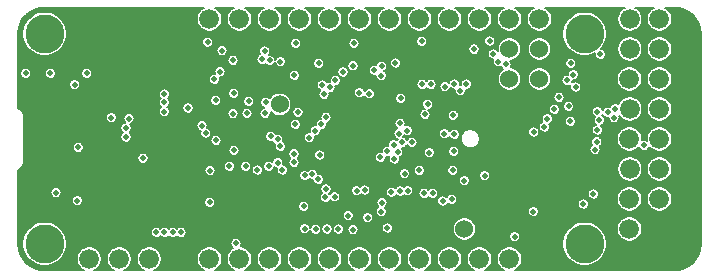
<source format=gbr>
G04 #@! TF.GenerationSoftware,KiCad,Pcbnew,5.1.4+dfsg1-1~bpo10+1*
G04 #@! TF.CreationDate,2020-02-13T15:56:51+01:00*
G04 #@! TF.ProjectId,quick-feather-board,71756963-6b2d-4666-9561-746865722d62,rev?*
G04 #@! TF.SameCoordinates,Original*
G04 #@! TF.FileFunction,Copper,L2,Inr*
G04 #@! TF.FilePolarity,Positive*
%FSLAX46Y46*%
G04 Gerber Fmt 4.6, Leading zero omitted, Abs format (unit mm)*
G04 Created by KiCad (PCBNEW 5.1.4+dfsg1-1~bpo10+1) date 2020-02-13 15:56:51*
%MOMM*%
%LPD*%
G04 APERTURE LIST*
%ADD10C,1.524000*%
%ADD11C,1.676400*%
%ADD12C,3.302000*%
%ADD13C,0.550000*%
%ADD14C,0.500000*%
%ADD15C,0.150000*%
G04 APERTURE END LIST*
D10*
X165011000Y-99923000D03*
X165011000Y-97383000D03*
X167551000Y-97383000D03*
X167551000Y-99923000D03*
D11*
X152311000Y-115163000D03*
X159931000Y-115163000D03*
X142151000Y-115163000D03*
X139611000Y-115163000D03*
X144691000Y-115163000D03*
X165011000Y-115163000D03*
X149771000Y-115163000D03*
X157391000Y-115163000D03*
X147231000Y-115163000D03*
X167551000Y-115163000D03*
X162471000Y-115163000D03*
X154851000Y-115163000D03*
X137061000Y-115163000D03*
X129441000Y-115163000D03*
X134521000Y-115163000D03*
X131981000Y-115163000D03*
X175171000Y-112623000D03*
X177711000Y-110083000D03*
X177711000Y-112623000D03*
X175171000Y-110083000D03*
X177711000Y-99923000D03*
X175195000Y-97383000D03*
X175195000Y-94857000D03*
X175171000Y-105003000D03*
X175171000Y-99923000D03*
X177711000Y-102463000D03*
X177711000Y-94843000D03*
X177711000Y-105003000D03*
X177711000Y-107543000D03*
X175195000Y-107543000D03*
X177711000Y-97383000D03*
X175195000Y-102463000D03*
D12*
X125655100Y-96089600D03*
X125655100Y-113869600D03*
X171375100Y-113869600D03*
X171375100Y-96089600D03*
D10*
X145550000Y-102070000D03*
X161196000Y-112624000D03*
D13*
X153915635Y-104990000D03*
X153137817Y-104212183D03*
X152360000Y-103434365D03*
X153137817Y-105767817D03*
X152360000Y-104990000D03*
X151582183Y-104212183D03*
X152360000Y-106545635D03*
X151582183Y-105767817D03*
X150804365Y-104990000D03*
D11*
X154851000Y-94843000D03*
X159931000Y-94843000D03*
X157391000Y-94843000D03*
X167551000Y-94843000D03*
X142151000Y-94843000D03*
X144691000Y-94843000D03*
X152311000Y-94843000D03*
X162471000Y-94843000D03*
X165011000Y-94843000D03*
X147231000Y-94843000D03*
X139611000Y-94843000D03*
X149771000Y-94843000D03*
D14*
X131800000Y-102500000D03*
X137100000Y-109290000D03*
X136470000Y-108800000D03*
X136470000Y-109710000D03*
X168400000Y-113300000D03*
X133900000Y-110200000D03*
X126650000Y-111950000D03*
X128580549Y-104689368D03*
X167350000Y-102750000D03*
X165120000Y-101360000D03*
X163250000Y-101500000D03*
X155100000Y-100850000D03*
X153570000Y-110720000D03*
X157397034Y-98401177D03*
X163592667Y-103407333D03*
X160454984Y-103670000D03*
X162945000Y-105760001D03*
X158918311Y-105678077D03*
X160960000Y-102710000D03*
X149350000Y-96020000D03*
X150300000Y-96080000D03*
X151030000Y-95400000D03*
X149566557Y-99776421D03*
X146670000Y-100560000D03*
X145259124Y-100850876D03*
X159646770Y-109337044D03*
X136880000Y-102710000D03*
X130110000Y-101540000D03*
X128420000Y-101530000D03*
X129180000Y-106580000D03*
X140400000Y-113010000D03*
X146710000Y-101760000D03*
X127120000Y-108680000D03*
X128690000Y-107480000D03*
X124840000Y-109540000D03*
X127120000Y-101220000D03*
X143950000Y-99840000D03*
X133040000Y-105630000D03*
X134680002Y-107270000D03*
X144500000Y-101200000D03*
X163260000Y-112120000D03*
X162990000Y-104980000D03*
X140356951Y-104344008D03*
X138300000Y-106000000D03*
X133060000Y-113475000D03*
X131800000Y-101700000D03*
X131800000Y-100900000D03*
X169211000Y-104193000D03*
X161111000Y-111343000D03*
X144606000Y-105755000D03*
X144205000Y-103463000D03*
X135100000Y-112910000D03*
X135800000Y-112910000D03*
X136500000Y-112910000D03*
X137200000Y-112910000D03*
X149425000Y-109950000D03*
X162900000Y-108100000D03*
X154150000Y-99650000D03*
X160287067Y-106035511D03*
X160240000Y-102980000D03*
X148840000Y-108420000D03*
X160120000Y-110110000D03*
X128430000Y-110220000D03*
X149172194Y-100424565D03*
X150920000Y-99320000D03*
X151760000Y-98810000D03*
X141670000Y-101140000D03*
X140500000Y-99310000D03*
X137800000Y-102370000D03*
X165440000Y-113270000D03*
X141681000Y-105953000D03*
X145401000Y-107018000D03*
X145401000Y-105013000D03*
X132550000Y-104075000D03*
X149560000Y-112620000D03*
X132550000Y-104825000D03*
X150520000Y-112630000D03*
X147680000Y-112590000D03*
X149820000Y-100620000D03*
X167050000Y-104405000D03*
X149470000Y-109240000D03*
X147670000Y-108090000D03*
X151350000Y-111500000D03*
X154150000Y-111150000D03*
X153000000Y-111650000D03*
X157780000Y-109600000D03*
X139631000Y-110353000D03*
X147580000Y-110690000D03*
X154214619Y-110402712D03*
X155750000Y-103685000D03*
X160350000Y-100350000D03*
X142781000Y-102823000D03*
X141600000Y-102850000D03*
X145614424Y-105614031D03*
X155650000Y-104550000D03*
X161350000Y-100350000D03*
X144381000Y-101903000D03*
X144801000Y-104775000D03*
X145781000Y-107628000D03*
X143671000Y-107628000D03*
X156350000Y-104300000D03*
X160850000Y-100900000D03*
X142930000Y-101815000D03*
X142671000Y-107300522D03*
X144621000Y-107300522D03*
X146770001Y-106970479D03*
X155360000Y-98570000D03*
X158220000Y-106149958D03*
X145625078Y-98456261D03*
X146910000Y-96890000D03*
X151840002Y-96890000D03*
X148850000Y-98600000D03*
X146791000Y-99603000D03*
X140160000Y-105120000D03*
X139300000Y-104500000D03*
X138981000Y-103873000D03*
X132790000Y-103290000D03*
X126130000Y-99450000D03*
X124050000Y-99440000D03*
X131300000Y-103200000D03*
X135800000Y-102700000D03*
X135800000Y-101200000D03*
X144696611Y-98354044D03*
X135800000Y-101900000D03*
X129210000Y-99440000D03*
X140030000Y-99940000D03*
X128200000Y-100400000D03*
X164060000Y-98450000D03*
X141610000Y-98344990D03*
X163650010Y-97810000D03*
X140140000Y-101730000D03*
X164710000Y-98670000D03*
X140670000Y-97530000D03*
X148560000Y-104310000D03*
X141290000Y-107300000D03*
X133990000Y-106620000D03*
X139650000Y-107670000D03*
X172461000Y-104243000D03*
X159545000Y-100560000D03*
X155920000Y-105290000D03*
X155800000Y-101550000D03*
X151770000Y-112690000D03*
X167020000Y-111140000D03*
X168211000Y-103293000D03*
X141850000Y-113830000D03*
X159350000Y-110250000D03*
X152763223Y-109325011D03*
X158520000Y-109600000D03*
X152060000Y-109390000D03*
X157570000Y-96730000D03*
X150280000Y-100020000D03*
X167970000Y-103980000D03*
X128490000Y-105710000D03*
X126620000Y-109540000D03*
X163342721Y-96705637D03*
X148060000Y-104900000D03*
X172461000Y-102693000D03*
X146870000Y-103750000D03*
X170160479Y-103492479D03*
X172116216Y-109654990D03*
X149080000Y-103750000D03*
X172411000Y-105243000D03*
X149480000Y-103150000D03*
X172261000Y-105893000D03*
X153140000Y-101180000D03*
X170011324Y-102245000D03*
X152311000Y-101093000D03*
X168811000Y-102493000D03*
X149310000Y-101210000D03*
X155740000Y-109410000D03*
X148311000Y-107983000D03*
X148600000Y-112650000D03*
X153560000Y-99180000D03*
X158100000Y-102050000D03*
X157600000Y-100364990D03*
X158361979Y-100364990D03*
X157864734Y-102914734D03*
X159500000Y-104555010D03*
X170411000Y-99543000D03*
X160350000Y-104600000D03*
X169886000Y-100043000D03*
X156750000Y-105275011D03*
X155000000Y-109500000D03*
X160220039Y-107644990D03*
X157364779Y-107644990D03*
X170211000Y-98593000D03*
X172611000Y-103393000D03*
X173311528Y-102742472D03*
X155210000Y-105480000D03*
X147100000Y-102725000D03*
X139450000Y-96800000D03*
X144320000Y-102820000D03*
X155270000Y-106695000D03*
X154680000Y-112540000D03*
X155555010Y-106108473D03*
X170611000Y-100593000D03*
X154670000Y-106030000D03*
X144054990Y-98250000D03*
X144280000Y-97550000D03*
X154086992Y-106564063D03*
X150200000Y-109900000D03*
X171250000Y-110500000D03*
X148944135Y-106355865D03*
X156394472Y-109374472D03*
X146770000Y-106260000D03*
X154200000Y-98830000D03*
X169210019Y-101468283D03*
X162010000Y-97390000D03*
X161200000Y-108530000D03*
X156124479Y-107925521D03*
X173861000Y-103193000D03*
X173961000Y-102443000D03*
X176411000Y-105543000D03*
X172711000Y-97843000D03*
D15*
X152360000Y-103434365D02*
X152360000Y-106545635D01*
X150804365Y-104990000D02*
X154010000Y-104990000D01*
X151582183Y-104212183D02*
X153420000Y-106050000D01*
X153137817Y-104212183D02*
X151582183Y-105767817D01*
G36*
X139107386Y-93900805D02*
G01*
X138933250Y-94017159D01*
X138785159Y-94165250D01*
X138668805Y-94339386D01*
X138588659Y-94532876D01*
X138547800Y-94738284D01*
X138547800Y-94947716D01*
X138588659Y-95153124D01*
X138668805Y-95346614D01*
X138785159Y-95520750D01*
X138933250Y-95668841D01*
X139107386Y-95785195D01*
X139300876Y-95865341D01*
X139506284Y-95906200D01*
X139715716Y-95906200D01*
X139921124Y-95865341D01*
X140114614Y-95785195D01*
X140288750Y-95668841D01*
X140436841Y-95520750D01*
X140553195Y-95346614D01*
X140633341Y-95153124D01*
X140674200Y-94947716D01*
X140674200Y-94738284D01*
X140633341Y-94532876D01*
X140553195Y-94339386D01*
X140436841Y-94165250D01*
X140288750Y-94017159D01*
X140114614Y-93900805D01*
X140048935Y-93873600D01*
X141713065Y-93873600D01*
X141647386Y-93900805D01*
X141473250Y-94017159D01*
X141325159Y-94165250D01*
X141208805Y-94339386D01*
X141128659Y-94532876D01*
X141087800Y-94738284D01*
X141087800Y-94947716D01*
X141128659Y-95153124D01*
X141208805Y-95346614D01*
X141325159Y-95520750D01*
X141473250Y-95668841D01*
X141647386Y-95785195D01*
X141840876Y-95865341D01*
X142046284Y-95906200D01*
X142255716Y-95906200D01*
X142461124Y-95865341D01*
X142654614Y-95785195D01*
X142828750Y-95668841D01*
X142976841Y-95520750D01*
X143093195Y-95346614D01*
X143173341Y-95153124D01*
X143214200Y-94947716D01*
X143214200Y-94738284D01*
X143173341Y-94532876D01*
X143093195Y-94339386D01*
X142976841Y-94165250D01*
X142828750Y-94017159D01*
X142654614Y-93900805D01*
X142588935Y-93873600D01*
X144253065Y-93873600D01*
X144187386Y-93900805D01*
X144013250Y-94017159D01*
X143865159Y-94165250D01*
X143748805Y-94339386D01*
X143668659Y-94532876D01*
X143627800Y-94738284D01*
X143627800Y-94947716D01*
X143668659Y-95153124D01*
X143748805Y-95346614D01*
X143865159Y-95520750D01*
X144013250Y-95668841D01*
X144187386Y-95785195D01*
X144380876Y-95865341D01*
X144586284Y-95906200D01*
X144795716Y-95906200D01*
X145001124Y-95865341D01*
X145194614Y-95785195D01*
X145368750Y-95668841D01*
X145516841Y-95520750D01*
X145633195Y-95346614D01*
X145713341Y-95153124D01*
X145754200Y-94947716D01*
X145754200Y-94738284D01*
X145713341Y-94532876D01*
X145633195Y-94339386D01*
X145516841Y-94165250D01*
X145368750Y-94017159D01*
X145194614Y-93900805D01*
X145128935Y-93873600D01*
X146793065Y-93873600D01*
X146727386Y-93900805D01*
X146553250Y-94017159D01*
X146405159Y-94165250D01*
X146288805Y-94339386D01*
X146208659Y-94532876D01*
X146167800Y-94738284D01*
X146167800Y-94947716D01*
X146208659Y-95153124D01*
X146288805Y-95346614D01*
X146405159Y-95520750D01*
X146553250Y-95668841D01*
X146727386Y-95785195D01*
X146920876Y-95865341D01*
X147126284Y-95906200D01*
X147335716Y-95906200D01*
X147541124Y-95865341D01*
X147734614Y-95785195D01*
X147908750Y-95668841D01*
X148056841Y-95520750D01*
X148173195Y-95346614D01*
X148253341Y-95153124D01*
X148294200Y-94947716D01*
X148294200Y-94738284D01*
X148253341Y-94532876D01*
X148173195Y-94339386D01*
X148056841Y-94165250D01*
X147908750Y-94017159D01*
X147734614Y-93900805D01*
X147668935Y-93873600D01*
X149333065Y-93873600D01*
X149267386Y-93900805D01*
X149093250Y-94017159D01*
X148945159Y-94165250D01*
X148828805Y-94339386D01*
X148748659Y-94532876D01*
X148707800Y-94738284D01*
X148707800Y-94947716D01*
X148748659Y-95153124D01*
X148828805Y-95346614D01*
X148945159Y-95520750D01*
X149093250Y-95668841D01*
X149267386Y-95785195D01*
X149460876Y-95865341D01*
X149666284Y-95906200D01*
X149875716Y-95906200D01*
X150081124Y-95865341D01*
X150274614Y-95785195D01*
X150448750Y-95668841D01*
X150596841Y-95520750D01*
X150713195Y-95346614D01*
X150793341Y-95153124D01*
X150834200Y-94947716D01*
X150834200Y-94738284D01*
X150793341Y-94532876D01*
X150713195Y-94339386D01*
X150596841Y-94165250D01*
X150448750Y-94017159D01*
X150274614Y-93900805D01*
X150208935Y-93873600D01*
X151873065Y-93873600D01*
X151807386Y-93900805D01*
X151633250Y-94017159D01*
X151485159Y-94165250D01*
X151368805Y-94339386D01*
X151288659Y-94532876D01*
X151247800Y-94738284D01*
X151247800Y-94947716D01*
X151288659Y-95153124D01*
X151368805Y-95346614D01*
X151485159Y-95520750D01*
X151633250Y-95668841D01*
X151807386Y-95785195D01*
X152000876Y-95865341D01*
X152206284Y-95906200D01*
X152415716Y-95906200D01*
X152621124Y-95865341D01*
X152814614Y-95785195D01*
X152988750Y-95668841D01*
X153136841Y-95520750D01*
X153253195Y-95346614D01*
X153333341Y-95153124D01*
X153374200Y-94947716D01*
X153374200Y-94738284D01*
X153333341Y-94532876D01*
X153253195Y-94339386D01*
X153136841Y-94165250D01*
X152988750Y-94017159D01*
X152814614Y-93900805D01*
X152748935Y-93873600D01*
X154413065Y-93873600D01*
X154347386Y-93900805D01*
X154173250Y-94017159D01*
X154025159Y-94165250D01*
X153908805Y-94339386D01*
X153828659Y-94532876D01*
X153787800Y-94738284D01*
X153787800Y-94947716D01*
X153828659Y-95153124D01*
X153908805Y-95346614D01*
X154025159Y-95520750D01*
X154173250Y-95668841D01*
X154347386Y-95785195D01*
X154540876Y-95865341D01*
X154746284Y-95906200D01*
X154955716Y-95906200D01*
X155161124Y-95865341D01*
X155354614Y-95785195D01*
X155528750Y-95668841D01*
X155676841Y-95520750D01*
X155793195Y-95346614D01*
X155873341Y-95153124D01*
X155914200Y-94947716D01*
X155914200Y-94738284D01*
X155873341Y-94532876D01*
X155793195Y-94339386D01*
X155676841Y-94165250D01*
X155528750Y-94017159D01*
X155354614Y-93900805D01*
X155288935Y-93873600D01*
X156953065Y-93873600D01*
X156887386Y-93900805D01*
X156713250Y-94017159D01*
X156565159Y-94165250D01*
X156448805Y-94339386D01*
X156368659Y-94532876D01*
X156327800Y-94738284D01*
X156327800Y-94947716D01*
X156368659Y-95153124D01*
X156448805Y-95346614D01*
X156565159Y-95520750D01*
X156713250Y-95668841D01*
X156887386Y-95785195D01*
X157080876Y-95865341D01*
X157286284Y-95906200D01*
X157495716Y-95906200D01*
X157701124Y-95865341D01*
X157894614Y-95785195D01*
X158068750Y-95668841D01*
X158216841Y-95520750D01*
X158333195Y-95346614D01*
X158413341Y-95153124D01*
X158454200Y-94947716D01*
X158454200Y-94738284D01*
X158413341Y-94532876D01*
X158333195Y-94339386D01*
X158216841Y-94165250D01*
X158068750Y-94017159D01*
X157894614Y-93900805D01*
X157828935Y-93873600D01*
X159493065Y-93873600D01*
X159427386Y-93900805D01*
X159253250Y-94017159D01*
X159105159Y-94165250D01*
X158988805Y-94339386D01*
X158908659Y-94532876D01*
X158867800Y-94738284D01*
X158867800Y-94947716D01*
X158908659Y-95153124D01*
X158988805Y-95346614D01*
X159105159Y-95520750D01*
X159253250Y-95668841D01*
X159427386Y-95785195D01*
X159620876Y-95865341D01*
X159826284Y-95906200D01*
X160035716Y-95906200D01*
X160241124Y-95865341D01*
X160434614Y-95785195D01*
X160608750Y-95668841D01*
X160756841Y-95520750D01*
X160873195Y-95346614D01*
X160953341Y-95153124D01*
X160994200Y-94947716D01*
X160994200Y-94738284D01*
X160953341Y-94532876D01*
X160873195Y-94339386D01*
X160756841Y-94165250D01*
X160608750Y-94017159D01*
X160434614Y-93900805D01*
X160368935Y-93873600D01*
X162033065Y-93873600D01*
X161967386Y-93900805D01*
X161793250Y-94017159D01*
X161645159Y-94165250D01*
X161528805Y-94339386D01*
X161448659Y-94532876D01*
X161407800Y-94738284D01*
X161407800Y-94947716D01*
X161448659Y-95153124D01*
X161528805Y-95346614D01*
X161645159Y-95520750D01*
X161793250Y-95668841D01*
X161967386Y-95785195D01*
X162160876Y-95865341D01*
X162366284Y-95906200D01*
X162575716Y-95906200D01*
X162781124Y-95865341D01*
X162974614Y-95785195D01*
X163148750Y-95668841D01*
X163296841Y-95520750D01*
X163413195Y-95346614D01*
X163493341Y-95153124D01*
X163534200Y-94947716D01*
X163534200Y-94738284D01*
X163493341Y-94532876D01*
X163413195Y-94339386D01*
X163296841Y-94165250D01*
X163148750Y-94017159D01*
X162974614Y-93900805D01*
X162908935Y-93873600D01*
X164573065Y-93873600D01*
X164507386Y-93900805D01*
X164333250Y-94017159D01*
X164185159Y-94165250D01*
X164068805Y-94339386D01*
X163988659Y-94532876D01*
X163947800Y-94738284D01*
X163947800Y-94947716D01*
X163988659Y-95153124D01*
X164068805Y-95346614D01*
X164185159Y-95520750D01*
X164333250Y-95668841D01*
X164507386Y-95785195D01*
X164700876Y-95865341D01*
X164906284Y-95906200D01*
X165115716Y-95906200D01*
X165321124Y-95865341D01*
X165514614Y-95785195D01*
X165688750Y-95668841D01*
X165836841Y-95520750D01*
X165953195Y-95346614D01*
X166033341Y-95153124D01*
X166074200Y-94947716D01*
X166074200Y-94738284D01*
X166033341Y-94532876D01*
X165953195Y-94339386D01*
X165836841Y-94165250D01*
X165688750Y-94017159D01*
X165514614Y-93900805D01*
X165448935Y-93873600D01*
X167113065Y-93873600D01*
X167047386Y-93900805D01*
X166873250Y-94017159D01*
X166725159Y-94165250D01*
X166608805Y-94339386D01*
X166528659Y-94532876D01*
X166487800Y-94738284D01*
X166487800Y-94947716D01*
X166528659Y-95153124D01*
X166608805Y-95346614D01*
X166725159Y-95520750D01*
X166873250Y-95668841D01*
X167047386Y-95785195D01*
X167240876Y-95865341D01*
X167446284Y-95906200D01*
X167655716Y-95906200D01*
X167662603Y-95904830D01*
X169499100Y-95904830D01*
X169499100Y-96274370D01*
X169571194Y-96636809D01*
X169712611Y-96978219D01*
X169917916Y-97285480D01*
X170179220Y-97546784D01*
X170486481Y-97752089D01*
X170827891Y-97893506D01*
X171190330Y-97965600D01*
X171559870Y-97965600D01*
X171922309Y-97893506D01*
X172243077Y-97760639D01*
X172236000Y-97796217D01*
X172236000Y-97889783D01*
X172254254Y-97981552D01*
X172290061Y-98067997D01*
X172342044Y-98145795D01*
X172408205Y-98211956D01*
X172486003Y-98263939D01*
X172572448Y-98299746D01*
X172664217Y-98318000D01*
X172757783Y-98318000D01*
X172849552Y-98299746D01*
X172935997Y-98263939D01*
X173013795Y-98211956D01*
X173079956Y-98145795D01*
X173131939Y-98067997D01*
X173167746Y-97981552D01*
X173186000Y-97889783D01*
X173186000Y-97796217D01*
X173167746Y-97704448D01*
X173131939Y-97618003D01*
X173079956Y-97540205D01*
X173013795Y-97474044D01*
X172935997Y-97422061D01*
X172849552Y-97386254D01*
X172757783Y-97368000D01*
X172749764Y-97368000D01*
X172832284Y-97285480D01*
X172837092Y-97278284D01*
X174131800Y-97278284D01*
X174131800Y-97487716D01*
X174172659Y-97693124D01*
X174252805Y-97886614D01*
X174369159Y-98060750D01*
X174517250Y-98208841D01*
X174691386Y-98325195D01*
X174884876Y-98405341D01*
X175090284Y-98446200D01*
X175299716Y-98446200D01*
X175505124Y-98405341D01*
X175698614Y-98325195D01*
X175872750Y-98208841D01*
X176020841Y-98060750D01*
X176137195Y-97886614D01*
X176217341Y-97693124D01*
X176258200Y-97487716D01*
X176258200Y-97278284D01*
X176647800Y-97278284D01*
X176647800Y-97487716D01*
X176688659Y-97693124D01*
X176768805Y-97886614D01*
X176885159Y-98060750D01*
X177033250Y-98208841D01*
X177207386Y-98325195D01*
X177400876Y-98405341D01*
X177606284Y-98446200D01*
X177815716Y-98446200D01*
X178021124Y-98405341D01*
X178214614Y-98325195D01*
X178388750Y-98208841D01*
X178536841Y-98060750D01*
X178653195Y-97886614D01*
X178733341Y-97693124D01*
X178774200Y-97487716D01*
X178774200Y-97278284D01*
X178733341Y-97072876D01*
X178653195Y-96879386D01*
X178536841Y-96705250D01*
X178388750Y-96557159D01*
X178214614Y-96440805D01*
X178021124Y-96360659D01*
X177815716Y-96319800D01*
X177606284Y-96319800D01*
X177400876Y-96360659D01*
X177207386Y-96440805D01*
X177033250Y-96557159D01*
X176885159Y-96705250D01*
X176768805Y-96879386D01*
X176688659Y-97072876D01*
X176647800Y-97278284D01*
X176258200Y-97278284D01*
X176217341Y-97072876D01*
X176137195Y-96879386D01*
X176020841Y-96705250D01*
X175872750Y-96557159D01*
X175698614Y-96440805D01*
X175505124Y-96360659D01*
X175299716Y-96319800D01*
X175090284Y-96319800D01*
X174884876Y-96360659D01*
X174691386Y-96440805D01*
X174517250Y-96557159D01*
X174369159Y-96705250D01*
X174252805Y-96879386D01*
X174172659Y-97072876D01*
X174131800Y-97278284D01*
X172837092Y-97278284D01*
X173037589Y-96978219D01*
X173179006Y-96636809D01*
X173251100Y-96274370D01*
X173251100Y-95904830D01*
X173179006Y-95542391D01*
X173037589Y-95200981D01*
X172832284Y-94893720D01*
X172570980Y-94632416D01*
X172263719Y-94427111D01*
X171922309Y-94285694D01*
X171559870Y-94213600D01*
X171190330Y-94213600D01*
X170827891Y-94285694D01*
X170486481Y-94427111D01*
X170179220Y-94632416D01*
X169917916Y-94893720D01*
X169712611Y-95200981D01*
X169571194Y-95542391D01*
X169499100Y-95904830D01*
X167662603Y-95904830D01*
X167861124Y-95865341D01*
X168054614Y-95785195D01*
X168228750Y-95668841D01*
X168376841Y-95520750D01*
X168493195Y-95346614D01*
X168573341Y-95153124D01*
X168614200Y-94947716D01*
X168614200Y-94738284D01*
X168573341Y-94532876D01*
X168493195Y-94339386D01*
X168376841Y-94165250D01*
X168228750Y-94017159D01*
X168054614Y-93900805D01*
X167988935Y-93873600D01*
X174790864Y-93873600D01*
X174691386Y-93914805D01*
X174517250Y-94031159D01*
X174369159Y-94179250D01*
X174252805Y-94353386D01*
X174172659Y-94546876D01*
X174131800Y-94752284D01*
X174131800Y-94961716D01*
X174172659Y-95167124D01*
X174252805Y-95360614D01*
X174369159Y-95534750D01*
X174517250Y-95682841D01*
X174691386Y-95799195D01*
X174884876Y-95879341D01*
X175090284Y-95920200D01*
X175299716Y-95920200D01*
X175505124Y-95879341D01*
X175698614Y-95799195D01*
X175872750Y-95682841D01*
X176020841Y-95534750D01*
X176137195Y-95360614D01*
X176217341Y-95167124D01*
X176258200Y-94961716D01*
X176258200Y-94752284D01*
X176217341Y-94546876D01*
X176137195Y-94353386D01*
X176020841Y-94179250D01*
X175872750Y-94031159D01*
X175698614Y-93914805D01*
X175599136Y-93873600D01*
X177273065Y-93873600D01*
X177207386Y-93900805D01*
X177033250Y-94017159D01*
X176885159Y-94165250D01*
X176768805Y-94339386D01*
X176688659Y-94532876D01*
X176647800Y-94738284D01*
X176647800Y-94947716D01*
X176688659Y-95153124D01*
X176768805Y-95346614D01*
X176885159Y-95520750D01*
X177033250Y-95668841D01*
X177207386Y-95785195D01*
X177400876Y-95865341D01*
X177606284Y-95906200D01*
X177815716Y-95906200D01*
X178021124Y-95865341D01*
X178214614Y-95785195D01*
X178388750Y-95668841D01*
X178536841Y-95520750D01*
X178653195Y-95346614D01*
X178733341Y-95153124D01*
X178774200Y-94947716D01*
X178774200Y-94738284D01*
X178733341Y-94532876D01*
X178653195Y-94339386D01*
X178536841Y-94165250D01*
X178388750Y-94017159D01*
X178214614Y-93900805D01*
X178148935Y-93873600D01*
X178966430Y-93873600D01*
X179415904Y-93917671D01*
X179834152Y-94043948D01*
X180219902Y-94249055D01*
X180558469Y-94525185D01*
X180836950Y-94861811D01*
X181044747Y-95246123D01*
X181173938Y-95663471D01*
X181221093Y-96112120D01*
X181221101Y-96114363D01*
X181221100Y-113878930D01*
X181177029Y-114328403D01*
X181050752Y-114746652D01*
X180845647Y-115132400D01*
X180569518Y-115470967D01*
X180232889Y-115749450D01*
X179848578Y-115957246D01*
X179431229Y-116086438D01*
X178982580Y-116133593D01*
X178980623Y-116133600D01*
X165446038Y-116133600D01*
X165514614Y-116105195D01*
X165688750Y-115988841D01*
X165836841Y-115840750D01*
X165953195Y-115666614D01*
X166033341Y-115473124D01*
X166074200Y-115267716D01*
X166074200Y-115058284D01*
X166033341Y-114852876D01*
X165953195Y-114659386D01*
X165836841Y-114485250D01*
X165688750Y-114337159D01*
X165514614Y-114220805D01*
X165321124Y-114140659D01*
X165115716Y-114099800D01*
X164906284Y-114099800D01*
X164700876Y-114140659D01*
X164507386Y-114220805D01*
X164333250Y-114337159D01*
X164185159Y-114485250D01*
X164068805Y-114659386D01*
X163988659Y-114852876D01*
X163947800Y-115058284D01*
X163947800Y-115267716D01*
X163988659Y-115473124D01*
X164068805Y-115666614D01*
X164185159Y-115840750D01*
X164333250Y-115988841D01*
X164507386Y-116105195D01*
X164575962Y-116133600D01*
X162906038Y-116133600D01*
X162974614Y-116105195D01*
X163148750Y-115988841D01*
X163296841Y-115840750D01*
X163413195Y-115666614D01*
X163493341Y-115473124D01*
X163534200Y-115267716D01*
X163534200Y-115058284D01*
X163493341Y-114852876D01*
X163413195Y-114659386D01*
X163296841Y-114485250D01*
X163148750Y-114337159D01*
X162974614Y-114220805D01*
X162781124Y-114140659D01*
X162575716Y-114099800D01*
X162366284Y-114099800D01*
X162160876Y-114140659D01*
X161967386Y-114220805D01*
X161793250Y-114337159D01*
X161645159Y-114485250D01*
X161528805Y-114659386D01*
X161448659Y-114852876D01*
X161407800Y-115058284D01*
X161407800Y-115267716D01*
X161448659Y-115473124D01*
X161528805Y-115666614D01*
X161645159Y-115840750D01*
X161793250Y-115988841D01*
X161967386Y-116105195D01*
X162035962Y-116133600D01*
X160366038Y-116133600D01*
X160434614Y-116105195D01*
X160608750Y-115988841D01*
X160756841Y-115840750D01*
X160873195Y-115666614D01*
X160953341Y-115473124D01*
X160994200Y-115267716D01*
X160994200Y-115058284D01*
X160953341Y-114852876D01*
X160873195Y-114659386D01*
X160756841Y-114485250D01*
X160608750Y-114337159D01*
X160434614Y-114220805D01*
X160241124Y-114140659D01*
X160035716Y-114099800D01*
X159826284Y-114099800D01*
X159620876Y-114140659D01*
X159427386Y-114220805D01*
X159253250Y-114337159D01*
X159105159Y-114485250D01*
X158988805Y-114659386D01*
X158908659Y-114852876D01*
X158867800Y-115058284D01*
X158867800Y-115267716D01*
X158908659Y-115473124D01*
X158988805Y-115666614D01*
X159105159Y-115840750D01*
X159253250Y-115988841D01*
X159427386Y-116105195D01*
X159495962Y-116133600D01*
X157826038Y-116133600D01*
X157894614Y-116105195D01*
X158068750Y-115988841D01*
X158216841Y-115840750D01*
X158333195Y-115666614D01*
X158413341Y-115473124D01*
X158454200Y-115267716D01*
X158454200Y-115058284D01*
X158413341Y-114852876D01*
X158333195Y-114659386D01*
X158216841Y-114485250D01*
X158068750Y-114337159D01*
X157894614Y-114220805D01*
X157701124Y-114140659D01*
X157495716Y-114099800D01*
X157286284Y-114099800D01*
X157080876Y-114140659D01*
X156887386Y-114220805D01*
X156713250Y-114337159D01*
X156565159Y-114485250D01*
X156448805Y-114659386D01*
X156368659Y-114852876D01*
X156327800Y-115058284D01*
X156327800Y-115267716D01*
X156368659Y-115473124D01*
X156448805Y-115666614D01*
X156565159Y-115840750D01*
X156713250Y-115988841D01*
X156887386Y-116105195D01*
X156955962Y-116133600D01*
X155286038Y-116133600D01*
X155354614Y-116105195D01*
X155528750Y-115988841D01*
X155676841Y-115840750D01*
X155793195Y-115666614D01*
X155873341Y-115473124D01*
X155914200Y-115267716D01*
X155914200Y-115058284D01*
X155873341Y-114852876D01*
X155793195Y-114659386D01*
X155676841Y-114485250D01*
X155528750Y-114337159D01*
X155354614Y-114220805D01*
X155161124Y-114140659D01*
X154955716Y-114099800D01*
X154746284Y-114099800D01*
X154540876Y-114140659D01*
X154347386Y-114220805D01*
X154173250Y-114337159D01*
X154025159Y-114485250D01*
X153908805Y-114659386D01*
X153828659Y-114852876D01*
X153787800Y-115058284D01*
X153787800Y-115267716D01*
X153828659Y-115473124D01*
X153908805Y-115666614D01*
X154025159Y-115840750D01*
X154173250Y-115988841D01*
X154347386Y-116105195D01*
X154415962Y-116133600D01*
X152746038Y-116133600D01*
X152814614Y-116105195D01*
X152988750Y-115988841D01*
X153136841Y-115840750D01*
X153253195Y-115666614D01*
X153333341Y-115473124D01*
X153374200Y-115267716D01*
X153374200Y-115058284D01*
X153333341Y-114852876D01*
X153253195Y-114659386D01*
X153136841Y-114485250D01*
X152988750Y-114337159D01*
X152814614Y-114220805D01*
X152621124Y-114140659D01*
X152415716Y-114099800D01*
X152206284Y-114099800D01*
X152000876Y-114140659D01*
X151807386Y-114220805D01*
X151633250Y-114337159D01*
X151485159Y-114485250D01*
X151368805Y-114659386D01*
X151288659Y-114852876D01*
X151247800Y-115058284D01*
X151247800Y-115267716D01*
X151288659Y-115473124D01*
X151368805Y-115666614D01*
X151485159Y-115840750D01*
X151633250Y-115988841D01*
X151807386Y-116105195D01*
X151875962Y-116133600D01*
X150206038Y-116133600D01*
X150274614Y-116105195D01*
X150448750Y-115988841D01*
X150596841Y-115840750D01*
X150713195Y-115666614D01*
X150793341Y-115473124D01*
X150834200Y-115267716D01*
X150834200Y-115058284D01*
X150793341Y-114852876D01*
X150713195Y-114659386D01*
X150596841Y-114485250D01*
X150448750Y-114337159D01*
X150274614Y-114220805D01*
X150081124Y-114140659D01*
X149875716Y-114099800D01*
X149666284Y-114099800D01*
X149460876Y-114140659D01*
X149267386Y-114220805D01*
X149093250Y-114337159D01*
X148945159Y-114485250D01*
X148828805Y-114659386D01*
X148748659Y-114852876D01*
X148707800Y-115058284D01*
X148707800Y-115267716D01*
X148748659Y-115473124D01*
X148828805Y-115666614D01*
X148945159Y-115840750D01*
X149093250Y-115988841D01*
X149267386Y-116105195D01*
X149335962Y-116133600D01*
X147666038Y-116133600D01*
X147734614Y-116105195D01*
X147908750Y-115988841D01*
X148056841Y-115840750D01*
X148173195Y-115666614D01*
X148253341Y-115473124D01*
X148294200Y-115267716D01*
X148294200Y-115058284D01*
X148253341Y-114852876D01*
X148173195Y-114659386D01*
X148056841Y-114485250D01*
X147908750Y-114337159D01*
X147734614Y-114220805D01*
X147541124Y-114140659D01*
X147335716Y-114099800D01*
X147126284Y-114099800D01*
X146920876Y-114140659D01*
X146727386Y-114220805D01*
X146553250Y-114337159D01*
X146405159Y-114485250D01*
X146288805Y-114659386D01*
X146208659Y-114852876D01*
X146167800Y-115058284D01*
X146167800Y-115267716D01*
X146208659Y-115473124D01*
X146288805Y-115666614D01*
X146405159Y-115840750D01*
X146553250Y-115988841D01*
X146727386Y-116105195D01*
X146795962Y-116133600D01*
X145126038Y-116133600D01*
X145194614Y-116105195D01*
X145368750Y-115988841D01*
X145516841Y-115840750D01*
X145633195Y-115666614D01*
X145713341Y-115473124D01*
X145754200Y-115267716D01*
X145754200Y-115058284D01*
X145713341Y-114852876D01*
X145633195Y-114659386D01*
X145516841Y-114485250D01*
X145368750Y-114337159D01*
X145194614Y-114220805D01*
X145001124Y-114140659D01*
X144795716Y-114099800D01*
X144586284Y-114099800D01*
X144380876Y-114140659D01*
X144187386Y-114220805D01*
X144013250Y-114337159D01*
X143865159Y-114485250D01*
X143748805Y-114659386D01*
X143668659Y-114852876D01*
X143627800Y-115058284D01*
X143627800Y-115267716D01*
X143668659Y-115473124D01*
X143748805Y-115666614D01*
X143865159Y-115840750D01*
X144013250Y-115988841D01*
X144187386Y-116105195D01*
X144255962Y-116133600D01*
X142586038Y-116133600D01*
X142654614Y-116105195D01*
X142828750Y-115988841D01*
X142976841Y-115840750D01*
X143093195Y-115666614D01*
X143173341Y-115473124D01*
X143214200Y-115267716D01*
X143214200Y-115058284D01*
X143173341Y-114852876D01*
X143093195Y-114659386D01*
X142976841Y-114485250D01*
X142828750Y-114337159D01*
X142654614Y-114220805D01*
X142461124Y-114140659D01*
X142255716Y-114099800D01*
X142241003Y-114099800D01*
X142270939Y-114054997D01*
X142306746Y-113968552D01*
X142325000Y-113876783D01*
X142325000Y-113783217D01*
X142306746Y-113691448D01*
X142270939Y-113605003D01*
X142218956Y-113527205D01*
X142152795Y-113461044D01*
X142074997Y-113409061D01*
X141988552Y-113373254D01*
X141896783Y-113355000D01*
X141803217Y-113355000D01*
X141711448Y-113373254D01*
X141625003Y-113409061D01*
X141547205Y-113461044D01*
X141481044Y-113527205D01*
X141429061Y-113605003D01*
X141393254Y-113691448D01*
X141375000Y-113783217D01*
X141375000Y-113876783D01*
X141393254Y-113968552D01*
X141429061Y-114054997D01*
X141481044Y-114132795D01*
X141547205Y-114198956D01*
X141613645Y-114243350D01*
X141473250Y-114337159D01*
X141325159Y-114485250D01*
X141208805Y-114659386D01*
X141128659Y-114852876D01*
X141087800Y-115058284D01*
X141087800Y-115267716D01*
X141128659Y-115473124D01*
X141208805Y-115666614D01*
X141325159Y-115840750D01*
X141473250Y-115988841D01*
X141647386Y-116105195D01*
X141715962Y-116133600D01*
X140046038Y-116133600D01*
X140114614Y-116105195D01*
X140288750Y-115988841D01*
X140436841Y-115840750D01*
X140553195Y-115666614D01*
X140633341Y-115473124D01*
X140674200Y-115267716D01*
X140674200Y-115058284D01*
X140633341Y-114852876D01*
X140553195Y-114659386D01*
X140436841Y-114485250D01*
X140288750Y-114337159D01*
X140114614Y-114220805D01*
X139921124Y-114140659D01*
X139715716Y-114099800D01*
X139506284Y-114099800D01*
X139300876Y-114140659D01*
X139107386Y-114220805D01*
X138933250Y-114337159D01*
X138785159Y-114485250D01*
X138668805Y-114659386D01*
X138588659Y-114852876D01*
X138547800Y-115058284D01*
X138547800Y-115267716D01*
X138588659Y-115473124D01*
X138668805Y-115666614D01*
X138785159Y-115840750D01*
X138933250Y-115988841D01*
X139107386Y-116105195D01*
X139175962Y-116133600D01*
X134956038Y-116133600D01*
X135024614Y-116105195D01*
X135198750Y-115988841D01*
X135346841Y-115840750D01*
X135463195Y-115666614D01*
X135543341Y-115473124D01*
X135584200Y-115267716D01*
X135584200Y-115058284D01*
X135543341Y-114852876D01*
X135463195Y-114659386D01*
X135346841Y-114485250D01*
X135198750Y-114337159D01*
X135024614Y-114220805D01*
X134831124Y-114140659D01*
X134625716Y-114099800D01*
X134416284Y-114099800D01*
X134210876Y-114140659D01*
X134017386Y-114220805D01*
X133843250Y-114337159D01*
X133695159Y-114485250D01*
X133578805Y-114659386D01*
X133498659Y-114852876D01*
X133457800Y-115058284D01*
X133457800Y-115267716D01*
X133498659Y-115473124D01*
X133578805Y-115666614D01*
X133695159Y-115840750D01*
X133843250Y-115988841D01*
X134017386Y-116105195D01*
X134085962Y-116133600D01*
X132416038Y-116133600D01*
X132484614Y-116105195D01*
X132658750Y-115988841D01*
X132806841Y-115840750D01*
X132923195Y-115666614D01*
X133003341Y-115473124D01*
X133044200Y-115267716D01*
X133044200Y-115058284D01*
X133003341Y-114852876D01*
X132923195Y-114659386D01*
X132806841Y-114485250D01*
X132658750Y-114337159D01*
X132484614Y-114220805D01*
X132291124Y-114140659D01*
X132085716Y-114099800D01*
X131876284Y-114099800D01*
X131670876Y-114140659D01*
X131477386Y-114220805D01*
X131303250Y-114337159D01*
X131155159Y-114485250D01*
X131038805Y-114659386D01*
X130958659Y-114852876D01*
X130917800Y-115058284D01*
X130917800Y-115267716D01*
X130958659Y-115473124D01*
X131038805Y-115666614D01*
X131155159Y-115840750D01*
X131303250Y-115988841D01*
X131477386Y-116105195D01*
X131545962Y-116133600D01*
X129876038Y-116133600D01*
X129944614Y-116105195D01*
X130118750Y-115988841D01*
X130266841Y-115840750D01*
X130383195Y-115666614D01*
X130463341Y-115473124D01*
X130504200Y-115267716D01*
X130504200Y-115058284D01*
X130463341Y-114852876D01*
X130383195Y-114659386D01*
X130266841Y-114485250D01*
X130118750Y-114337159D01*
X129944614Y-114220805D01*
X129751124Y-114140659D01*
X129545716Y-114099800D01*
X129336284Y-114099800D01*
X129130876Y-114140659D01*
X128937386Y-114220805D01*
X128763250Y-114337159D01*
X128615159Y-114485250D01*
X128498805Y-114659386D01*
X128418659Y-114852876D01*
X128377800Y-115058284D01*
X128377800Y-115267716D01*
X128418659Y-115473124D01*
X128498805Y-115666614D01*
X128615159Y-115840750D01*
X128763250Y-115988841D01*
X128937386Y-116105195D01*
X129005962Y-116133600D01*
X125655770Y-116133600D01*
X125206297Y-116089529D01*
X124788048Y-115963252D01*
X124402300Y-115758147D01*
X124063733Y-115482018D01*
X123785250Y-115145389D01*
X123577454Y-114761078D01*
X123448262Y-114343729D01*
X123401107Y-113895080D01*
X123401100Y-113893123D01*
X123401100Y-113684830D01*
X123779100Y-113684830D01*
X123779100Y-114054370D01*
X123851194Y-114416809D01*
X123992611Y-114758219D01*
X124197916Y-115065480D01*
X124459220Y-115326784D01*
X124766481Y-115532089D01*
X125107891Y-115673506D01*
X125470330Y-115745600D01*
X125839870Y-115745600D01*
X126202309Y-115673506D01*
X126543719Y-115532089D01*
X126850980Y-115326784D01*
X127112284Y-115065480D01*
X127317589Y-114758219D01*
X127459006Y-114416809D01*
X127531100Y-114054370D01*
X127531100Y-113684830D01*
X127459006Y-113322391D01*
X127317589Y-112980981D01*
X127238902Y-112863217D01*
X134625000Y-112863217D01*
X134625000Y-112956783D01*
X134643254Y-113048552D01*
X134679061Y-113134997D01*
X134731044Y-113212795D01*
X134797205Y-113278956D01*
X134875003Y-113330939D01*
X134961448Y-113366746D01*
X135053217Y-113385000D01*
X135146783Y-113385000D01*
X135238552Y-113366746D01*
X135324997Y-113330939D01*
X135402795Y-113278956D01*
X135450000Y-113231751D01*
X135497205Y-113278956D01*
X135575003Y-113330939D01*
X135661448Y-113366746D01*
X135753217Y-113385000D01*
X135846783Y-113385000D01*
X135938552Y-113366746D01*
X136024997Y-113330939D01*
X136102795Y-113278956D01*
X136150000Y-113231751D01*
X136197205Y-113278956D01*
X136275003Y-113330939D01*
X136361448Y-113366746D01*
X136453217Y-113385000D01*
X136546783Y-113385000D01*
X136638552Y-113366746D01*
X136724997Y-113330939D01*
X136802795Y-113278956D01*
X136850000Y-113231751D01*
X136897205Y-113278956D01*
X136975003Y-113330939D01*
X137061448Y-113366746D01*
X137153217Y-113385000D01*
X137246783Y-113385000D01*
X137338552Y-113366746D01*
X137424997Y-113330939D01*
X137502795Y-113278956D01*
X137568956Y-113212795D01*
X137620939Y-113134997D01*
X137656746Y-113048552D01*
X137675000Y-112956783D01*
X137675000Y-112863217D01*
X137656746Y-112771448D01*
X137620939Y-112685003D01*
X137568956Y-112607205D01*
X137504968Y-112543217D01*
X147205000Y-112543217D01*
X147205000Y-112636783D01*
X147223254Y-112728552D01*
X147259061Y-112814997D01*
X147311044Y-112892795D01*
X147377205Y-112958956D01*
X147455003Y-113010939D01*
X147541448Y-113046746D01*
X147633217Y-113065000D01*
X147726783Y-113065000D01*
X147818552Y-113046746D01*
X147904997Y-113010939D01*
X147982795Y-112958956D01*
X148048956Y-112892795D01*
X148100939Y-112814997D01*
X148133080Y-112737403D01*
X148143254Y-112788552D01*
X148179061Y-112874997D01*
X148231044Y-112952795D01*
X148297205Y-113018956D01*
X148375003Y-113070939D01*
X148461448Y-113106746D01*
X148553217Y-113125000D01*
X148646783Y-113125000D01*
X148738552Y-113106746D01*
X148824997Y-113070939D01*
X148902795Y-113018956D01*
X148968956Y-112952795D01*
X149020939Y-112874997D01*
X149056746Y-112788552D01*
X149075000Y-112696783D01*
X149075000Y-112603217D01*
X149069033Y-112573217D01*
X149085000Y-112573217D01*
X149085000Y-112666783D01*
X149103254Y-112758552D01*
X149139061Y-112844997D01*
X149191044Y-112922795D01*
X149257205Y-112988956D01*
X149335003Y-113040939D01*
X149421448Y-113076746D01*
X149513217Y-113095000D01*
X149606783Y-113095000D01*
X149698552Y-113076746D01*
X149784997Y-113040939D01*
X149862795Y-112988956D01*
X149928956Y-112922795D01*
X149980939Y-112844997D01*
X150016746Y-112758552D01*
X150035000Y-112666783D01*
X150035000Y-112583217D01*
X150045000Y-112583217D01*
X150045000Y-112676783D01*
X150063254Y-112768552D01*
X150099061Y-112854997D01*
X150151044Y-112932795D01*
X150217205Y-112998956D01*
X150295003Y-113050939D01*
X150381448Y-113086746D01*
X150473217Y-113105000D01*
X150566783Y-113105000D01*
X150658552Y-113086746D01*
X150744997Y-113050939D01*
X150822795Y-112998956D01*
X150888956Y-112932795D01*
X150940939Y-112854997D01*
X150976746Y-112768552D01*
X150995000Y-112676783D01*
X150995000Y-112643217D01*
X151295000Y-112643217D01*
X151295000Y-112736783D01*
X151313254Y-112828552D01*
X151349061Y-112914997D01*
X151401044Y-112992795D01*
X151467205Y-113058956D01*
X151545003Y-113110939D01*
X151631448Y-113146746D01*
X151723217Y-113165000D01*
X151816783Y-113165000D01*
X151908552Y-113146746D01*
X151994997Y-113110939D01*
X152072795Y-113058956D01*
X152138956Y-112992795D01*
X152190939Y-112914997D01*
X152226746Y-112828552D01*
X152245000Y-112736783D01*
X152245000Y-112643217D01*
X152226746Y-112551448D01*
X152202626Y-112493217D01*
X154205000Y-112493217D01*
X154205000Y-112586783D01*
X154223254Y-112678552D01*
X154259061Y-112764997D01*
X154311044Y-112842795D01*
X154377205Y-112908956D01*
X154455003Y-112960939D01*
X154541448Y-112996746D01*
X154633217Y-113015000D01*
X154726783Y-113015000D01*
X154818552Y-112996746D01*
X154904997Y-112960939D01*
X154982795Y-112908956D01*
X155048956Y-112842795D01*
X155100939Y-112764997D01*
X155136746Y-112678552D01*
X155155000Y-112586783D01*
X155155000Y-112526789D01*
X160209000Y-112526789D01*
X160209000Y-112721211D01*
X160246930Y-112911897D01*
X160321332Y-113091520D01*
X160429347Y-113253176D01*
X160566824Y-113390653D01*
X160728480Y-113498668D01*
X160908103Y-113573070D01*
X161098789Y-113611000D01*
X161293211Y-113611000D01*
X161483897Y-113573070D01*
X161663520Y-113498668D01*
X161825176Y-113390653D01*
X161962653Y-113253176D01*
X161982670Y-113223217D01*
X164965000Y-113223217D01*
X164965000Y-113316783D01*
X164983254Y-113408552D01*
X165019061Y-113494997D01*
X165071044Y-113572795D01*
X165137205Y-113638956D01*
X165215003Y-113690939D01*
X165301448Y-113726746D01*
X165393217Y-113745000D01*
X165486783Y-113745000D01*
X165578552Y-113726746D01*
X165664997Y-113690939D01*
X165674139Y-113684830D01*
X169499100Y-113684830D01*
X169499100Y-114054370D01*
X169571194Y-114416809D01*
X169712611Y-114758219D01*
X169917916Y-115065480D01*
X170179220Y-115326784D01*
X170486481Y-115532089D01*
X170827891Y-115673506D01*
X171190330Y-115745600D01*
X171559870Y-115745600D01*
X171922309Y-115673506D01*
X172263719Y-115532089D01*
X172570980Y-115326784D01*
X172832284Y-115065480D01*
X173037589Y-114758219D01*
X173179006Y-114416809D01*
X173251100Y-114054370D01*
X173251100Y-113684830D01*
X173179006Y-113322391D01*
X173037589Y-112980981D01*
X172832284Y-112673720D01*
X172676848Y-112518284D01*
X174107800Y-112518284D01*
X174107800Y-112727716D01*
X174148659Y-112933124D01*
X174228805Y-113126614D01*
X174345159Y-113300750D01*
X174493250Y-113448841D01*
X174667386Y-113565195D01*
X174860876Y-113645341D01*
X175066284Y-113686200D01*
X175275716Y-113686200D01*
X175481124Y-113645341D01*
X175674614Y-113565195D01*
X175848750Y-113448841D01*
X175996841Y-113300750D01*
X176113195Y-113126614D01*
X176193341Y-112933124D01*
X176234200Y-112727716D01*
X176234200Y-112518284D01*
X176193341Y-112312876D01*
X176113195Y-112119386D01*
X175996841Y-111945250D01*
X175848750Y-111797159D01*
X175674614Y-111680805D01*
X175481124Y-111600659D01*
X175275716Y-111559800D01*
X175066284Y-111559800D01*
X174860876Y-111600659D01*
X174667386Y-111680805D01*
X174493250Y-111797159D01*
X174345159Y-111945250D01*
X174228805Y-112119386D01*
X174148659Y-112312876D01*
X174107800Y-112518284D01*
X172676848Y-112518284D01*
X172570980Y-112412416D01*
X172263719Y-112207111D01*
X171922309Y-112065694D01*
X171559870Y-111993600D01*
X171190330Y-111993600D01*
X170827891Y-112065694D01*
X170486481Y-112207111D01*
X170179220Y-112412416D01*
X169917916Y-112673720D01*
X169712611Y-112980981D01*
X169571194Y-113322391D01*
X169499100Y-113684830D01*
X165674139Y-113684830D01*
X165742795Y-113638956D01*
X165808956Y-113572795D01*
X165860939Y-113494997D01*
X165896746Y-113408552D01*
X165915000Y-113316783D01*
X165915000Y-113223217D01*
X165896746Y-113131448D01*
X165860939Y-113045003D01*
X165808956Y-112967205D01*
X165742795Y-112901044D01*
X165664997Y-112849061D01*
X165578552Y-112813254D01*
X165486783Y-112795000D01*
X165393217Y-112795000D01*
X165301448Y-112813254D01*
X165215003Y-112849061D01*
X165137205Y-112901044D01*
X165071044Y-112967205D01*
X165019061Y-113045003D01*
X164983254Y-113131448D01*
X164965000Y-113223217D01*
X161982670Y-113223217D01*
X162070668Y-113091520D01*
X162145070Y-112911897D01*
X162183000Y-112721211D01*
X162183000Y-112526789D01*
X162145070Y-112336103D01*
X162070668Y-112156480D01*
X161962653Y-111994824D01*
X161825176Y-111857347D01*
X161663520Y-111749332D01*
X161483897Y-111674930D01*
X161293211Y-111637000D01*
X161098789Y-111637000D01*
X160908103Y-111674930D01*
X160728480Y-111749332D01*
X160566824Y-111857347D01*
X160429347Y-111994824D01*
X160321332Y-112156480D01*
X160246930Y-112336103D01*
X160209000Y-112526789D01*
X155155000Y-112526789D01*
X155155000Y-112493217D01*
X155136746Y-112401448D01*
X155100939Y-112315003D01*
X155048956Y-112237205D01*
X154982795Y-112171044D01*
X154904997Y-112119061D01*
X154818552Y-112083254D01*
X154726783Y-112065000D01*
X154633217Y-112065000D01*
X154541448Y-112083254D01*
X154455003Y-112119061D01*
X154377205Y-112171044D01*
X154311044Y-112237205D01*
X154259061Y-112315003D01*
X154223254Y-112401448D01*
X154205000Y-112493217D01*
X152202626Y-112493217D01*
X152190939Y-112465003D01*
X152138956Y-112387205D01*
X152072795Y-112321044D01*
X151994997Y-112269061D01*
X151908552Y-112233254D01*
X151816783Y-112215000D01*
X151723217Y-112215000D01*
X151631448Y-112233254D01*
X151545003Y-112269061D01*
X151467205Y-112321044D01*
X151401044Y-112387205D01*
X151349061Y-112465003D01*
X151313254Y-112551448D01*
X151295000Y-112643217D01*
X150995000Y-112643217D01*
X150995000Y-112583217D01*
X150976746Y-112491448D01*
X150940939Y-112405003D01*
X150888956Y-112327205D01*
X150822795Y-112261044D01*
X150744997Y-112209061D01*
X150658552Y-112173254D01*
X150566783Y-112155000D01*
X150473217Y-112155000D01*
X150381448Y-112173254D01*
X150295003Y-112209061D01*
X150217205Y-112261044D01*
X150151044Y-112327205D01*
X150099061Y-112405003D01*
X150063254Y-112491448D01*
X150045000Y-112583217D01*
X150035000Y-112583217D01*
X150035000Y-112573217D01*
X150016746Y-112481448D01*
X149980939Y-112395003D01*
X149928956Y-112317205D01*
X149862795Y-112251044D01*
X149784997Y-112199061D01*
X149698552Y-112163254D01*
X149606783Y-112145000D01*
X149513217Y-112145000D01*
X149421448Y-112163254D01*
X149335003Y-112199061D01*
X149257205Y-112251044D01*
X149191044Y-112317205D01*
X149139061Y-112395003D01*
X149103254Y-112481448D01*
X149085000Y-112573217D01*
X149069033Y-112573217D01*
X149056746Y-112511448D01*
X149020939Y-112425003D01*
X148968956Y-112347205D01*
X148902795Y-112281044D01*
X148824997Y-112229061D01*
X148738552Y-112193254D01*
X148646783Y-112175000D01*
X148553217Y-112175000D01*
X148461448Y-112193254D01*
X148375003Y-112229061D01*
X148297205Y-112281044D01*
X148231044Y-112347205D01*
X148179061Y-112425003D01*
X148146920Y-112502597D01*
X148136746Y-112451448D01*
X148100939Y-112365003D01*
X148048956Y-112287205D01*
X147982795Y-112221044D01*
X147904997Y-112169061D01*
X147818552Y-112133254D01*
X147726783Y-112115000D01*
X147633217Y-112115000D01*
X147541448Y-112133254D01*
X147455003Y-112169061D01*
X147377205Y-112221044D01*
X147311044Y-112287205D01*
X147259061Y-112365003D01*
X147223254Y-112451448D01*
X147205000Y-112543217D01*
X137504968Y-112543217D01*
X137502795Y-112541044D01*
X137424997Y-112489061D01*
X137338552Y-112453254D01*
X137246783Y-112435000D01*
X137153217Y-112435000D01*
X137061448Y-112453254D01*
X136975003Y-112489061D01*
X136897205Y-112541044D01*
X136850000Y-112588249D01*
X136802795Y-112541044D01*
X136724997Y-112489061D01*
X136638552Y-112453254D01*
X136546783Y-112435000D01*
X136453217Y-112435000D01*
X136361448Y-112453254D01*
X136275003Y-112489061D01*
X136197205Y-112541044D01*
X136150000Y-112588249D01*
X136102795Y-112541044D01*
X136024997Y-112489061D01*
X135938552Y-112453254D01*
X135846783Y-112435000D01*
X135753217Y-112435000D01*
X135661448Y-112453254D01*
X135575003Y-112489061D01*
X135497205Y-112541044D01*
X135450000Y-112588249D01*
X135402795Y-112541044D01*
X135324997Y-112489061D01*
X135238552Y-112453254D01*
X135146783Y-112435000D01*
X135053217Y-112435000D01*
X134961448Y-112453254D01*
X134875003Y-112489061D01*
X134797205Y-112541044D01*
X134731044Y-112607205D01*
X134679061Y-112685003D01*
X134643254Y-112771448D01*
X134625000Y-112863217D01*
X127238902Y-112863217D01*
X127112284Y-112673720D01*
X126850980Y-112412416D01*
X126543719Y-112207111D01*
X126202309Y-112065694D01*
X125839870Y-111993600D01*
X125470330Y-111993600D01*
X125107891Y-112065694D01*
X124766481Y-112207111D01*
X124459220Y-112412416D01*
X124197916Y-112673720D01*
X123992611Y-112980981D01*
X123851194Y-113322391D01*
X123779100Y-113684830D01*
X123401100Y-113684830D01*
X123401100Y-111453217D01*
X150875000Y-111453217D01*
X150875000Y-111546783D01*
X150893254Y-111638552D01*
X150929061Y-111724997D01*
X150981044Y-111802795D01*
X151047205Y-111868956D01*
X151125003Y-111920939D01*
X151211448Y-111956746D01*
X151303217Y-111975000D01*
X151396783Y-111975000D01*
X151488552Y-111956746D01*
X151574997Y-111920939D01*
X151652795Y-111868956D01*
X151718956Y-111802795D01*
X151770939Y-111724997D01*
X151806746Y-111638552D01*
X151813774Y-111603217D01*
X152525000Y-111603217D01*
X152525000Y-111696783D01*
X152543254Y-111788552D01*
X152579061Y-111874997D01*
X152631044Y-111952795D01*
X152697205Y-112018956D01*
X152775003Y-112070939D01*
X152861448Y-112106746D01*
X152953217Y-112125000D01*
X153046783Y-112125000D01*
X153138552Y-112106746D01*
X153224997Y-112070939D01*
X153302795Y-112018956D01*
X153368956Y-111952795D01*
X153420939Y-111874997D01*
X153456746Y-111788552D01*
X153475000Y-111696783D01*
X153475000Y-111603217D01*
X153456746Y-111511448D01*
X153420939Y-111425003D01*
X153368956Y-111347205D01*
X153302795Y-111281044D01*
X153224997Y-111229061D01*
X153138552Y-111193254D01*
X153046783Y-111175000D01*
X152953217Y-111175000D01*
X152861448Y-111193254D01*
X152775003Y-111229061D01*
X152697205Y-111281044D01*
X152631044Y-111347205D01*
X152579061Y-111425003D01*
X152543254Y-111511448D01*
X152525000Y-111603217D01*
X151813774Y-111603217D01*
X151825000Y-111546783D01*
X151825000Y-111453217D01*
X151806746Y-111361448D01*
X151770939Y-111275003D01*
X151718956Y-111197205D01*
X151652795Y-111131044D01*
X151611149Y-111103217D01*
X153675000Y-111103217D01*
X153675000Y-111196783D01*
X153693254Y-111288552D01*
X153729061Y-111374997D01*
X153781044Y-111452795D01*
X153847205Y-111518956D01*
X153925003Y-111570939D01*
X154011448Y-111606746D01*
X154103217Y-111625000D01*
X154196783Y-111625000D01*
X154288552Y-111606746D01*
X154374997Y-111570939D01*
X154452795Y-111518956D01*
X154518956Y-111452795D01*
X154570939Y-111374997D01*
X154606746Y-111288552D01*
X154625000Y-111196783D01*
X154625000Y-111103217D01*
X154623011Y-111093217D01*
X166545000Y-111093217D01*
X166545000Y-111186783D01*
X166563254Y-111278552D01*
X166599061Y-111364997D01*
X166651044Y-111442795D01*
X166717205Y-111508956D01*
X166795003Y-111560939D01*
X166881448Y-111596746D01*
X166973217Y-111615000D01*
X167066783Y-111615000D01*
X167158552Y-111596746D01*
X167244997Y-111560939D01*
X167322795Y-111508956D01*
X167388956Y-111442795D01*
X167440939Y-111364997D01*
X167476746Y-111278552D01*
X167495000Y-111186783D01*
X167495000Y-111093217D01*
X167476746Y-111001448D01*
X167440939Y-110915003D01*
X167388956Y-110837205D01*
X167322795Y-110771044D01*
X167244997Y-110719061D01*
X167158552Y-110683254D01*
X167066783Y-110665000D01*
X166973217Y-110665000D01*
X166881448Y-110683254D01*
X166795003Y-110719061D01*
X166717205Y-110771044D01*
X166651044Y-110837205D01*
X166599061Y-110915003D01*
X166563254Y-111001448D01*
X166545000Y-111093217D01*
X154623011Y-111093217D01*
X154606746Y-111011448D01*
X154570939Y-110925003D01*
X154518956Y-110847205D01*
X154473057Y-110801306D01*
X154517414Y-110771668D01*
X154583575Y-110705507D01*
X154635558Y-110627709D01*
X154671365Y-110541264D01*
X154689619Y-110449495D01*
X154689619Y-110355929D01*
X154671365Y-110264160D01*
X154646122Y-110203217D01*
X158875000Y-110203217D01*
X158875000Y-110296783D01*
X158893254Y-110388552D01*
X158929061Y-110474997D01*
X158981044Y-110552795D01*
X159047205Y-110618956D01*
X159125003Y-110670939D01*
X159211448Y-110706746D01*
X159303217Y-110725000D01*
X159396783Y-110725000D01*
X159488552Y-110706746D01*
X159574997Y-110670939D01*
X159652795Y-110618956D01*
X159718956Y-110552795D01*
X159770939Y-110474997D01*
X159783331Y-110445082D01*
X159817205Y-110478956D01*
X159895003Y-110530939D01*
X159981448Y-110566746D01*
X160073217Y-110585000D01*
X160166783Y-110585000D01*
X160258552Y-110566746D01*
X160344997Y-110530939D01*
X160422795Y-110478956D01*
X160448534Y-110453217D01*
X170775000Y-110453217D01*
X170775000Y-110546783D01*
X170793254Y-110638552D01*
X170829061Y-110724997D01*
X170881044Y-110802795D01*
X170947205Y-110868956D01*
X171025003Y-110920939D01*
X171111448Y-110956746D01*
X171203217Y-110975000D01*
X171296783Y-110975000D01*
X171388552Y-110956746D01*
X171474997Y-110920939D01*
X171552795Y-110868956D01*
X171618956Y-110802795D01*
X171670939Y-110724997D01*
X171706746Y-110638552D01*
X171725000Y-110546783D01*
X171725000Y-110453217D01*
X171706746Y-110361448D01*
X171670939Y-110275003D01*
X171618956Y-110197205D01*
X171552795Y-110131044D01*
X171474997Y-110079061D01*
X171388552Y-110043254D01*
X171296783Y-110025000D01*
X171203217Y-110025000D01*
X171111448Y-110043254D01*
X171025003Y-110079061D01*
X170947205Y-110131044D01*
X170881044Y-110197205D01*
X170829061Y-110275003D01*
X170793254Y-110361448D01*
X170775000Y-110453217D01*
X160448534Y-110453217D01*
X160488956Y-110412795D01*
X160540939Y-110334997D01*
X160576746Y-110248552D01*
X160595000Y-110156783D01*
X160595000Y-110063217D01*
X160576746Y-109971448D01*
X160540939Y-109885003D01*
X160488956Y-109807205D01*
X160422795Y-109741044D01*
X160344997Y-109689061D01*
X160258552Y-109653254D01*
X160166783Y-109635000D01*
X160073217Y-109635000D01*
X159981448Y-109653254D01*
X159895003Y-109689061D01*
X159817205Y-109741044D01*
X159751044Y-109807205D01*
X159699061Y-109885003D01*
X159686669Y-109914918D01*
X159652795Y-109881044D01*
X159574997Y-109829061D01*
X159488552Y-109793254D01*
X159396783Y-109775000D01*
X159303217Y-109775000D01*
X159211448Y-109793254D01*
X159125003Y-109829061D01*
X159047205Y-109881044D01*
X158981044Y-109947205D01*
X158929061Y-110025003D01*
X158893254Y-110111448D01*
X158875000Y-110203217D01*
X154646122Y-110203217D01*
X154635558Y-110177715D01*
X154583575Y-110099917D01*
X154517414Y-110033756D01*
X154439616Y-109981773D01*
X154353171Y-109945966D01*
X154261402Y-109927712D01*
X154167836Y-109927712D01*
X154076067Y-109945966D01*
X153989622Y-109981773D01*
X153911824Y-110033756D01*
X153845663Y-110099917D01*
X153793680Y-110177715D01*
X153757873Y-110264160D01*
X153739619Y-110355929D01*
X153739619Y-110449495D01*
X153757873Y-110541264D01*
X153793680Y-110627709D01*
X153845663Y-110705507D01*
X153891562Y-110751406D01*
X153847205Y-110781044D01*
X153781044Y-110847205D01*
X153729061Y-110925003D01*
X153693254Y-111011448D01*
X153675000Y-111103217D01*
X151611149Y-111103217D01*
X151574997Y-111079061D01*
X151488552Y-111043254D01*
X151396783Y-111025000D01*
X151303217Y-111025000D01*
X151211448Y-111043254D01*
X151125003Y-111079061D01*
X151047205Y-111131044D01*
X150981044Y-111197205D01*
X150929061Y-111275003D01*
X150893254Y-111361448D01*
X150875000Y-111453217D01*
X123401100Y-111453217D01*
X123401100Y-110173217D01*
X127955000Y-110173217D01*
X127955000Y-110266783D01*
X127973254Y-110358552D01*
X128009061Y-110444997D01*
X128061044Y-110522795D01*
X128127205Y-110588956D01*
X128205003Y-110640939D01*
X128291448Y-110676746D01*
X128383217Y-110695000D01*
X128476783Y-110695000D01*
X128568552Y-110676746D01*
X128654997Y-110640939D01*
X128732795Y-110588956D01*
X128798956Y-110522795D01*
X128850939Y-110444997D01*
X128886746Y-110358552D01*
X128897156Y-110306217D01*
X139156000Y-110306217D01*
X139156000Y-110399783D01*
X139174254Y-110491552D01*
X139210061Y-110577997D01*
X139262044Y-110655795D01*
X139328205Y-110721956D01*
X139406003Y-110773939D01*
X139492448Y-110809746D01*
X139584217Y-110828000D01*
X139677783Y-110828000D01*
X139769552Y-110809746D01*
X139855997Y-110773939D01*
X139933795Y-110721956D01*
X139999956Y-110655795D01*
X140008360Y-110643217D01*
X147105000Y-110643217D01*
X147105000Y-110736783D01*
X147123254Y-110828552D01*
X147159061Y-110914997D01*
X147211044Y-110992795D01*
X147277205Y-111058956D01*
X147355003Y-111110939D01*
X147441448Y-111146746D01*
X147533217Y-111165000D01*
X147626783Y-111165000D01*
X147718552Y-111146746D01*
X147804997Y-111110939D01*
X147882795Y-111058956D01*
X147948956Y-110992795D01*
X148000939Y-110914997D01*
X148036746Y-110828552D01*
X148055000Y-110736783D01*
X148055000Y-110643217D01*
X148036746Y-110551448D01*
X148000939Y-110465003D01*
X147948956Y-110387205D01*
X147882795Y-110321044D01*
X147804997Y-110269061D01*
X147718552Y-110233254D01*
X147626783Y-110215000D01*
X147533217Y-110215000D01*
X147441448Y-110233254D01*
X147355003Y-110269061D01*
X147277205Y-110321044D01*
X147211044Y-110387205D01*
X147159061Y-110465003D01*
X147123254Y-110551448D01*
X147105000Y-110643217D01*
X140008360Y-110643217D01*
X140051939Y-110577997D01*
X140087746Y-110491552D01*
X140106000Y-110399783D01*
X140106000Y-110306217D01*
X140087746Y-110214448D01*
X140051939Y-110128003D01*
X139999956Y-110050205D01*
X139933795Y-109984044D01*
X139855997Y-109932061D01*
X139786363Y-109903217D01*
X148950000Y-109903217D01*
X148950000Y-109996783D01*
X148968254Y-110088552D01*
X149004061Y-110174997D01*
X149056044Y-110252795D01*
X149122205Y-110318956D01*
X149200003Y-110370939D01*
X149286448Y-110406746D01*
X149378217Y-110425000D01*
X149471783Y-110425000D01*
X149563552Y-110406746D01*
X149649997Y-110370939D01*
X149727795Y-110318956D01*
X149793956Y-110252795D01*
X149829204Y-110200042D01*
X149831044Y-110202795D01*
X149897205Y-110268956D01*
X149975003Y-110320939D01*
X150061448Y-110356746D01*
X150153217Y-110375000D01*
X150246783Y-110375000D01*
X150338552Y-110356746D01*
X150424997Y-110320939D01*
X150502795Y-110268956D01*
X150568956Y-110202795D01*
X150620939Y-110124997D01*
X150656746Y-110038552D01*
X150675000Y-109946783D01*
X150675000Y-109853217D01*
X150656746Y-109761448D01*
X150620939Y-109675003D01*
X150568956Y-109597205D01*
X150502795Y-109531044D01*
X150424997Y-109479061D01*
X150338552Y-109443254D01*
X150246783Y-109425000D01*
X150153217Y-109425000D01*
X150061448Y-109443254D01*
X149975003Y-109479061D01*
X149897205Y-109531044D01*
X149831044Y-109597205D01*
X149795796Y-109649958D01*
X149793956Y-109647205D01*
X149762551Y-109615800D01*
X149772795Y-109608956D01*
X149838956Y-109542795D01*
X149890939Y-109464997D01*
X149926746Y-109378552D01*
X149933774Y-109343217D01*
X151585000Y-109343217D01*
X151585000Y-109436783D01*
X151603254Y-109528552D01*
X151639061Y-109614997D01*
X151691044Y-109692795D01*
X151757205Y-109758956D01*
X151835003Y-109810939D01*
X151921448Y-109846746D01*
X152013217Y-109865000D01*
X152106783Y-109865000D01*
X152198552Y-109846746D01*
X152284997Y-109810939D01*
X152362795Y-109758956D01*
X152428956Y-109692795D01*
X152441092Y-109674631D01*
X152460428Y-109693967D01*
X152538226Y-109745950D01*
X152624671Y-109781757D01*
X152716440Y-109800011D01*
X152810006Y-109800011D01*
X152901775Y-109781757D01*
X152988220Y-109745950D01*
X153066018Y-109693967D01*
X153132179Y-109627806D01*
X153184162Y-109550008D01*
X153219969Y-109463563D01*
X153222026Y-109453217D01*
X154525000Y-109453217D01*
X154525000Y-109546783D01*
X154543254Y-109638552D01*
X154579061Y-109724997D01*
X154631044Y-109802795D01*
X154697205Y-109868956D01*
X154775003Y-109920939D01*
X154861448Y-109956746D01*
X154953217Y-109975000D01*
X155046783Y-109975000D01*
X155138552Y-109956746D01*
X155224997Y-109920939D01*
X155302795Y-109868956D01*
X155368956Y-109802795D01*
X155405841Y-109747592D01*
X155437205Y-109778956D01*
X155515003Y-109830939D01*
X155601448Y-109866746D01*
X155693217Y-109885000D01*
X155786783Y-109885000D01*
X155878552Y-109866746D01*
X155964997Y-109830939D01*
X156042795Y-109778956D01*
X156085000Y-109736751D01*
X156091677Y-109743428D01*
X156169475Y-109795411D01*
X156255920Y-109831218D01*
X156347689Y-109849472D01*
X156441255Y-109849472D01*
X156533024Y-109831218D01*
X156619469Y-109795411D01*
X156697267Y-109743428D01*
X156763428Y-109677267D01*
X156815411Y-109599469D01*
X156834569Y-109553217D01*
X157305000Y-109553217D01*
X157305000Y-109646783D01*
X157323254Y-109738552D01*
X157359061Y-109824997D01*
X157411044Y-109902795D01*
X157477205Y-109968956D01*
X157555003Y-110020939D01*
X157641448Y-110056746D01*
X157733217Y-110075000D01*
X157826783Y-110075000D01*
X157918552Y-110056746D01*
X158004997Y-110020939D01*
X158082795Y-109968956D01*
X158148956Y-109902795D01*
X158150000Y-109901233D01*
X158151044Y-109902795D01*
X158217205Y-109968956D01*
X158295003Y-110020939D01*
X158381448Y-110056746D01*
X158473217Y-110075000D01*
X158566783Y-110075000D01*
X158658552Y-110056746D01*
X158744997Y-110020939D01*
X158822795Y-109968956D01*
X158888956Y-109902795D01*
X158940939Y-109824997D01*
X158976746Y-109738552D01*
X158995000Y-109646783D01*
X158995000Y-109608207D01*
X171641216Y-109608207D01*
X171641216Y-109701773D01*
X171659470Y-109793542D01*
X171695277Y-109879987D01*
X171747260Y-109957785D01*
X171813421Y-110023946D01*
X171891219Y-110075929D01*
X171977664Y-110111736D01*
X172069433Y-110129990D01*
X172162999Y-110129990D01*
X172254768Y-110111736D01*
X172341213Y-110075929D01*
X172419011Y-110023946D01*
X172464673Y-109978284D01*
X174107800Y-109978284D01*
X174107800Y-110187716D01*
X174148659Y-110393124D01*
X174228805Y-110586614D01*
X174345159Y-110760750D01*
X174493250Y-110908841D01*
X174667386Y-111025195D01*
X174860876Y-111105341D01*
X175066284Y-111146200D01*
X175275716Y-111146200D01*
X175481124Y-111105341D01*
X175674614Y-111025195D01*
X175848750Y-110908841D01*
X175996841Y-110760750D01*
X176113195Y-110586614D01*
X176193341Y-110393124D01*
X176234200Y-110187716D01*
X176234200Y-109978284D01*
X176647800Y-109978284D01*
X176647800Y-110187716D01*
X176688659Y-110393124D01*
X176768805Y-110586614D01*
X176885159Y-110760750D01*
X177033250Y-110908841D01*
X177207386Y-111025195D01*
X177400876Y-111105341D01*
X177606284Y-111146200D01*
X177815716Y-111146200D01*
X178021124Y-111105341D01*
X178214614Y-111025195D01*
X178388750Y-110908841D01*
X178536841Y-110760750D01*
X178653195Y-110586614D01*
X178733341Y-110393124D01*
X178774200Y-110187716D01*
X178774200Y-109978284D01*
X178733341Y-109772876D01*
X178653195Y-109579386D01*
X178536841Y-109405250D01*
X178388750Y-109257159D01*
X178214614Y-109140805D01*
X178021124Y-109060659D01*
X177815716Y-109019800D01*
X177606284Y-109019800D01*
X177400876Y-109060659D01*
X177207386Y-109140805D01*
X177033250Y-109257159D01*
X176885159Y-109405250D01*
X176768805Y-109579386D01*
X176688659Y-109772876D01*
X176647800Y-109978284D01*
X176234200Y-109978284D01*
X176193341Y-109772876D01*
X176113195Y-109579386D01*
X175996841Y-109405250D01*
X175848750Y-109257159D01*
X175674614Y-109140805D01*
X175481124Y-109060659D01*
X175275716Y-109019800D01*
X175066284Y-109019800D01*
X174860876Y-109060659D01*
X174667386Y-109140805D01*
X174493250Y-109257159D01*
X174345159Y-109405250D01*
X174228805Y-109579386D01*
X174148659Y-109772876D01*
X174107800Y-109978284D01*
X172464673Y-109978284D01*
X172485172Y-109957785D01*
X172537155Y-109879987D01*
X172572962Y-109793542D01*
X172591216Y-109701773D01*
X172591216Y-109608207D01*
X172572962Y-109516438D01*
X172537155Y-109429993D01*
X172485172Y-109352195D01*
X172419011Y-109286034D01*
X172341213Y-109234051D01*
X172254768Y-109198244D01*
X172162999Y-109179990D01*
X172069433Y-109179990D01*
X171977664Y-109198244D01*
X171891219Y-109234051D01*
X171813421Y-109286034D01*
X171747260Y-109352195D01*
X171695277Y-109429993D01*
X171659470Y-109516438D01*
X171641216Y-109608207D01*
X158995000Y-109608207D01*
X158995000Y-109553217D01*
X158976746Y-109461448D01*
X158940939Y-109375003D01*
X158888956Y-109297205D01*
X158822795Y-109231044D01*
X158744997Y-109179061D01*
X158658552Y-109143254D01*
X158566783Y-109125000D01*
X158473217Y-109125000D01*
X158381448Y-109143254D01*
X158295003Y-109179061D01*
X158217205Y-109231044D01*
X158151044Y-109297205D01*
X158150000Y-109298767D01*
X158148956Y-109297205D01*
X158082795Y-109231044D01*
X158004997Y-109179061D01*
X157918552Y-109143254D01*
X157826783Y-109125000D01*
X157733217Y-109125000D01*
X157641448Y-109143254D01*
X157555003Y-109179061D01*
X157477205Y-109231044D01*
X157411044Y-109297205D01*
X157359061Y-109375003D01*
X157323254Y-109461448D01*
X157305000Y-109553217D01*
X156834569Y-109553217D01*
X156851218Y-109513024D01*
X156869472Y-109421255D01*
X156869472Y-109327689D01*
X156851218Y-109235920D01*
X156815411Y-109149475D01*
X156763428Y-109071677D01*
X156697267Y-109005516D01*
X156619469Y-108953533D01*
X156533024Y-108917726D01*
X156441255Y-108899472D01*
X156347689Y-108899472D01*
X156255920Y-108917726D01*
X156169475Y-108953533D01*
X156091677Y-109005516D01*
X156049472Y-109047721D01*
X156042795Y-109041044D01*
X155964997Y-108989061D01*
X155878552Y-108953254D01*
X155786783Y-108935000D01*
X155693217Y-108935000D01*
X155601448Y-108953254D01*
X155515003Y-108989061D01*
X155437205Y-109041044D01*
X155371044Y-109107205D01*
X155334159Y-109162408D01*
X155302795Y-109131044D01*
X155224997Y-109079061D01*
X155138552Y-109043254D01*
X155046783Y-109025000D01*
X154953217Y-109025000D01*
X154861448Y-109043254D01*
X154775003Y-109079061D01*
X154697205Y-109131044D01*
X154631044Y-109197205D01*
X154579061Y-109275003D01*
X154543254Y-109361448D01*
X154525000Y-109453217D01*
X153222026Y-109453217D01*
X153238223Y-109371794D01*
X153238223Y-109278228D01*
X153219969Y-109186459D01*
X153184162Y-109100014D01*
X153132179Y-109022216D01*
X153066018Y-108956055D01*
X152988220Y-108904072D01*
X152901775Y-108868265D01*
X152810006Y-108850011D01*
X152716440Y-108850011D01*
X152624671Y-108868265D01*
X152538226Y-108904072D01*
X152460428Y-108956055D01*
X152394267Y-109022216D01*
X152382131Y-109040380D01*
X152362795Y-109021044D01*
X152284997Y-108969061D01*
X152198552Y-108933254D01*
X152106783Y-108915000D01*
X152013217Y-108915000D01*
X151921448Y-108933254D01*
X151835003Y-108969061D01*
X151757205Y-109021044D01*
X151691044Y-109087205D01*
X151639061Y-109165003D01*
X151603254Y-109251448D01*
X151585000Y-109343217D01*
X149933774Y-109343217D01*
X149945000Y-109286783D01*
X149945000Y-109193217D01*
X149926746Y-109101448D01*
X149890939Y-109015003D01*
X149838956Y-108937205D01*
X149772795Y-108871044D01*
X149694997Y-108819061D01*
X149608552Y-108783254D01*
X149516783Y-108765000D01*
X149423217Y-108765000D01*
X149331448Y-108783254D01*
X149245003Y-108819061D01*
X149167205Y-108871044D01*
X149101044Y-108937205D01*
X149049061Y-109015003D01*
X149013254Y-109101448D01*
X148995000Y-109193217D01*
X148995000Y-109286783D01*
X149013254Y-109378552D01*
X149049061Y-109464997D01*
X149101044Y-109542795D01*
X149132449Y-109574200D01*
X149122205Y-109581044D01*
X149056044Y-109647205D01*
X149004061Y-109725003D01*
X148968254Y-109811448D01*
X148950000Y-109903217D01*
X139786363Y-109903217D01*
X139769552Y-109896254D01*
X139677783Y-109878000D01*
X139584217Y-109878000D01*
X139492448Y-109896254D01*
X139406003Y-109932061D01*
X139328205Y-109984044D01*
X139262044Y-110050205D01*
X139210061Y-110128003D01*
X139174254Y-110214448D01*
X139156000Y-110306217D01*
X128897156Y-110306217D01*
X128905000Y-110266783D01*
X128905000Y-110173217D01*
X128886746Y-110081448D01*
X128850939Y-109995003D01*
X128798956Y-109917205D01*
X128732795Y-109851044D01*
X128654997Y-109799061D01*
X128568552Y-109763254D01*
X128476783Y-109745000D01*
X128383217Y-109745000D01*
X128291448Y-109763254D01*
X128205003Y-109799061D01*
X128127205Y-109851044D01*
X128061044Y-109917205D01*
X128009061Y-109995003D01*
X127973254Y-110081448D01*
X127955000Y-110173217D01*
X123401100Y-110173217D01*
X123401100Y-109493217D01*
X126145000Y-109493217D01*
X126145000Y-109586783D01*
X126163254Y-109678552D01*
X126199061Y-109764997D01*
X126251044Y-109842795D01*
X126317205Y-109908956D01*
X126395003Y-109960939D01*
X126481448Y-109996746D01*
X126573217Y-110015000D01*
X126666783Y-110015000D01*
X126758552Y-109996746D01*
X126844997Y-109960939D01*
X126922795Y-109908956D01*
X126988956Y-109842795D01*
X127040939Y-109764997D01*
X127076746Y-109678552D01*
X127095000Y-109586783D01*
X127095000Y-109493217D01*
X127076746Y-109401448D01*
X127040939Y-109315003D01*
X126988956Y-109237205D01*
X126922795Y-109171044D01*
X126844997Y-109119061D01*
X126758552Y-109083254D01*
X126666783Y-109065000D01*
X126573217Y-109065000D01*
X126481448Y-109083254D01*
X126395003Y-109119061D01*
X126317205Y-109171044D01*
X126251044Y-109237205D01*
X126199061Y-109315003D01*
X126163254Y-109401448D01*
X126145000Y-109493217D01*
X123401100Y-109493217D01*
X123401100Y-107667863D01*
X123445746Y-107623217D01*
X139175000Y-107623217D01*
X139175000Y-107716783D01*
X139193254Y-107808552D01*
X139229061Y-107894997D01*
X139281044Y-107972795D01*
X139347205Y-108038956D01*
X139425003Y-108090939D01*
X139511448Y-108126746D01*
X139603217Y-108145000D01*
X139696783Y-108145000D01*
X139788552Y-108126746D01*
X139874997Y-108090939D01*
X139952795Y-108038956D01*
X140018956Y-107972795D01*
X140070939Y-107894997D01*
X140106746Y-107808552D01*
X140125000Y-107716783D01*
X140125000Y-107623217D01*
X140106746Y-107531448D01*
X140070939Y-107445003D01*
X140018956Y-107367205D01*
X139952795Y-107301044D01*
X139881217Y-107253217D01*
X140815000Y-107253217D01*
X140815000Y-107346783D01*
X140833254Y-107438552D01*
X140869061Y-107524997D01*
X140921044Y-107602795D01*
X140987205Y-107668956D01*
X141065003Y-107720939D01*
X141151448Y-107756746D01*
X141243217Y-107775000D01*
X141336783Y-107775000D01*
X141428552Y-107756746D01*
X141514997Y-107720939D01*
X141592795Y-107668956D01*
X141658956Y-107602795D01*
X141710939Y-107524997D01*
X141746746Y-107438552D01*
X141765000Y-107346783D01*
X141765000Y-107253739D01*
X142196000Y-107253739D01*
X142196000Y-107347305D01*
X142214254Y-107439074D01*
X142250061Y-107525519D01*
X142302044Y-107603317D01*
X142368205Y-107669478D01*
X142446003Y-107721461D01*
X142532448Y-107757268D01*
X142624217Y-107775522D01*
X142717783Y-107775522D01*
X142809552Y-107757268D01*
X142895997Y-107721461D01*
X142973795Y-107669478D01*
X143039956Y-107603317D01*
X143054722Y-107581217D01*
X143196000Y-107581217D01*
X143196000Y-107674783D01*
X143214254Y-107766552D01*
X143250061Y-107852997D01*
X143302044Y-107930795D01*
X143368205Y-107996956D01*
X143446003Y-108048939D01*
X143532448Y-108084746D01*
X143624217Y-108103000D01*
X143717783Y-108103000D01*
X143809552Y-108084746D01*
X143895997Y-108048939D01*
X143973795Y-107996956D01*
X144039956Y-107930795D01*
X144091939Y-107852997D01*
X144127746Y-107766552D01*
X144146000Y-107674783D01*
X144146000Y-107581217D01*
X144127746Y-107489448D01*
X144091939Y-107403003D01*
X144039956Y-107325205D01*
X143973795Y-107259044D01*
X143965856Y-107253739D01*
X144146000Y-107253739D01*
X144146000Y-107347305D01*
X144164254Y-107439074D01*
X144200061Y-107525519D01*
X144252044Y-107603317D01*
X144318205Y-107669478D01*
X144396003Y-107721461D01*
X144482448Y-107757268D01*
X144574217Y-107775522D01*
X144667783Y-107775522D01*
X144759552Y-107757268D01*
X144845997Y-107721461D01*
X144923795Y-107669478D01*
X144989956Y-107603317D01*
X145041939Y-107525519D01*
X145077746Y-107439074D01*
X145089787Y-107378538D01*
X145098205Y-107386956D01*
X145176003Y-107438939D01*
X145262448Y-107474746D01*
X145325176Y-107487223D01*
X145324254Y-107489448D01*
X145306000Y-107581217D01*
X145306000Y-107674783D01*
X145324254Y-107766552D01*
X145360061Y-107852997D01*
X145412044Y-107930795D01*
X145478205Y-107996956D01*
X145556003Y-108048939D01*
X145642448Y-108084746D01*
X145734217Y-108103000D01*
X145827783Y-108103000D01*
X145919552Y-108084746D01*
X146005997Y-108048939D01*
X146014560Y-108043217D01*
X147195000Y-108043217D01*
X147195000Y-108136783D01*
X147213254Y-108228552D01*
X147249061Y-108314997D01*
X147301044Y-108392795D01*
X147367205Y-108458956D01*
X147445003Y-108510939D01*
X147531448Y-108546746D01*
X147623217Y-108565000D01*
X147716783Y-108565000D01*
X147808552Y-108546746D01*
X147894997Y-108510939D01*
X147972795Y-108458956D01*
X148038956Y-108392795D01*
X148048330Y-108378766D01*
X148086003Y-108403939D01*
X148172448Y-108439746D01*
X148264217Y-108458000D01*
X148357783Y-108458000D01*
X148365000Y-108456564D01*
X148365000Y-108466783D01*
X148383254Y-108558552D01*
X148419061Y-108644997D01*
X148471044Y-108722795D01*
X148537205Y-108788956D01*
X148615003Y-108840939D01*
X148701448Y-108876746D01*
X148793217Y-108895000D01*
X148886783Y-108895000D01*
X148978552Y-108876746D01*
X149064997Y-108840939D01*
X149142795Y-108788956D01*
X149208956Y-108722795D01*
X149260939Y-108644997D01*
X149296746Y-108558552D01*
X149311731Y-108483217D01*
X160725000Y-108483217D01*
X160725000Y-108576783D01*
X160743254Y-108668552D01*
X160779061Y-108754997D01*
X160831044Y-108832795D01*
X160897205Y-108898956D01*
X160975003Y-108950939D01*
X161061448Y-108986746D01*
X161153217Y-109005000D01*
X161246783Y-109005000D01*
X161338552Y-108986746D01*
X161424997Y-108950939D01*
X161502795Y-108898956D01*
X161568956Y-108832795D01*
X161620939Y-108754997D01*
X161656746Y-108668552D01*
X161675000Y-108576783D01*
X161675000Y-108483217D01*
X161656746Y-108391448D01*
X161620939Y-108305003D01*
X161568956Y-108227205D01*
X161502795Y-108161044D01*
X161424997Y-108109061D01*
X161338552Y-108073254D01*
X161246783Y-108055000D01*
X161153217Y-108055000D01*
X161061448Y-108073254D01*
X160975003Y-108109061D01*
X160897205Y-108161044D01*
X160831044Y-108227205D01*
X160779061Y-108305003D01*
X160743254Y-108391448D01*
X160725000Y-108483217D01*
X149311731Y-108483217D01*
X149315000Y-108466783D01*
X149315000Y-108373217D01*
X149296746Y-108281448D01*
X149260939Y-108195003D01*
X149208956Y-108117205D01*
X149142795Y-108051044D01*
X149064997Y-107999061D01*
X148978552Y-107963254D01*
X148886783Y-107945000D01*
X148793217Y-107945000D01*
X148786000Y-107946436D01*
X148786000Y-107936217D01*
X148774567Y-107878738D01*
X155649479Y-107878738D01*
X155649479Y-107972304D01*
X155667733Y-108064073D01*
X155703540Y-108150518D01*
X155755523Y-108228316D01*
X155821684Y-108294477D01*
X155899482Y-108346460D01*
X155985927Y-108382267D01*
X156077696Y-108400521D01*
X156171262Y-108400521D01*
X156263031Y-108382267D01*
X156349476Y-108346460D01*
X156427274Y-108294477D01*
X156493435Y-108228316D01*
X156545418Y-108150518D01*
X156581225Y-108064073D01*
X156599479Y-107972304D01*
X156599479Y-107878738D01*
X156581225Y-107786969D01*
X156545418Y-107700524D01*
X156493435Y-107622726D01*
X156468916Y-107598207D01*
X156889779Y-107598207D01*
X156889779Y-107691773D01*
X156908033Y-107783542D01*
X156943840Y-107869987D01*
X156995823Y-107947785D01*
X157061984Y-108013946D01*
X157139782Y-108065929D01*
X157226227Y-108101736D01*
X157317996Y-108119990D01*
X157411562Y-108119990D01*
X157503331Y-108101736D01*
X157589776Y-108065929D01*
X157667574Y-108013946D01*
X157733735Y-107947785D01*
X157785718Y-107869987D01*
X157821525Y-107783542D01*
X157839779Y-107691773D01*
X157839779Y-107598207D01*
X159745039Y-107598207D01*
X159745039Y-107691773D01*
X159763293Y-107783542D01*
X159799100Y-107869987D01*
X159851083Y-107947785D01*
X159917244Y-108013946D01*
X159995042Y-108065929D01*
X160081487Y-108101736D01*
X160173256Y-108119990D01*
X160266822Y-108119990D01*
X160358591Y-108101736D01*
X160445036Y-108065929D01*
X160464060Y-108053217D01*
X162425000Y-108053217D01*
X162425000Y-108146783D01*
X162443254Y-108238552D01*
X162479061Y-108324997D01*
X162531044Y-108402795D01*
X162597205Y-108468956D01*
X162675003Y-108520939D01*
X162761448Y-108556746D01*
X162853217Y-108575000D01*
X162946783Y-108575000D01*
X163038552Y-108556746D01*
X163124997Y-108520939D01*
X163202795Y-108468956D01*
X163268956Y-108402795D01*
X163320939Y-108324997D01*
X163356746Y-108238552D01*
X163375000Y-108146783D01*
X163375000Y-108053217D01*
X163356746Y-107961448D01*
X163320939Y-107875003D01*
X163268956Y-107797205D01*
X163202795Y-107731044D01*
X163124997Y-107679061D01*
X163038552Y-107643254D01*
X162946783Y-107625000D01*
X162853217Y-107625000D01*
X162761448Y-107643254D01*
X162675003Y-107679061D01*
X162597205Y-107731044D01*
X162531044Y-107797205D01*
X162479061Y-107875003D01*
X162443254Y-107961448D01*
X162425000Y-108053217D01*
X160464060Y-108053217D01*
X160522834Y-108013946D01*
X160588995Y-107947785D01*
X160640978Y-107869987D01*
X160676785Y-107783542D01*
X160695039Y-107691773D01*
X160695039Y-107598207D01*
X160676785Y-107506438D01*
X160648555Y-107438284D01*
X174131800Y-107438284D01*
X174131800Y-107647716D01*
X174172659Y-107853124D01*
X174252805Y-108046614D01*
X174369159Y-108220750D01*
X174517250Y-108368841D01*
X174691386Y-108485195D01*
X174884876Y-108565341D01*
X175090284Y-108606200D01*
X175299716Y-108606200D01*
X175505124Y-108565341D01*
X175698614Y-108485195D01*
X175872750Y-108368841D01*
X176020841Y-108220750D01*
X176137195Y-108046614D01*
X176217341Y-107853124D01*
X176258200Y-107647716D01*
X176258200Y-107438284D01*
X176647800Y-107438284D01*
X176647800Y-107647716D01*
X176688659Y-107853124D01*
X176768805Y-108046614D01*
X176885159Y-108220750D01*
X177033250Y-108368841D01*
X177207386Y-108485195D01*
X177400876Y-108565341D01*
X177606284Y-108606200D01*
X177815716Y-108606200D01*
X178021124Y-108565341D01*
X178214614Y-108485195D01*
X178388750Y-108368841D01*
X178536841Y-108220750D01*
X178653195Y-108046614D01*
X178733341Y-107853124D01*
X178774200Y-107647716D01*
X178774200Y-107438284D01*
X178733341Y-107232876D01*
X178653195Y-107039386D01*
X178536841Y-106865250D01*
X178388750Y-106717159D01*
X178214614Y-106600805D01*
X178021124Y-106520659D01*
X177815716Y-106479800D01*
X177606284Y-106479800D01*
X177400876Y-106520659D01*
X177207386Y-106600805D01*
X177033250Y-106717159D01*
X176885159Y-106865250D01*
X176768805Y-107039386D01*
X176688659Y-107232876D01*
X176647800Y-107438284D01*
X176258200Y-107438284D01*
X176217341Y-107232876D01*
X176137195Y-107039386D01*
X176020841Y-106865250D01*
X175872750Y-106717159D01*
X175698614Y-106600805D01*
X175505124Y-106520659D01*
X175299716Y-106479800D01*
X175090284Y-106479800D01*
X174884876Y-106520659D01*
X174691386Y-106600805D01*
X174517250Y-106717159D01*
X174369159Y-106865250D01*
X174252805Y-107039386D01*
X174172659Y-107232876D01*
X174131800Y-107438284D01*
X160648555Y-107438284D01*
X160640978Y-107419993D01*
X160588995Y-107342195D01*
X160522834Y-107276034D01*
X160445036Y-107224051D01*
X160358591Y-107188244D01*
X160266822Y-107169990D01*
X160173256Y-107169990D01*
X160081487Y-107188244D01*
X159995042Y-107224051D01*
X159917244Y-107276034D01*
X159851083Y-107342195D01*
X159799100Y-107419993D01*
X159763293Y-107506438D01*
X159745039Y-107598207D01*
X157839779Y-107598207D01*
X157821525Y-107506438D01*
X157785718Y-107419993D01*
X157733735Y-107342195D01*
X157667574Y-107276034D01*
X157589776Y-107224051D01*
X157503331Y-107188244D01*
X157411562Y-107169990D01*
X157317996Y-107169990D01*
X157226227Y-107188244D01*
X157139782Y-107224051D01*
X157061984Y-107276034D01*
X156995823Y-107342195D01*
X156943840Y-107419993D01*
X156908033Y-107506438D01*
X156889779Y-107598207D01*
X156468916Y-107598207D01*
X156427274Y-107556565D01*
X156349476Y-107504582D01*
X156263031Y-107468775D01*
X156171262Y-107450521D01*
X156077696Y-107450521D01*
X155985927Y-107468775D01*
X155899482Y-107504582D01*
X155821684Y-107556565D01*
X155755523Y-107622726D01*
X155703540Y-107700524D01*
X155667733Y-107786969D01*
X155649479Y-107878738D01*
X148774567Y-107878738D01*
X148767746Y-107844448D01*
X148731939Y-107758003D01*
X148679956Y-107680205D01*
X148613795Y-107614044D01*
X148535997Y-107562061D01*
X148449552Y-107526254D01*
X148357783Y-107508000D01*
X148264217Y-107508000D01*
X148172448Y-107526254D01*
X148086003Y-107562061D01*
X148008205Y-107614044D01*
X147942044Y-107680205D01*
X147932670Y-107694234D01*
X147894997Y-107669061D01*
X147808552Y-107633254D01*
X147716783Y-107615000D01*
X147623217Y-107615000D01*
X147531448Y-107633254D01*
X147445003Y-107669061D01*
X147367205Y-107721044D01*
X147301044Y-107787205D01*
X147249061Y-107865003D01*
X147213254Y-107951448D01*
X147195000Y-108043217D01*
X146014560Y-108043217D01*
X146083795Y-107996956D01*
X146149956Y-107930795D01*
X146201939Y-107852997D01*
X146237746Y-107766552D01*
X146256000Y-107674783D01*
X146256000Y-107581217D01*
X146237746Y-107489448D01*
X146201939Y-107403003D01*
X146149956Y-107325205D01*
X146083795Y-107259044D01*
X146005997Y-107207061D01*
X145919552Y-107171254D01*
X145856824Y-107158777D01*
X145857746Y-107156552D01*
X145876000Y-107064783D01*
X145876000Y-106971217D01*
X145857746Y-106879448D01*
X145821939Y-106793003D01*
X145769956Y-106715205D01*
X145703795Y-106649044D01*
X145625997Y-106597061D01*
X145539552Y-106561254D01*
X145447783Y-106543000D01*
X145354217Y-106543000D01*
X145262448Y-106561254D01*
X145176003Y-106597061D01*
X145098205Y-106649044D01*
X145032044Y-106715205D01*
X144980061Y-106793003D01*
X144944254Y-106879448D01*
X144932213Y-106939984D01*
X144923795Y-106931566D01*
X144845997Y-106879583D01*
X144759552Y-106843776D01*
X144667783Y-106825522D01*
X144574217Y-106825522D01*
X144482448Y-106843776D01*
X144396003Y-106879583D01*
X144318205Y-106931566D01*
X144252044Y-106997727D01*
X144200061Y-107075525D01*
X144164254Y-107161970D01*
X144146000Y-107253739D01*
X143965856Y-107253739D01*
X143895997Y-107207061D01*
X143809552Y-107171254D01*
X143717783Y-107153000D01*
X143624217Y-107153000D01*
X143532448Y-107171254D01*
X143446003Y-107207061D01*
X143368205Y-107259044D01*
X143302044Y-107325205D01*
X143250061Y-107403003D01*
X143214254Y-107489448D01*
X143196000Y-107581217D01*
X143054722Y-107581217D01*
X143091939Y-107525519D01*
X143127746Y-107439074D01*
X143146000Y-107347305D01*
X143146000Y-107253739D01*
X143127746Y-107161970D01*
X143091939Y-107075525D01*
X143039956Y-106997727D01*
X142973795Y-106931566D01*
X142895997Y-106879583D01*
X142809552Y-106843776D01*
X142717783Y-106825522D01*
X142624217Y-106825522D01*
X142532448Y-106843776D01*
X142446003Y-106879583D01*
X142368205Y-106931566D01*
X142302044Y-106997727D01*
X142250061Y-107075525D01*
X142214254Y-107161970D01*
X142196000Y-107253739D01*
X141765000Y-107253739D01*
X141765000Y-107253217D01*
X141746746Y-107161448D01*
X141710939Y-107075003D01*
X141658956Y-106997205D01*
X141592795Y-106931044D01*
X141514997Y-106879061D01*
X141428552Y-106843254D01*
X141336783Y-106825000D01*
X141243217Y-106825000D01*
X141151448Y-106843254D01*
X141065003Y-106879061D01*
X140987205Y-106931044D01*
X140921044Y-106997205D01*
X140869061Y-107075003D01*
X140833254Y-107161448D01*
X140815000Y-107253217D01*
X139881217Y-107253217D01*
X139874997Y-107249061D01*
X139788552Y-107213254D01*
X139696783Y-107195000D01*
X139603217Y-107195000D01*
X139511448Y-107213254D01*
X139425003Y-107249061D01*
X139347205Y-107301044D01*
X139281044Y-107367205D01*
X139229061Y-107445003D01*
X139193254Y-107531448D01*
X139175000Y-107623217D01*
X123445746Y-107623217D01*
X123810815Y-107258149D01*
X123822258Y-107248758D01*
X123835292Y-107232876D01*
X123859747Y-107203078D01*
X123884615Y-107156552D01*
X123887604Y-107150960D01*
X123904759Y-107094410D01*
X123909100Y-107050333D01*
X123909100Y-107050321D01*
X123910550Y-107035601D01*
X123909100Y-107020881D01*
X123909100Y-106573217D01*
X133515000Y-106573217D01*
X133515000Y-106666783D01*
X133533254Y-106758552D01*
X133569061Y-106844997D01*
X133621044Y-106922795D01*
X133687205Y-106988956D01*
X133765003Y-107040939D01*
X133851448Y-107076746D01*
X133943217Y-107095000D01*
X134036783Y-107095000D01*
X134128552Y-107076746D01*
X134214997Y-107040939D01*
X134292795Y-106988956D01*
X134358956Y-106922795D01*
X134410939Y-106844997D01*
X134446746Y-106758552D01*
X134465000Y-106666783D01*
X134465000Y-106573217D01*
X134446746Y-106481448D01*
X134410939Y-106395003D01*
X134358956Y-106317205D01*
X134292795Y-106251044D01*
X134214997Y-106199061D01*
X134128552Y-106163254D01*
X134036783Y-106145000D01*
X133943217Y-106145000D01*
X133851448Y-106163254D01*
X133765003Y-106199061D01*
X133687205Y-106251044D01*
X133621044Y-106317205D01*
X133569061Y-106395003D01*
X133533254Y-106481448D01*
X133515000Y-106573217D01*
X123909100Y-106573217D01*
X123909100Y-105663217D01*
X128015000Y-105663217D01*
X128015000Y-105756783D01*
X128033254Y-105848552D01*
X128069061Y-105934997D01*
X128121044Y-106012795D01*
X128187205Y-106078956D01*
X128265003Y-106130939D01*
X128351448Y-106166746D01*
X128443217Y-106185000D01*
X128536783Y-106185000D01*
X128628552Y-106166746D01*
X128714997Y-106130939D01*
X128792795Y-106078956D01*
X128858956Y-106012795D01*
X128910939Y-105934997D01*
X128922860Y-105906217D01*
X141206000Y-105906217D01*
X141206000Y-105999783D01*
X141224254Y-106091552D01*
X141260061Y-106177997D01*
X141312044Y-106255795D01*
X141378205Y-106321956D01*
X141456003Y-106373939D01*
X141542448Y-106409746D01*
X141634217Y-106428000D01*
X141727783Y-106428000D01*
X141819552Y-106409746D01*
X141905997Y-106373939D01*
X141983795Y-106321956D01*
X142049956Y-106255795D01*
X142078405Y-106213217D01*
X146295000Y-106213217D01*
X146295000Y-106306783D01*
X146313254Y-106398552D01*
X146349061Y-106484997D01*
X146401044Y-106562795D01*
X146453489Y-106615240D01*
X146401045Y-106667684D01*
X146349062Y-106745482D01*
X146313255Y-106831927D01*
X146295001Y-106923696D01*
X146295001Y-107017262D01*
X146313255Y-107109031D01*
X146349062Y-107195476D01*
X146401045Y-107273274D01*
X146467206Y-107339435D01*
X146545004Y-107391418D01*
X146631449Y-107427225D01*
X146723218Y-107445479D01*
X146816784Y-107445479D01*
X146908553Y-107427225D01*
X146994998Y-107391418D01*
X147072796Y-107339435D01*
X147138957Y-107273274D01*
X147190940Y-107195476D01*
X147226747Y-107109031D01*
X147245001Y-107017262D01*
X147245001Y-106923696D01*
X147226747Y-106831927D01*
X147190940Y-106745482D01*
X147138957Y-106667684D01*
X147086512Y-106615239D01*
X147138956Y-106562795D01*
X147190939Y-106484997D01*
X147226746Y-106398552D01*
X147244542Y-106309082D01*
X148469135Y-106309082D01*
X148469135Y-106402648D01*
X148487389Y-106494417D01*
X148523196Y-106580862D01*
X148575179Y-106658660D01*
X148641340Y-106724821D01*
X148719138Y-106776804D01*
X148805583Y-106812611D01*
X148897352Y-106830865D01*
X148990918Y-106830865D01*
X149082687Y-106812611D01*
X149169132Y-106776804D01*
X149246930Y-106724821D01*
X149313091Y-106658660D01*
X149365074Y-106580862D01*
X149391410Y-106517280D01*
X153611992Y-106517280D01*
X153611992Y-106610846D01*
X153630246Y-106702615D01*
X153666053Y-106789060D01*
X153718036Y-106866858D01*
X153784197Y-106933019D01*
X153861995Y-106985002D01*
X153948440Y-107020809D01*
X154040209Y-107039063D01*
X154133775Y-107039063D01*
X154225544Y-107020809D01*
X154311989Y-106985002D01*
X154389787Y-106933019D01*
X154455948Y-106866858D01*
X154507931Y-106789060D01*
X154543738Y-106702615D01*
X154561992Y-106610846D01*
X154561992Y-106517280D01*
X154556926Y-106491814D01*
X154623217Y-106505000D01*
X154716783Y-106505000D01*
X154808552Y-106486746D01*
X154849095Y-106469953D01*
X154849061Y-106470003D01*
X154813254Y-106556448D01*
X154795000Y-106648217D01*
X154795000Y-106741783D01*
X154813254Y-106833552D01*
X154849061Y-106919997D01*
X154901044Y-106997795D01*
X154967205Y-107063956D01*
X155045003Y-107115939D01*
X155131448Y-107151746D01*
X155223217Y-107170000D01*
X155316783Y-107170000D01*
X155408552Y-107151746D01*
X155494997Y-107115939D01*
X155572795Y-107063956D01*
X155638956Y-106997795D01*
X155690939Y-106919997D01*
X155726746Y-106833552D01*
X155745000Y-106741783D01*
X155745000Y-106648217D01*
X155726746Y-106556448D01*
X155724987Y-106552202D01*
X155780007Y-106529412D01*
X155857805Y-106477429D01*
X155923966Y-106411268D01*
X155975949Y-106333470D01*
X156011756Y-106247025D01*
X156030010Y-106155256D01*
X156030010Y-106103175D01*
X157745000Y-106103175D01*
X157745000Y-106196741D01*
X157763254Y-106288510D01*
X157799061Y-106374955D01*
X157851044Y-106452753D01*
X157917205Y-106518914D01*
X157995003Y-106570897D01*
X158081448Y-106606704D01*
X158173217Y-106624958D01*
X158266783Y-106624958D01*
X158358552Y-106606704D01*
X158444997Y-106570897D01*
X158522795Y-106518914D01*
X158588956Y-106452753D01*
X158640939Y-106374955D01*
X158676746Y-106288510D01*
X158695000Y-106196741D01*
X158695000Y-106103175D01*
X158676746Y-106011406D01*
X158667353Y-105988728D01*
X159812067Y-105988728D01*
X159812067Y-106082294D01*
X159830321Y-106174063D01*
X159866128Y-106260508D01*
X159918111Y-106338306D01*
X159984272Y-106404467D01*
X160062070Y-106456450D01*
X160148515Y-106492257D01*
X160240284Y-106510511D01*
X160333850Y-106510511D01*
X160425619Y-106492257D01*
X160512064Y-106456450D01*
X160589862Y-106404467D01*
X160656023Y-106338306D01*
X160708006Y-106260508D01*
X160743813Y-106174063D01*
X160762067Y-106082294D01*
X160762067Y-105988728D01*
X160743813Y-105896959D01*
X160722795Y-105846217D01*
X171786000Y-105846217D01*
X171786000Y-105939783D01*
X171804254Y-106031552D01*
X171840061Y-106117997D01*
X171892044Y-106195795D01*
X171958205Y-106261956D01*
X172036003Y-106313939D01*
X172122448Y-106349746D01*
X172214217Y-106368000D01*
X172307783Y-106368000D01*
X172399552Y-106349746D01*
X172485997Y-106313939D01*
X172563795Y-106261956D01*
X172629956Y-106195795D01*
X172681939Y-106117997D01*
X172717746Y-106031552D01*
X172736000Y-105939783D01*
X172736000Y-105846217D01*
X172717746Y-105754448D01*
X172681939Y-105668003D01*
X172665881Y-105643971D01*
X172713795Y-105611956D01*
X172779956Y-105545795D01*
X172831939Y-105467997D01*
X172867746Y-105381552D01*
X172886000Y-105289783D01*
X172886000Y-105196217D01*
X172867746Y-105104448D01*
X172831939Y-105018003D01*
X172779956Y-104940205D01*
X172738035Y-104898284D01*
X174107800Y-104898284D01*
X174107800Y-105107716D01*
X174148659Y-105313124D01*
X174228805Y-105506614D01*
X174345159Y-105680750D01*
X174493250Y-105828841D01*
X174667386Y-105945195D01*
X174860876Y-106025341D01*
X175066284Y-106066200D01*
X175275716Y-106066200D01*
X175481124Y-106025341D01*
X175674614Y-105945195D01*
X175848750Y-105828841D01*
X175966493Y-105711098D01*
X175990061Y-105767997D01*
X176042044Y-105845795D01*
X176108205Y-105911956D01*
X176186003Y-105963939D01*
X176272448Y-105999746D01*
X176364217Y-106018000D01*
X176457783Y-106018000D01*
X176549552Y-105999746D01*
X176635997Y-105963939D01*
X176713795Y-105911956D01*
X176779956Y-105845795D01*
X176831939Y-105767997D01*
X176867746Y-105681552D01*
X176871864Y-105660852D01*
X176885159Y-105680750D01*
X177033250Y-105828841D01*
X177207386Y-105945195D01*
X177400876Y-106025341D01*
X177606284Y-106066200D01*
X177815716Y-106066200D01*
X178021124Y-106025341D01*
X178214614Y-105945195D01*
X178388750Y-105828841D01*
X178536841Y-105680750D01*
X178653195Y-105506614D01*
X178733341Y-105313124D01*
X178774200Y-105107716D01*
X178774200Y-104898284D01*
X178733341Y-104692876D01*
X178653195Y-104499386D01*
X178536841Y-104325250D01*
X178388750Y-104177159D01*
X178214614Y-104060805D01*
X178021124Y-103980659D01*
X177815716Y-103939800D01*
X177606284Y-103939800D01*
X177400876Y-103980659D01*
X177207386Y-104060805D01*
X177033250Y-104177159D01*
X176885159Y-104325250D01*
X176768805Y-104499386D01*
X176688659Y-104692876D01*
X176647800Y-104898284D01*
X176647800Y-105107716D01*
X176652900Y-105133355D01*
X176635997Y-105122061D01*
X176549552Y-105086254D01*
X176457783Y-105068000D01*
X176364217Y-105068000D01*
X176272448Y-105086254D01*
X176234200Y-105102097D01*
X176234200Y-104898284D01*
X176193341Y-104692876D01*
X176113195Y-104499386D01*
X175996841Y-104325250D01*
X175848750Y-104177159D01*
X175674614Y-104060805D01*
X175481124Y-103980659D01*
X175275716Y-103939800D01*
X175066284Y-103939800D01*
X174860876Y-103980659D01*
X174667386Y-104060805D01*
X174493250Y-104177159D01*
X174345159Y-104325250D01*
X174228805Y-104499386D01*
X174148659Y-104692876D01*
X174107800Y-104898284D01*
X172738035Y-104898284D01*
X172713795Y-104874044D01*
X172635997Y-104822061D01*
X172549552Y-104786254D01*
X172457783Y-104768000D01*
X172364217Y-104768000D01*
X172272448Y-104786254D01*
X172186003Y-104822061D01*
X172108205Y-104874044D01*
X172042044Y-104940205D01*
X171990061Y-105018003D01*
X171954254Y-105104448D01*
X171936000Y-105196217D01*
X171936000Y-105289783D01*
X171954254Y-105381552D01*
X171990061Y-105467997D01*
X172006119Y-105492029D01*
X171958205Y-105524044D01*
X171892044Y-105590205D01*
X171840061Y-105668003D01*
X171804254Y-105754448D01*
X171786000Y-105846217D01*
X160722795Y-105846217D01*
X160708006Y-105810514D01*
X160656023Y-105732716D01*
X160589862Y-105666555D01*
X160512064Y-105614572D01*
X160425619Y-105578765D01*
X160333850Y-105560511D01*
X160240284Y-105560511D01*
X160148515Y-105578765D01*
X160062070Y-105614572D01*
X159984272Y-105666555D01*
X159918111Y-105732716D01*
X159866128Y-105810514D01*
X159830321Y-105896959D01*
X159812067Y-105988728D01*
X158667353Y-105988728D01*
X158640939Y-105924961D01*
X158588956Y-105847163D01*
X158522795Y-105781002D01*
X158444997Y-105729019D01*
X158358552Y-105693212D01*
X158266783Y-105674958D01*
X158173217Y-105674958D01*
X158081448Y-105693212D01*
X157995003Y-105729019D01*
X157917205Y-105781002D01*
X157851044Y-105847163D01*
X157799061Y-105924961D01*
X157763254Y-106011406D01*
X157745000Y-106103175D01*
X156030010Y-106103175D01*
X156030010Y-106061690D01*
X156011756Y-105969921D01*
X155975949Y-105883476D01*
X155923966Y-105805678D01*
X155883288Y-105765000D01*
X155966783Y-105765000D01*
X156058552Y-105746746D01*
X156144997Y-105710939D01*
X156222795Y-105658956D01*
X156288956Y-105592795D01*
X156340008Y-105516391D01*
X156381044Y-105577806D01*
X156447205Y-105643967D01*
X156525003Y-105695950D01*
X156611448Y-105731757D01*
X156703217Y-105750011D01*
X156796783Y-105750011D01*
X156888552Y-105731757D01*
X156974997Y-105695950D01*
X157052795Y-105643967D01*
X157118956Y-105577806D01*
X157170939Y-105500008D01*
X157206746Y-105413563D01*
X157225000Y-105321794D01*
X157225000Y-105228228D01*
X157206746Y-105136459D01*
X157170939Y-105050014D01*
X157118956Y-104972216D01*
X157052795Y-104906055D01*
X156974997Y-104854072D01*
X156888552Y-104818265D01*
X156796783Y-104800011D01*
X156703217Y-104800011D01*
X156611448Y-104818265D01*
X156525003Y-104854072D01*
X156447205Y-104906055D01*
X156381044Y-104972216D01*
X156329992Y-105048620D01*
X156288956Y-104987205D01*
X156222795Y-104921044D01*
X156144997Y-104869061D01*
X156058552Y-104833254D01*
X156035126Y-104828594D01*
X156070939Y-104774997D01*
X156100196Y-104704364D01*
X156125003Y-104720939D01*
X156211448Y-104756746D01*
X156303217Y-104775000D01*
X156396783Y-104775000D01*
X156488552Y-104756746D01*
X156574997Y-104720939D01*
X156652795Y-104668956D01*
X156718956Y-104602795D01*
X156770939Y-104524997D01*
X156777885Y-104508227D01*
X159025000Y-104508227D01*
X159025000Y-104601793D01*
X159043254Y-104693562D01*
X159079061Y-104780007D01*
X159131044Y-104857805D01*
X159197205Y-104923966D01*
X159275003Y-104975949D01*
X159361448Y-105011756D01*
X159453217Y-105030010D01*
X159546783Y-105030010D01*
X159638552Y-105011756D01*
X159724997Y-104975949D01*
X159802795Y-104923966D01*
X159868956Y-104857805D01*
X159914449Y-104789720D01*
X159929061Y-104824997D01*
X159981044Y-104902795D01*
X160047205Y-104968956D01*
X160125003Y-105020939D01*
X160211448Y-105056746D01*
X160303217Y-105075000D01*
X160396783Y-105075000D01*
X160488552Y-105056746D01*
X160574997Y-105020939D01*
X160652795Y-104968956D01*
X160718956Y-104902795D01*
X160720346Y-104900714D01*
X160885000Y-104900714D01*
X160885000Y-105059286D01*
X160915936Y-105214810D01*
X160976618Y-105361310D01*
X161064716Y-105493158D01*
X161176842Y-105605284D01*
X161308690Y-105693382D01*
X161455190Y-105754064D01*
X161610714Y-105785000D01*
X161769286Y-105785000D01*
X161924810Y-105754064D01*
X162071310Y-105693382D01*
X162203158Y-105605284D01*
X162315284Y-105493158D01*
X162403382Y-105361310D01*
X162464064Y-105214810D01*
X162495000Y-105059286D01*
X162495000Y-104900714D01*
X162464064Y-104745190D01*
X162403382Y-104598690D01*
X162315284Y-104466842D01*
X162206659Y-104358217D01*
X166575000Y-104358217D01*
X166575000Y-104451783D01*
X166593254Y-104543552D01*
X166629061Y-104629997D01*
X166681044Y-104707795D01*
X166747205Y-104773956D01*
X166825003Y-104825939D01*
X166911448Y-104861746D01*
X167003217Y-104880000D01*
X167096783Y-104880000D01*
X167188552Y-104861746D01*
X167274997Y-104825939D01*
X167352795Y-104773956D01*
X167418956Y-104707795D01*
X167470939Y-104629997D01*
X167506746Y-104543552D01*
X167525000Y-104451783D01*
X167525000Y-104358217D01*
X167506746Y-104266448D01*
X167470939Y-104180003D01*
X167418956Y-104102205D01*
X167352795Y-104036044D01*
X167274997Y-103984061D01*
X167188552Y-103948254D01*
X167112956Y-103933217D01*
X167495000Y-103933217D01*
X167495000Y-104026783D01*
X167513254Y-104118552D01*
X167549061Y-104204997D01*
X167601044Y-104282795D01*
X167667205Y-104348956D01*
X167745003Y-104400939D01*
X167831448Y-104436746D01*
X167923217Y-104455000D01*
X168016783Y-104455000D01*
X168108552Y-104436746D01*
X168194997Y-104400939D01*
X168272795Y-104348956D01*
X168338956Y-104282795D01*
X168390939Y-104204997D01*
X168426746Y-104118552D01*
X168445000Y-104026783D01*
X168445000Y-103933217D01*
X168426746Y-103841448D01*
X168390939Y-103755003D01*
X168379216Y-103737459D01*
X168435997Y-103713939D01*
X168513795Y-103661956D01*
X168579956Y-103595795D01*
X168631939Y-103517997D01*
X168661887Y-103445696D01*
X169685479Y-103445696D01*
X169685479Y-103539262D01*
X169703733Y-103631031D01*
X169739540Y-103717476D01*
X169791523Y-103795274D01*
X169857684Y-103861435D01*
X169935482Y-103913418D01*
X170021927Y-103949225D01*
X170113696Y-103967479D01*
X170207262Y-103967479D01*
X170299031Y-103949225D01*
X170385476Y-103913418D01*
X170463274Y-103861435D01*
X170529435Y-103795274D01*
X170581418Y-103717476D01*
X170617225Y-103631031D01*
X170635479Y-103539262D01*
X170635479Y-103445696D01*
X170617225Y-103353927D01*
X170581418Y-103267482D01*
X170529435Y-103189684D01*
X170463274Y-103123523D01*
X170385476Y-103071540D01*
X170299031Y-103035733D01*
X170207262Y-103017479D01*
X170113696Y-103017479D01*
X170021927Y-103035733D01*
X169935482Y-103071540D01*
X169857684Y-103123523D01*
X169791523Y-103189684D01*
X169739540Y-103267482D01*
X169703733Y-103353927D01*
X169685479Y-103445696D01*
X168661887Y-103445696D01*
X168667746Y-103431552D01*
X168686000Y-103339783D01*
X168686000Y-103246217D01*
X168667746Y-103154448D01*
X168631939Y-103068003D01*
X168579956Y-102990205D01*
X168513795Y-102924044D01*
X168435997Y-102872061D01*
X168349552Y-102836254D01*
X168257783Y-102818000D01*
X168164217Y-102818000D01*
X168072448Y-102836254D01*
X167986003Y-102872061D01*
X167908205Y-102924044D01*
X167842044Y-102990205D01*
X167790061Y-103068003D01*
X167754254Y-103154448D01*
X167736000Y-103246217D01*
X167736000Y-103339783D01*
X167754254Y-103431552D01*
X167790061Y-103517997D01*
X167801784Y-103535541D01*
X167745003Y-103559061D01*
X167667205Y-103611044D01*
X167601044Y-103677205D01*
X167549061Y-103755003D01*
X167513254Y-103841448D01*
X167495000Y-103933217D01*
X167112956Y-103933217D01*
X167096783Y-103930000D01*
X167003217Y-103930000D01*
X166911448Y-103948254D01*
X166825003Y-103984061D01*
X166747205Y-104036044D01*
X166681044Y-104102205D01*
X166629061Y-104180003D01*
X166593254Y-104266448D01*
X166575000Y-104358217D01*
X162206659Y-104358217D01*
X162203158Y-104354716D01*
X162071310Y-104266618D01*
X161924810Y-104205936D01*
X161769286Y-104175000D01*
X161610714Y-104175000D01*
X161455190Y-104205936D01*
X161308690Y-104266618D01*
X161176842Y-104354716D01*
X161064716Y-104466842D01*
X160976618Y-104598690D01*
X160915936Y-104745190D01*
X160885000Y-104900714D01*
X160720346Y-104900714D01*
X160770939Y-104824997D01*
X160806746Y-104738552D01*
X160825000Y-104646783D01*
X160825000Y-104553217D01*
X160806746Y-104461448D01*
X160770939Y-104375003D01*
X160718956Y-104297205D01*
X160652795Y-104231044D01*
X160574997Y-104179061D01*
X160488552Y-104143254D01*
X160396783Y-104125000D01*
X160303217Y-104125000D01*
X160211448Y-104143254D01*
X160125003Y-104179061D01*
X160047205Y-104231044D01*
X159981044Y-104297205D01*
X159935551Y-104365290D01*
X159920939Y-104330013D01*
X159868956Y-104252215D01*
X159802795Y-104186054D01*
X159724997Y-104134071D01*
X159638552Y-104098264D01*
X159546783Y-104080010D01*
X159453217Y-104080010D01*
X159361448Y-104098264D01*
X159275003Y-104134071D01*
X159197205Y-104186054D01*
X159131044Y-104252215D01*
X159079061Y-104330013D01*
X159043254Y-104416458D01*
X159025000Y-104508227D01*
X156777885Y-104508227D01*
X156806746Y-104438552D01*
X156825000Y-104346783D01*
X156825000Y-104253217D01*
X156806746Y-104161448D01*
X156770939Y-104075003D01*
X156718956Y-103997205D01*
X156652795Y-103931044D01*
X156574997Y-103879061D01*
X156488552Y-103843254D01*
X156396783Y-103825000D01*
X156303217Y-103825000D01*
X156211448Y-103843254D01*
X156195921Y-103849686D01*
X156206746Y-103823552D01*
X156225000Y-103731783D01*
X156225000Y-103638217D01*
X156206746Y-103546448D01*
X156170939Y-103460003D01*
X156118956Y-103382205D01*
X156052795Y-103316044D01*
X155974997Y-103264061D01*
X155888552Y-103228254D01*
X155796783Y-103210000D01*
X155703217Y-103210000D01*
X155611448Y-103228254D01*
X155525003Y-103264061D01*
X155447205Y-103316044D01*
X155381044Y-103382205D01*
X155329061Y-103460003D01*
X155293254Y-103546448D01*
X155275000Y-103638217D01*
X155275000Y-103731783D01*
X155293254Y-103823552D01*
X155329061Y-103909997D01*
X155381044Y-103987795D01*
X155447205Y-104053956D01*
X155508096Y-104094642D01*
X155425003Y-104129061D01*
X155347205Y-104181044D01*
X155281044Y-104247205D01*
X155229061Y-104325003D01*
X155193254Y-104411448D01*
X155175000Y-104503217D01*
X155175000Y-104596783D01*
X155193254Y-104688552D01*
X155229061Y-104774997D01*
X155281044Y-104852795D01*
X155347205Y-104918956D01*
X155425003Y-104970939D01*
X155511448Y-105006746D01*
X155534874Y-105011406D01*
X155499061Y-105065003D01*
X155487101Y-105093876D01*
X155434997Y-105059061D01*
X155348552Y-105023254D01*
X155256783Y-105005000D01*
X155163217Y-105005000D01*
X155071448Y-105023254D01*
X154985003Y-105059061D01*
X154907205Y-105111044D01*
X154841044Y-105177205D01*
X154789061Y-105255003D01*
X154753254Y-105341448D01*
X154735000Y-105433217D01*
X154735000Y-105526783D01*
X154741594Y-105559935D01*
X154716783Y-105555000D01*
X154623217Y-105555000D01*
X154531448Y-105573254D01*
X154445003Y-105609061D01*
X154367205Y-105661044D01*
X154301044Y-105727205D01*
X154249061Y-105805003D01*
X154213254Y-105891448D01*
X154195000Y-105983217D01*
X154195000Y-106076783D01*
X154200066Y-106102249D01*
X154133775Y-106089063D01*
X154040209Y-106089063D01*
X153948440Y-106107317D01*
X153861995Y-106143124D01*
X153784197Y-106195107D01*
X153718036Y-106261268D01*
X153666053Y-106339066D01*
X153630246Y-106425511D01*
X153611992Y-106517280D01*
X149391410Y-106517280D01*
X149400881Y-106494417D01*
X149419135Y-106402648D01*
X149419135Y-106309082D01*
X149400881Y-106217313D01*
X149365074Y-106130868D01*
X149313091Y-106053070D01*
X149246930Y-105986909D01*
X149169132Y-105934926D01*
X149082687Y-105899119D01*
X148990918Y-105880865D01*
X148897352Y-105880865D01*
X148805583Y-105899119D01*
X148719138Y-105934926D01*
X148641340Y-105986909D01*
X148575179Y-106053070D01*
X148523196Y-106130868D01*
X148487389Y-106217313D01*
X148469135Y-106309082D01*
X147244542Y-106309082D01*
X147245000Y-106306783D01*
X147245000Y-106213217D01*
X147226746Y-106121448D01*
X147190939Y-106035003D01*
X147138956Y-105957205D01*
X147072795Y-105891044D01*
X146994997Y-105839061D01*
X146908552Y-105803254D01*
X146816783Y-105785000D01*
X146723217Y-105785000D01*
X146631448Y-105803254D01*
X146545003Y-105839061D01*
X146467205Y-105891044D01*
X146401044Y-105957205D01*
X146349061Y-106035003D01*
X146313254Y-106121448D01*
X146295000Y-106213217D01*
X142078405Y-106213217D01*
X142101939Y-106177997D01*
X142137746Y-106091552D01*
X142156000Y-105999783D01*
X142156000Y-105906217D01*
X142137746Y-105814448D01*
X142101939Y-105728003D01*
X142049956Y-105650205D01*
X141983795Y-105584044D01*
X141905997Y-105532061D01*
X141819552Y-105496254D01*
X141727783Y-105478000D01*
X141634217Y-105478000D01*
X141542448Y-105496254D01*
X141456003Y-105532061D01*
X141378205Y-105584044D01*
X141312044Y-105650205D01*
X141260061Y-105728003D01*
X141224254Y-105814448D01*
X141206000Y-105906217D01*
X128922860Y-105906217D01*
X128946746Y-105848552D01*
X128965000Y-105756783D01*
X128965000Y-105663217D01*
X128946746Y-105571448D01*
X128910939Y-105485003D01*
X128858956Y-105407205D01*
X128792795Y-105341044D01*
X128714997Y-105289061D01*
X128628552Y-105253254D01*
X128536783Y-105235000D01*
X128443217Y-105235000D01*
X128351448Y-105253254D01*
X128265003Y-105289061D01*
X128187205Y-105341044D01*
X128121044Y-105407205D01*
X128069061Y-105485003D01*
X128033254Y-105571448D01*
X128015000Y-105663217D01*
X123909100Y-105663217D01*
X123909100Y-104028217D01*
X132075000Y-104028217D01*
X132075000Y-104121783D01*
X132093254Y-104213552D01*
X132129061Y-104299997D01*
X132181044Y-104377795D01*
X132247205Y-104443956D01*
X132256250Y-104450000D01*
X132247205Y-104456044D01*
X132181044Y-104522205D01*
X132129061Y-104600003D01*
X132093254Y-104686448D01*
X132075000Y-104778217D01*
X132075000Y-104871783D01*
X132093254Y-104963552D01*
X132129061Y-105049997D01*
X132181044Y-105127795D01*
X132247205Y-105193956D01*
X132325003Y-105245939D01*
X132411448Y-105281746D01*
X132503217Y-105300000D01*
X132596783Y-105300000D01*
X132688552Y-105281746D01*
X132774997Y-105245939D01*
X132852795Y-105193956D01*
X132918956Y-105127795D01*
X132955423Y-105073217D01*
X139685000Y-105073217D01*
X139685000Y-105166783D01*
X139703254Y-105258552D01*
X139739061Y-105344997D01*
X139791044Y-105422795D01*
X139857205Y-105488956D01*
X139935003Y-105540939D01*
X140021448Y-105576746D01*
X140113217Y-105595000D01*
X140206783Y-105595000D01*
X140298552Y-105576746D01*
X140384997Y-105540939D01*
X140462795Y-105488956D01*
X140528956Y-105422795D01*
X140580939Y-105344997D01*
X140616746Y-105258552D01*
X140635000Y-105166783D01*
X140635000Y-105073217D01*
X140616746Y-104981448D01*
X140580939Y-104895003D01*
X140528956Y-104817205D01*
X140462795Y-104751044D01*
X140428633Y-104728217D01*
X144326000Y-104728217D01*
X144326000Y-104821783D01*
X144344254Y-104913552D01*
X144380061Y-104999997D01*
X144432044Y-105077795D01*
X144498205Y-105143956D01*
X144576003Y-105195939D01*
X144662448Y-105231746D01*
X144754217Y-105250000D01*
X144847783Y-105250000D01*
X144939552Y-105231746D01*
X144971918Y-105218339D01*
X144980061Y-105237997D01*
X145032044Y-105315795D01*
X145098205Y-105381956D01*
X145175127Y-105433354D01*
X145157678Y-105475479D01*
X145139424Y-105567248D01*
X145139424Y-105660814D01*
X145157678Y-105752583D01*
X145193485Y-105839028D01*
X145245468Y-105916826D01*
X145311629Y-105982987D01*
X145389427Y-106034970D01*
X145475872Y-106070777D01*
X145567641Y-106089031D01*
X145661207Y-106089031D01*
X145752976Y-106070777D01*
X145839421Y-106034970D01*
X145917219Y-105982987D01*
X145983380Y-105916826D01*
X146035363Y-105839028D01*
X146071170Y-105752583D01*
X146089424Y-105660814D01*
X146089424Y-105567248D01*
X146071170Y-105475479D01*
X146035363Y-105389034D01*
X145983380Y-105311236D01*
X145917219Y-105245075D01*
X145840297Y-105193677D01*
X145857746Y-105151552D01*
X145876000Y-105059783D01*
X145876000Y-104966217D01*
X145857746Y-104874448D01*
X145848952Y-104853217D01*
X147585000Y-104853217D01*
X147585000Y-104946783D01*
X147603254Y-105038552D01*
X147639061Y-105124997D01*
X147691044Y-105202795D01*
X147757205Y-105268956D01*
X147835003Y-105320939D01*
X147921448Y-105356746D01*
X148013217Y-105375000D01*
X148106783Y-105375000D01*
X148198552Y-105356746D01*
X148284997Y-105320939D01*
X148362795Y-105268956D01*
X148428956Y-105202795D01*
X148480939Y-105124997D01*
X148516746Y-105038552D01*
X148535000Y-104946783D01*
X148535000Y-104853217D01*
X148521431Y-104785000D01*
X148606783Y-104785000D01*
X148698552Y-104766746D01*
X148784997Y-104730939D01*
X148862795Y-104678956D01*
X148928956Y-104612795D01*
X148980939Y-104534997D01*
X149016746Y-104448552D01*
X149035000Y-104356783D01*
X149035000Y-104263217D01*
X149027158Y-104223795D01*
X149033217Y-104225000D01*
X149126783Y-104225000D01*
X149218552Y-104206746D01*
X149304997Y-104170939D01*
X149382795Y-104118956D01*
X149448956Y-104052795D01*
X149500939Y-103974997D01*
X149536746Y-103888552D01*
X149555000Y-103796783D01*
X149555000Y-103703217D01*
X149538960Y-103622578D01*
X149618552Y-103606746D01*
X149704997Y-103570939D01*
X149782795Y-103518956D01*
X149848956Y-103452795D01*
X149900939Y-103374997D01*
X149936746Y-103288552D01*
X149955000Y-103196783D01*
X149955000Y-103103217D01*
X149936746Y-103011448D01*
X149900939Y-102925003D01*
X149862819Y-102867951D01*
X157389734Y-102867951D01*
X157389734Y-102961517D01*
X157407988Y-103053286D01*
X157443795Y-103139731D01*
X157495778Y-103217529D01*
X157561939Y-103283690D01*
X157639737Y-103335673D01*
X157726182Y-103371480D01*
X157817951Y-103389734D01*
X157911517Y-103389734D01*
X158003286Y-103371480D01*
X158089731Y-103335673D01*
X158167529Y-103283690D01*
X158233690Y-103217529D01*
X158285673Y-103139731D01*
X158321480Y-103053286D01*
X158339734Y-102961517D01*
X158339734Y-102933217D01*
X159765000Y-102933217D01*
X159765000Y-103026783D01*
X159783254Y-103118552D01*
X159819061Y-103204997D01*
X159871044Y-103282795D01*
X159937205Y-103348956D01*
X160015003Y-103400939D01*
X160101448Y-103436746D01*
X160193217Y-103455000D01*
X160286783Y-103455000D01*
X160378552Y-103436746D01*
X160464997Y-103400939D01*
X160542795Y-103348956D01*
X160608956Y-103282795D01*
X160660939Y-103204997D01*
X160696746Y-103118552D01*
X160715000Y-103026783D01*
X160715000Y-102933217D01*
X160696746Y-102841448D01*
X160660939Y-102755003D01*
X160608956Y-102677205D01*
X160542795Y-102611044D01*
X160464997Y-102559061D01*
X160378552Y-102523254D01*
X160286783Y-102505000D01*
X160193217Y-102505000D01*
X160101448Y-102523254D01*
X160015003Y-102559061D01*
X159937205Y-102611044D01*
X159871044Y-102677205D01*
X159819061Y-102755003D01*
X159783254Y-102841448D01*
X159765000Y-102933217D01*
X158339734Y-102933217D01*
X158339734Y-102867951D01*
X158321480Y-102776182D01*
X158285673Y-102689737D01*
X158233690Y-102611939D01*
X158167529Y-102545778D01*
X158136433Y-102525000D01*
X158146783Y-102525000D01*
X158238552Y-102506746D01*
X158324997Y-102470939D01*
X158361996Y-102446217D01*
X168336000Y-102446217D01*
X168336000Y-102539783D01*
X168354254Y-102631552D01*
X168390061Y-102717997D01*
X168442044Y-102795795D01*
X168508205Y-102861956D01*
X168586003Y-102913939D01*
X168672448Y-102949746D01*
X168764217Y-102968000D01*
X168857783Y-102968000D01*
X168949552Y-102949746D01*
X169035997Y-102913939D01*
X169113795Y-102861956D01*
X169179956Y-102795795D01*
X169231939Y-102717997D01*
X169267746Y-102631552D01*
X169286000Y-102539783D01*
X169286000Y-102446217D01*
X169267746Y-102354448D01*
X169231939Y-102268003D01*
X169185310Y-102198217D01*
X169536324Y-102198217D01*
X169536324Y-102291783D01*
X169554578Y-102383552D01*
X169590385Y-102469997D01*
X169642368Y-102547795D01*
X169708529Y-102613956D01*
X169786327Y-102665939D01*
X169872772Y-102701746D01*
X169964541Y-102720000D01*
X170058107Y-102720000D01*
X170149876Y-102701746D01*
X170236321Y-102665939D01*
X170265837Y-102646217D01*
X171986000Y-102646217D01*
X171986000Y-102739783D01*
X172004254Y-102831552D01*
X172040061Y-102917997D01*
X172092044Y-102995795D01*
X172158205Y-103061956D01*
X172229216Y-103109404D01*
X172190061Y-103168003D01*
X172154254Y-103254448D01*
X172136000Y-103346217D01*
X172136000Y-103439783D01*
X172154254Y-103531552D01*
X172190061Y-103617997D01*
X172242044Y-103695795D01*
X172308205Y-103761956D01*
X172339495Y-103782863D01*
X172322448Y-103786254D01*
X172236003Y-103822061D01*
X172158205Y-103874044D01*
X172092044Y-103940205D01*
X172040061Y-104018003D01*
X172004254Y-104104448D01*
X171986000Y-104196217D01*
X171986000Y-104289783D01*
X172004254Y-104381552D01*
X172040061Y-104467997D01*
X172092044Y-104545795D01*
X172158205Y-104611956D01*
X172236003Y-104663939D01*
X172322448Y-104699746D01*
X172414217Y-104718000D01*
X172507783Y-104718000D01*
X172599552Y-104699746D01*
X172685997Y-104663939D01*
X172763795Y-104611956D01*
X172829956Y-104545795D01*
X172881939Y-104467997D01*
X172917746Y-104381552D01*
X172936000Y-104289783D01*
X172936000Y-104196217D01*
X172917746Y-104104448D01*
X172881939Y-104018003D01*
X172829956Y-103940205D01*
X172763795Y-103874044D01*
X172732505Y-103853137D01*
X172749552Y-103849746D01*
X172835997Y-103813939D01*
X172913795Y-103761956D01*
X172979956Y-103695795D01*
X173031939Y-103617997D01*
X173067746Y-103531552D01*
X173086000Y-103439783D01*
X173086000Y-103346217D01*
X173067746Y-103254448D01*
X173031939Y-103168003D01*
X172979956Y-103090205D01*
X172913795Y-103024044D01*
X172842784Y-102976596D01*
X172874629Y-102928938D01*
X172890589Y-102967469D01*
X172942572Y-103045267D01*
X173008733Y-103111428D01*
X173086531Y-103163411D01*
X173172976Y-103199218D01*
X173264745Y-103217472D01*
X173358311Y-103217472D01*
X173386000Y-103211964D01*
X173386000Y-103239783D01*
X173404254Y-103331552D01*
X173440061Y-103417997D01*
X173492044Y-103495795D01*
X173558205Y-103561956D01*
X173636003Y-103613939D01*
X173722448Y-103649746D01*
X173814217Y-103668000D01*
X173907783Y-103668000D01*
X173999552Y-103649746D01*
X174085997Y-103613939D01*
X174163795Y-103561956D01*
X174229956Y-103495795D01*
X174281939Y-103417997D01*
X174317746Y-103331552D01*
X174336000Y-103239783D01*
X174336000Y-103146217D01*
X174320396Y-103067771D01*
X174369159Y-103140750D01*
X174517250Y-103288841D01*
X174691386Y-103405195D01*
X174884876Y-103485341D01*
X175090284Y-103526200D01*
X175299716Y-103526200D01*
X175505124Y-103485341D01*
X175698614Y-103405195D01*
X175872750Y-103288841D01*
X176020841Y-103140750D01*
X176137195Y-102966614D01*
X176217341Y-102773124D01*
X176258200Y-102567716D01*
X176258200Y-102358284D01*
X176647800Y-102358284D01*
X176647800Y-102567716D01*
X176688659Y-102773124D01*
X176768805Y-102966614D01*
X176885159Y-103140750D01*
X177033250Y-103288841D01*
X177207386Y-103405195D01*
X177400876Y-103485341D01*
X177606284Y-103526200D01*
X177815716Y-103526200D01*
X178021124Y-103485341D01*
X178214614Y-103405195D01*
X178388750Y-103288841D01*
X178536841Y-103140750D01*
X178653195Y-102966614D01*
X178733341Y-102773124D01*
X178774200Y-102567716D01*
X178774200Y-102358284D01*
X178733341Y-102152876D01*
X178653195Y-101959386D01*
X178536841Y-101785250D01*
X178388750Y-101637159D01*
X178214614Y-101520805D01*
X178021124Y-101440659D01*
X177815716Y-101399800D01*
X177606284Y-101399800D01*
X177400876Y-101440659D01*
X177207386Y-101520805D01*
X177033250Y-101637159D01*
X176885159Y-101785250D01*
X176768805Y-101959386D01*
X176688659Y-102152876D01*
X176647800Y-102358284D01*
X176258200Y-102358284D01*
X176217341Y-102152876D01*
X176137195Y-101959386D01*
X176020841Y-101785250D01*
X175872750Y-101637159D01*
X175698614Y-101520805D01*
X175505124Y-101440659D01*
X175299716Y-101399800D01*
X175090284Y-101399800D01*
X174884876Y-101440659D01*
X174691386Y-101520805D01*
X174517250Y-101637159D01*
X174369159Y-101785250D01*
X174252805Y-101959386D01*
X174217990Y-102043438D01*
X174185997Y-102022061D01*
X174099552Y-101986254D01*
X174007783Y-101968000D01*
X173914217Y-101968000D01*
X173822448Y-101986254D01*
X173736003Y-102022061D01*
X173658205Y-102074044D01*
X173592044Y-102140205D01*
X173540061Y-102218003D01*
X173504254Y-102304448D01*
X173503571Y-102307883D01*
X173450080Y-102285726D01*
X173358311Y-102267472D01*
X173264745Y-102267472D01*
X173172976Y-102285726D01*
X173086531Y-102321533D01*
X173008733Y-102373516D01*
X172942572Y-102439677D01*
X172897899Y-102506534D01*
X172881939Y-102468003D01*
X172829956Y-102390205D01*
X172763795Y-102324044D01*
X172685997Y-102272061D01*
X172599552Y-102236254D01*
X172507783Y-102218000D01*
X172414217Y-102218000D01*
X172322448Y-102236254D01*
X172236003Y-102272061D01*
X172158205Y-102324044D01*
X172092044Y-102390205D01*
X172040061Y-102468003D01*
X172004254Y-102554448D01*
X171986000Y-102646217D01*
X170265837Y-102646217D01*
X170314119Y-102613956D01*
X170380280Y-102547795D01*
X170432263Y-102469997D01*
X170468070Y-102383552D01*
X170486324Y-102291783D01*
X170486324Y-102198217D01*
X170468070Y-102106448D01*
X170432263Y-102020003D01*
X170380280Y-101942205D01*
X170314119Y-101876044D01*
X170236321Y-101824061D01*
X170149876Y-101788254D01*
X170058107Y-101770000D01*
X169964541Y-101770000D01*
X169872772Y-101788254D01*
X169786327Y-101824061D01*
X169708529Y-101876044D01*
X169642368Y-101942205D01*
X169590385Y-102020003D01*
X169554578Y-102106448D01*
X169536324Y-102198217D01*
X169185310Y-102198217D01*
X169179956Y-102190205D01*
X169113795Y-102124044D01*
X169035997Y-102072061D01*
X168949552Y-102036254D01*
X168857783Y-102018000D01*
X168764217Y-102018000D01*
X168672448Y-102036254D01*
X168586003Y-102072061D01*
X168508205Y-102124044D01*
X168442044Y-102190205D01*
X168390061Y-102268003D01*
X168354254Y-102354448D01*
X168336000Y-102446217D01*
X158361996Y-102446217D01*
X158402795Y-102418956D01*
X158468956Y-102352795D01*
X158520939Y-102274997D01*
X158556746Y-102188552D01*
X158575000Y-102096783D01*
X158575000Y-102003217D01*
X158556746Y-101911448D01*
X158520939Y-101825003D01*
X158468956Y-101747205D01*
X158402795Y-101681044D01*
X158324997Y-101629061D01*
X158238552Y-101593254D01*
X158146783Y-101575000D01*
X158053217Y-101575000D01*
X157961448Y-101593254D01*
X157875003Y-101629061D01*
X157797205Y-101681044D01*
X157731044Y-101747205D01*
X157679061Y-101825003D01*
X157643254Y-101911448D01*
X157625000Y-102003217D01*
X157625000Y-102096783D01*
X157643254Y-102188552D01*
X157679061Y-102274997D01*
X157731044Y-102352795D01*
X157797205Y-102418956D01*
X157828301Y-102439734D01*
X157817951Y-102439734D01*
X157726182Y-102457988D01*
X157639737Y-102493795D01*
X157561939Y-102545778D01*
X157495778Y-102611939D01*
X157443795Y-102689737D01*
X157407988Y-102776182D01*
X157389734Y-102867951D01*
X149862819Y-102867951D01*
X149848956Y-102847205D01*
X149782795Y-102781044D01*
X149704997Y-102729061D01*
X149618552Y-102693254D01*
X149526783Y-102675000D01*
X149433217Y-102675000D01*
X149341448Y-102693254D01*
X149255003Y-102729061D01*
X149177205Y-102781044D01*
X149111044Y-102847205D01*
X149059061Y-102925003D01*
X149023254Y-103011448D01*
X149005000Y-103103217D01*
X149005000Y-103196783D01*
X149021040Y-103277422D01*
X148941448Y-103293254D01*
X148855003Y-103329061D01*
X148777205Y-103381044D01*
X148711044Y-103447205D01*
X148659061Y-103525003D01*
X148623254Y-103611448D01*
X148605000Y-103703217D01*
X148605000Y-103796783D01*
X148612842Y-103836205D01*
X148606783Y-103835000D01*
X148513217Y-103835000D01*
X148421448Y-103853254D01*
X148335003Y-103889061D01*
X148257205Y-103941044D01*
X148191044Y-104007205D01*
X148139061Y-104085003D01*
X148103254Y-104171448D01*
X148085000Y-104263217D01*
X148085000Y-104356783D01*
X148098569Y-104425000D01*
X148013217Y-104425000D01*
X147921448Y-104443254D01*
X147835003Y-104479061D01*
X147757205Y-104531044D01*
X147691044Y-104597205D01*
X147639061Y-104675003D01*
X147603254Y-104761448D01*
X147585000Y-104853217D01*
X145848952Y-104853217D01*
X145821939Y-104788003D01*
X145769956Y-104710205D01*
X145703795Y-104644044D01*
X145625997Y-104592061D01*
X145539552Y-104556254D01*
X145447783Y-104538000D01*
X145354217Y-104538000D01*
X145262448Y-104556254D01*
X145230082Y-104569661D01*
X145221939Y-104550003D01*
X145169956Y-104472205D01*
X145103795Y-104406044D01*
X145025997Y-104354061D01*
X144939552Y-104318254D01*
X144847783Y-104300000D01*
X144754217Y-104300000D01*
X144662448Y-104318254D01*
X144576003Y-104354061D01*
X144498205Y-104406044D01*
X144432044Y-104472205D01*
X144380061Y-104550003D01*
X144344254Y-104636448D01*
X144326000Y-104728217D01*
X140428633Y-104728217D01*
X140384997Y-104699061D01*
X140298552Y-104663254D01*
X140206783Y-104645000D01*
X140113217Y-104645000D01*
X140021448Y-104663254D01*
X139935003Y-104699061D01*
X139857205Y-104751044D01*
X139791044Y-104817205D01*
X139739061Y-104895003D01*
X139703254Y-104981448D01*
X139685000Y-105073217D01*
X132955423Y-105073217D01*
X132970939Y-105049997D01*
X133006746Y-104963552D01*
X133025000Y-104871783D01*
X133025000Y-104778217D01*
X133006746Y-104686448D01*
X132970939Y-104600003D01*
X132918956Y-104522205D01*
X132852795Y-104456044D01*
X132843750Y-104450000D01*
X132852795Y-104443956D01*
X132918956Y-104377795D01*
X132970939Y-104299997D01*
X133006746Y-104213552D01*
X133025000Y-104121783D01*
X133025000Y-104028217D01*
X133006746Y-103936448D01*
X132970939Y-103850003D01*
X132955046Y-103826217D01*
X138506000Y-103826217D01*
X138506000Y-103919783D01*
X138524254Y-104011552D01*
X138560061Y-104097997D01*
X138612044Y-104175795D01*
X138678205Y-104241956D01*
X138756003Y-104293939D01*
X138842448Y-104329746D01*
X138855325Y-104332307D01*
X138843254Y-104361448D01*
X138825000Y-104453217D01*
X138825000Y-104546783D01*
X138843254Y-104638552D01*
X138879061Y-104724997D01*
X138931044Y-104802795D01*
X138997205Y-104868956D01*
X139075003Y-104920939D01*
X139161448Y-104956746D01*
X139253217Y-104975000D01*
X139346783Y-104975000D01*
X139438552Y-104956746D01*
X139524997Y-104920939D01*
X139602795Y-104868956D01*
X139668956Y-104802795D01*
X139720939Y-104724997D01*
X139756746Y-104638552D01*
X139775000Y-104546783D01*
X139775000Y-104453217D01*
X139756746Y-104361448D01*
X139720939Y-104275003D01*
X139668956Y-104197205D01*
X139602795Y-104131044D01*
X139524997Y-104079061D01*
X139438552Y-104043254D01*
X139425675Y-104040693D01*
X139437746Y-104011552D01*
X139456000Y-103919783D01*
X139456000Y-103826217D01*
X139437746Y-103734448D01*
X139424810Y-103703217D01*
X146395000Y-103703217D01*
X146395000Y-103796783D01*
X146413254Y-103888552D01*
X146449061Y-103974997D01*
X146501044Y-104052795D01*
X146567205Y-104118956D01*
X146645003Y-104170939D01*
X146731448Y-104206746D01*
X146823217Y-104225000D01*
X146916783Y-104225000D01*
X147008552Y-104206746D01*
X147094997Y-104170939D01*
X147172795Y-104118956D01*
X147238956Y-104052795D01*
X147290939Y-103974997D01*
X147326746Y-103888552D01*
X147345000Y-103796783D01*
X147345000Y-103703217D01*
X147326746Y-103611448D01*
X147290939Y-103525003D01*
X147238956Y-103447205D01*
X147172795Y-103381044D01*
X147094997Y-103329061D01*
X147008552Y-103293254D01*
X146916783Y-103275000D01*
X146823217Y-103275000D01*
X146731448Y-103293254D01*
X146645003Y-103329061D01*
X146567205Y-103381044D01*
X146501044Y-103447205D01*
X146449061Y-103525003D01*
X146413254Y-103611448D01*
X146395000Y-103703217D01*
X139424810Y-103703217D01*
X139401939Y-103648003D01*
X139349956Y-103570205D01*
X139283795Y-103504044D01*
X139205997Y-103452061D01*
X139119552Y-103416254D01*
X139027783Y-103398000D01*
X138934217Y-103398000D01*
X138842448Y-103416254D01*
X138756003Y-103452061D01*
X138678205Y-103504044D01*
X138612044Y-103570205D01*
X138560061Y-103648003D01*
X138524254Y-103734448D01*
X138506000Y-103826217D01*
X132955046Y-103826217D01*
X132918956Y-103772205D01*
X132899313Y-103752562D01*
X132928552Y-103746746D01*
X133014997Y-103710939D01*
X133092795Y-103658956D01*
X133158956Y-103592795D01*
X133210939Y-103514997D01*
X133246746Y-103428552D01*
X133265000Y-103336783D01*
X133265000Y-103243217D01*
X133246746Y-103151448D01*
X133210939Y-103065003D01*
X133158956Y-102987205D01*
X133092795Y-102921044D01*
X133014997Y-102869061D01*
X132928552Y-102833254D01*
X132836783Y-102815000D01*
X132743217Y-102815000D01*
X132651448Y-102833254D01*
X132565003Y-102869061D01*
X132487205Y-102921044D01*
X132421044Y-102987205D01*
X132369061Y-103065003D01*
X132333254Y-103151448D01*
X132315000Y-103243217D01*
X132315000Y-103336783D01*
X132333254Y-103428552D01*
X132369061Y-103514997D01*
X132421044Y-103592795D01*
X132440687Y-103612438D01*
X132411448Y-103618254D01*
X132325003Y-103654061D01*
X132247205Y-103706044D01*
X132181044Y-103772205D01*
X132129061Y-103850003D01*
X132093254Y-103936448D01*
X132075000Y-104028217D01*
X123909100Y-104028217D01*
X123909100Y-103153217D01*
X130825000Y-103153217D01*
X130825000Y-103246783D01*
X130843254Y-103338552D01*
X130879061Y-103424997D01*
X130931044Y-103502795D01*
X130997205Y-103568956D01*
X131075003Y-103620939D01*
X131161448Y-103656746D01*
X131253217Y-103675000D01*
X131346783Y-103675000D01*
X131438552Y-103656746D01*
X131524997Y-103620939D01*
X131602795Y-103568956D01*
X131668956Y-103502795D01*
X131720939Y-103424997D01*
X131756746Y-103338552D01*
X131775000Y-103246783D01*
X131775000Y-103153217D01*
X131756746Y-103061448D01*
X131720939Y-102975003D01*
X131668956Y-102897205D01*
X131602795Y-102831044D01*
X131524997Y-102779061D01*
X131438552Y-102743254D01*
X131346783Y-102725000D01*
X131253217Y-102725000D01*
X131161448Y-102743254D01*
X131075003Y-102779061D01*
X130997205Y-102831044D01*
X130931044Y-102897205D01*
X130879061Y-102975003D01*
X130843254Y-103061448D01*
X130825000Y-103153217D01*
X123909100Y-103153217D01*
X123909100Y-102986319D01*
X123910550Y-102971599D01*
X123909100Y-102956879D01*
X123909100Y-102956867D01*
X123904759Y-102912790D01*
X123887604Y-102856240D01*
X123870395Y-102824044D01*
X123859747Y-102804122D01*
X123831649Y-102769885D01*
X123822258Y-102758442D01*
X123810816Y-102749052D01*
X123401100Y-102339337D01*
X123401100Y-101153217D01*
X135325000Y-101153217D01*
X135325000Y-101246783D01*
X135343254Y-101338552D01*
X135379061Y-101424997D01*
X135431044Y-101502795D01*
X135478249Y-101550000D01*
X135431044Y-101597205D01*
X135379061Y-101675003D01*
X135343254Y-101761448D01*
X135325000Y-101853217D01*
X135325000Y-101946783D01*
X135343254Y-102038552D01*
X135379061Y-102124997D01*
X135431044Y-102202795D01*
X135497205Y-102268956D01*
X135543666Y-102300000D01*
X135497205Y-102331044D01*
X135431044Y-102397205D01*
X135379061Y-102475003D01*
X135343254Y-102561448D01*
X135325000Y-102653217D01*
X135325000Y-102746783D01*
X135343254Y-102838552D01*
X135379061Y-102924997D01*
X135431044Y-103002795D01*
X135497205Y-103068956D01*
X135575003Y-103120939D01*
X135661448Y-103156746D01*
X135753217Y-103175000D01*
X135846783Y-103175000D01*
X135938552Y-103156746D01*
X136024997Y-103120939D01*
X136102795Y-103068956D01*
X136168956Y-103002795D01*
X136220939Y-102924997D01*
X136256746Y-102838552D01*
X136275000Y-102746783D01*
X136275000Y-102653217D01*
X136256746Y-102561448D01*
X136220939Y-102475003D01*
X136168956Y-102397205D01*
X136102795Y-102331044D01*
X136091081Y-102323217D01*
X137325000Y-102323217D01*
X137325000Y-102416783D01*
X137343254Y-102508552D01*
X137379061Y-102594997D01*
X137431044Y-102672795D01*
X137497205Y-102738956D01*
X137575003Y-102790939D01*
X137661448Y-102826746D01*
X137753217Y-102845000D01*
X137846783Y-102845000D01*
X137938552Y-102826746D01*
X137995355Y-102803217D01*
X141125000Y-102803217D01*
X141125000Y-102896783D01*
X141143254Y-102988552D01*
X141179061Y-103074997D01*
X141231044Y-103152795D01*
X141297205Y-103218956D01*
X141375003Y-103270939D01*
X141461448Y-103306746D01*
X141553217Y-103325000D01*
X141646783Y-103325000D01*
X141738552Y-103306746D01*
X141824997Y-103270939D01*
X141902795Y-103218956D01*
X141968956Y-103152795D01*
X142020939Y-103074997D01*
X142056746Y-102988552D01*
X142075000Y-102896783D01*
X142075000Y-102803217D01*
X142069630Y-102776217D01*
X142306000Y-102776217D01*
X142306000Y-102869783D01*
X142324254Y-102961552D01*
X142360061Y-103047997D01*
X142412044Y-103125795D01*
X142478205Y-103191956D01*
X142556003Y-103243939D01*
X142642448Y-103279746D01*
X142734217Y-103298000D01*
X142827783Y-103298000D01*
X142919552Y-103279746D01*
X143005997Y-103243939D01*
X143083795Y-103191956D01*
X143149956Y-103125795D01*
X143201939Y-103047997D01*
X143237746Y-102961552D01*
X143256000Y-102869783D01*
X143256000Y-102776217D01*
X143255404Y-102773217D01*
X143845000Y-102773217D01*
X143845000Y-102866783D01*
X143863254Y-102958552D01*
X143899061Y-103044997D01*
X143951044Y-103122795D01*
X144017205Y-103188956D01*
X144095003Y-103240939D01*
X144181448Y-103276746D01*
X144273217Y-103295000D01*
X144366783Y-103295000D01*
X144458552Y-103276746D01*
X144544997Y-103240939D01*
X144622795Y-103188956D01*
X144688956Y-103122795D01*
X144740939Y-103044997D01*
X144776746Y-102958552D01*
X144795000Y-102866783D01*
X144795000Y-102773217D01*
X144778969Y-102692624D01*
X144783347Y-102699176D01*
X144920824Y-102836653D01*
X145082480Y-102944668D01*
X145262103Y-103019070D01*
X145452789Y-103057000D01*
X145647211Y-103057000D01*
X145837897Y-103019070D01*
X146017520Y-102944668D01*
X146179176Y-102836653D01*
X146316653Y-102699176D01*
X146330657Y-102678217D01*
X146625000Y-102678217D01*
X146625000Y-102771783D01*
X146643254Y-102863552D01*
X146679061Y-102949997D01*
X146731044Y-103027795D01*
X146797205Y-103093956D01*
X146875003Y-103145939D01*
X146961448Y-103181746D01*
X147053217Y-103200000D01*
X147146783Y-103200000D01*
X147238552Y-103181746D01*
X147324997Y-103145939D01*
X147402795Y-103093956D01*
X147468956Y-103027795D01*
X147520939Y-102949997D01*
X147556746Y-102863552D01*
X147575000Y-102771783D01*
X147575000Y-102678217D01*
X147556746Y-102586448D01*
X147520939Y-102500003D01*
X147468956Y-102422205D01*
X147402795Y-102356044D01*
X147324997Y-102304061D01*
X147238552Y-102268254D01*
X147146783Y-102250000D01*
X147053217Y-102250000D01*
X146961448Y-102268254D01*
X146875003Y-102304061D01*
X146797205Y-102356044D01*
X146731044Y-102422205D01*
X146679061Y-102500003D01*
X146643254Y-102586448D01*
X146625000Y-102678217D01*
X146330657Y-102678217D01*
X146424668Y-102537520D01*
X146499070Y-102357897D01*
X146537000Y-102167211D01*
X146537000Y-101972789D01*
X146499070Y-101782103D01*
X146424668Y-101602480D01*
X146316653Y-101440824D01*
X146179176Y-101303347D01*
X146017520Y-101195332D01*
X145837897Y-101120930D01*
X145647211Y-101083000D01*
X145452789Y-101083000D01*
X145262103Y-101120930D01*
X145082480Y-101195332D01*
X144920824Y-101303347D01*
X144783347Y-101440824D01*
X144706133Y-101556382D01*
X144683795Y-101534044D01*
X144605997Y-101482061D01*
X144519552Y-101446254D01*
X144427783Y-101428000D01*
X144334217Y-101428000D01*
X144242448Y-101446254D01*
X144156003Y-101482061D01*
X144078205Y-101534044D01*
X144012044Y-101600205D01*
X143960061Y-101678003D01*
X143924254Y-101764448D01*
X143906000Y-101856217D01*
X143906000Y-101949783D01*
X143924254Y-102041552D01*
X143960061Y-102127997D01*
X144012044Y-102205795D01*
X144078205Y-102271956D01*
X144156003Y-102323939D01*
X144228380Y-102353919D01*
X144181448Y-102363254D01*
X144095003Y-102399061D01*
X144017205Y-102451044D01*
X143951044Y-102517205D01*
X143899061Y-102595003D01*
X143863254Y-102681448D01*
X143845000Y-102773217D01*
X143255404Y-102773217D01*
X143237746Y-102684448D01*
X143201939Y-102598003D01*
X143149956Y-102520205D01*
X143083795Y-102454044D01*
X143005997Y-102402061D01*
X142919552Y-102366254D01*
X142827783Y-102348000D01*
X142734217Y-102348000D01*
X142642448Y-102366254D01*
X142556003Y-102402061D01*
X142478205Y-102454044D01*
X142412044Y-102520205D01*
X142360061Y-102598003D01*
X142324254Y-102684448D01*
X142306000Y-102776217D01*
X142069630Y-102776217D01*
X142056746Y-102711448D01*
X142020939Y-102625003D01*
X141968956Y-102547205D01*
X141902795Y-102481044D01*
X141824997Y-102429061D01*
X141738552Y-102393254D01*
X141646783Y-102375000D01*
X141553217Y-102375000D01*
X141461448Y-102393254D01*
X141375003Y-102429061D01*
X141297205Y-102481044D01*
X141231044Y-102547205D01*
X141179061Y-102625003D01*
X141143254Y-102711448D01*
X141125000Y-102803217D01*
X137995355Y-102803217D01*
X138024997Y-102790939D01*
X138102795Y-102738956D01*
X138168956Y-102672795D01*
X138220939Y-102594997D01*
X138256746Y-102508552D01*
X138275000Y-102416783D01*
X138275000Y-102323217D01*
X138256746Y-102231448D01*
X138220939Y-102145003D01*
X138168956Y-102067205D01*
X138102795Y-102001044D01*
X138024997Y-101949061D01*
X137938552Y-101913254D01*
X137846783Y-101895000D01*
X137753217Y-101895000D01*
X137661448Y-101913254D01*
X137575003Y-101949061D01*
X137497205Y-102001044D01*
X137431044Y-102067205D01*
X137379061Y-102145003D01*
X137343254Y-102231448D01*
X137325000Y-102323217D01*
X136091081Y-102323217D01*
X136056334Y-102300000D01*
X136102795Y-102268956D01*
X136168956Y-102202795D01*
X136220939Y-102124997D01*
X136256746Y-102038552D01*
X136275000Y-101946783D01*
X136275000Y-101853217D01*
X136256746Y-101761448D01*
X136224342Y-101683217D01*
X139665000Y-101683217D01*
X139665000Y-101776783D01*
X139683254Y-101868552D01*
X139719061Y-101954997D01*
X139771044Y-102032795D01*
X139837205Y-102098956D01*
X139915003Y-102150939D01*
X140001448Y-102186746D01*
X140093217Y-102205000D01*
X140186783Y-102205000D01*
X140278552Y-102186746D01*
X140364997Y-102150939D01*
X140442795Y-102098956D01*
X140508956Y-102032795D01*
X140560939Y-101954997D01*
X140596746Y-101868552D01*
X140615000Y-101776783D01*
X140615000Y-101768217D01*
X142455000Y-101768217D01*
X142455000Y-101861783D01*
X142473254Y-101953552D01*
X142509061Y-102039997D01*
X142561044Y-102117795D01*
X142627205Y-102183956D01*
X142705003Y-102235939D01*
X142791448Y-102271746D01*
X142883217Y-102290000D01*
X142976783Y-102290000D01*
X143068552Y-102271746D01*
X143154997Y-102235939D01*
X143232795Y-102183956D01*
X143298956Y-102117795D01*
X143350939Y-102039997D01*
X143386746Y-101953552D01*
X143405000Y-101861783D01*
X143405000Y-101768217D01*
X143386746Y-101676448D01*
X143350939Y-101590003D01*
X143298956Y-101512205D01*
X143232795Y-101446044D01*
X143154997Y-101394061D01*
X143068552Y-101358254D01*
X142976783Y-101340000D01*
X142883217Y-101340000D01*
X142791448Y-101358254D01*
X142705003Y-101394061D01*
X142627205Y-101446044D01*
X142561044Y-101512205D01*
X142509061Y-101590003D01*
X142473254Y-101676448D01*
X142455000Y-101768217D01*
X140615000Y-101768217D01*
X140615000Y-101683217D01*
X140596746Y-101591448D01*
X140560939Y-101505003D01*
X140508956Y-101427205D01*
X140442795Y-101361044D01*
X140364997Y-101309061D01*
X140278552Y-101273254D01*
X140186783Y-101255000D01*
X140093217Y-101255000D01*
X140001448Y-101273254D01*
X139915003Y-101309061D01*
X139837205Y-101361044D01*
X139771044Y-101427205D01*
X139719061Y-101505003D01*
X139683254Y-101591448D01*
X139665000Y-101683217D01*
X136224342Y-101683217D01*
X136220939Y-101675003D01*
X136168956Y-101597205D01*
X136121751Y-101550000D01*
X136168956Y-101502795D01*
X136220939Y-101424997D01*
X136256746Y-101338552D01*
X136275000Y-101246783D01*
X136275000Y-101153217D01*
X136263066Y-101093217D01*
X141195000Y-101093217D01*
X141195000Y-101186783D01*
X141213254Y-101278552D01*
X141249061Y-101364997D01*
X141301044Y-101442795D01*
X141367205Y-101508956D01*
X141445003Y-101560939D01*
X141531448Y-101596746D01*
X141623217Y-101615000D01*
X141716783Y-101615000D01*
X141808552Y-101596746D01*
X141894997Y-101560939D01*
X141972795Y-101508956D01*
X142038956Y-101442795D01*
X142090939Y-101364997D01*
X142126746Y-101278552D01*
X142145000Y-101186783D01*
X142145000Y-101093217D01*
X142126746Y-101001448D01*
X142090939Y-100915003D01*
X142038956Y-100837205D01*
X141972795Y-100771044D01*
X141894997Y-100719061D01*
X141808552Y-100683254D01*
X141716783Y-100665000D01*
X141623217Y-100665000D01*
X141531448Y-100683254D01*
X141445003Y-100719061D01*
X141367205Y-100771044D01*
X141301044Y-100837205D01*
X141249061Y-100915003D01*
X141213254Y-101001448D01*
X141195000Y-101093217D01*
X136263066Y-101093217D01*
X136256746Y-101061448D01*
X136220939Y-100975003D01*
X136168956Y-100897205D01*
X136102795Y-100831044D01*
X136024997Y-100779061D01*
X135938552Y-100743254D01*
X135846783Y-100725000D01*
X135753217Y-100725000D01*
X135661448Y-100743254D01*
X135575003Y-100779061D01*
X135497205Y-100831044D01*
X135431044Y-100897205D01*
X135379061Y-100975003D01*
X135343254Y-101061448D01*
X135325000Y-101153217D01*
X123401100Y-101153217D01*
X123401100Y-100353217D01*
X127725000Y-100353217D01*
X127725000Y-100446783D01*
X127743254Y-100538552D01*
X127779061Y-100624997D01*
X127831044Y-100702795D01*
X127897205Y-100768956D01*
X127975003Y-100820939D01*
X128061448Y-100856746D01*
X128153217Y-100875000D01*
X128246783Y-100875000D01*
X128338552Y-100856746D01*
X128424997Y-100820939D01*
X128502795Y-100768956D01*
X128568956Y-100702795D01*
X128620939Y-100624997D01*
X128656746Y-100538552D01*
X128675000Y-100446783D01*
X128675000Y-100353217D01*
X128656746Y-100261448D01*
X128620939Y-100175003D01*
X128568956Y-100097205D01*
X128502795Y-100031044D01*
X128424997Y-99979061D01*
X128338552Y-99943254D01*
X128246783Y-99925000D01*
X128153217Y-99925000D01*
X128061448Y-99943254D01*
X127975003Y-99979061D01*
X127897205Y-100031044D01*
X127831044Y-100097205D01*
X127779061Y-100175003D01*
X127743254Y-100261448D01*
X127725000Y-100353217D01*
X123401100Y-100353217D01*
X123401100Y-99393217D01*
X123575000Y-99393217D01*
X123575000Y-99486783D01*
X123593254Y-99578552D01*
X123629061Y-99664997D01*
X123681044Y-99742795D01*
X123747205Y-99808956D01*
X123825003Y-99860939D01*
X123911448Y-99896746D01*
X124003217Y-99915000D01*
X124096783Y-99915000D01*
X124188552Y-99896746D01*
X124274997Y-99860939D01*
X124352795Y-99808956D01*
X124418956Y-99742795D01*
X124470939Y-99664997D01*
X124506746Y-99578552D01*
X124525000Y-99486783D01*
X124525000Y-99403217D01*
X125655000Y-99403217D01*
X125655000Y-99496783D01*
X125673254Y-99588552D01*
X125709061Y-99674997D01*
X125761044Y-99752795D01*
X125827205Y-99818956D01*
X125905003Y-99870939D01*
X125991448Y-99906746D01*
X126083217Y-99925000D01*
X126176783Y-99925000D01*
X126268552Y-99906746D01*
X126354997Y-99870939D01*
X126432795Y-99818956D01*
X126498956Y-99752795D01*
X126550939Y-99674997D01*
X126586746Y-99588552D01*
X126605000Y-99496783D01*
X126605000Y-99403217D01*
X126603011Y-99393217D01*
X128735000Y-99393217D01*
X128735000Y-99486783D01*
X128753254Y-99578552D01*
X128789061Y-99664997D01*
X128841044Y-99742795D01*
X128907205Y-99808956D01*
X128985003Y-99860939D01*
X129071448Y-99896746D01*
X129163217Y-99915000D01*
X129256783Y-99915000D01*
X129348552Y-99896746D01*
X129357071Y-99893217D01*
X139555000Y-99893217D01*
X139555000Y-99986783D01*
X139573254Y-100078552D01*
X139609061Y-100164997D01*
X139661044Y-100242795D01*
X139727205Y-100308956D01*
X139805003Y-100360939D01*
X139891448Y-100396746D01*
X139983217Y-100415000D01*
X140076783Y-100415000D01*
X140168552Y-100396746D01*
X140214334Y-100377782D01*
X148697194Y-100377782D01*
X148697194Y-100471348D01*
X148715448Y-100563117D01*
X148751255Y-100649562D01*
X148803238Y-100727360D01*
X148869399Y-100793521D01*
X148947197Y-100845504D01*
X148986475Y-100861774D01*
X148941044Y-100907205D01*
X148889061Y-100985003D01*
X148853254Y-101071448D01*
X148835000Y-101163217D01*
X148835000Y-101256783D01*
X148853254Y-101348552D01*
X148889061Y-101434997D01*
X148941044Y-101512795D01*
X149007205Y-101578956D01*
X149085003Y-101630939D01*
X149171448Y-101666746D01*
X149263217Y-101685000D01*
X149356783Y-101685000D01*
X149448552Y-101666746D01*
X149534997Y-101630939D01*
X149612795Y-101578956D01*
X149678956Y-101512795D01*
X149730939Y-101434997D01*
X149766746Y-101348552D01*
X149785000Y-101256783D01*
X149785000Y-101163217D01*
X149771357Y-101094630D01*
X149773217Y-101095000D01*
X149866783Y-101095000D01*
X149958552Y-101076746D01*
X150032254Y-101046217D01*
X151836000Y-101046217D01*
X151836000Y-101139783D01*
X151854254Y-101231552D01*
X151890061Y-101317997D01*
X151942044Y-101395795D01*
X152008205Y-101461956D01*
X152086003Y-101513939D01*
X152172448Y-101549746D01*
X152264217Y-101568000D01*
X152357783Y-101568000D01*
X152449552Y-101549746D01*
X152535997Y-101513939D01*
X152613795Y-101461956D01*
X152679956Y-101395795D01*
X152701743Y-101363188D01*
X152719061Y-101404997D01*
X152771044Y-101482795D01*
X152837205Y-101548956D01*
X152915003Y-101600939D01*
X153001448Y-101636746D01*
X153093217Y-101655000D01*
X153186783Y-101655000D01*
X153278552Y-101636746D01*
X153364997Y-101600939D01*
X153442795Y-101548956D01*
X153488534Y-101503217D01*
X155325000Y-101503217D01*
X155325000Y-101596783D01*
X155343254Y-101688552D01*
X155379061Y-101774997D01*
X155431044Y-101852795D01*
X155497205Y-101918956D01*
X155575003Y-101970939D01*
X155661448Y-102006746D01*
X155753217Y-102025000D01*
X155846783Y-102025000D01*
X155938552Y-102006746D01*
X156024997Y-101970939D01*
X156102795Y-101918956D01*
X156168956Y-101852795D01*
X156220939Y-101774997D01*
X156256746Y-101688552D01*
X156275000Y-101596783D01*
X156275000Y-101503217D01*
X156258746Y-101421500D01*
X168735019Y-101421500D01*
X168735019Y-101515066D01*
X168753273Y-101606835D01*
X168789080Y-101693280D01*
X168841063Y-101771078D01*
X168907224Y-101837239D01*
X168985022Y-101889222D01*
X169071467Y-101925029D01*
X169163236Y-101943283D01*
X169256802Y-101943283D01*
X169348571Y-101925029D01*
X169435016Y-101889222D01*
X169512814Y-101837239D01*
X169578975Y-101771078D01*
X169630958Y-101693280D01*
X169666765Y-101606835D01*
X169685019Y-101515066D01*
X169685019Y-101421500D01*
X169666765Y-101329731D01*
X169630958Y-101243286D01*
X169578975Y-101165488D01*
X169512814Y-101099327D01*
X169435016Y-101047344D01*
X169348571Y-101011537D01*
X169256802Y-100993283D01*
X169163236Y-100993283D01*
X169071467Y-101011537D01*
X168985022Y-101047344D01*
X168907224Y-101099327D01*
X168841063Y-101165488D01*
X168789080Y-101243286D01*
X168753273Y-101329731D01*
X168735019Y-101421500D01*
X156258746Y-101421500D01*
X156256746Y-101411448D01*
X156220939Y-101325003D01*
X156168956Y-101247205D01*
X156102795Y-101181044D01*
X156024997Y-101129061D01*
X155938552Y-101093254D01*
X155846783Y-101075000D01*
X155753217Y-101075000D01*
X155661448Y-101093254D01*
X155575003Y-101129061D01*
X155497205Y-101181044D01*
X155431044Y-101247205D01*
X155379061Y-101325003D01*
X155343254Y-101411448D01*
X155325000Y-101503217D01*
X153488534Y-101503217D01*
X153508956Y-101482795D01*
X153560939Y-101404997D01*
X153596746Y-101318552D01*
X153615000Y-101226783D01*
X153615000Y-101133217D01*
X153596746Y-101041448D01*
X153560939Y-100955003D01*
X153508956Y-100877205D01*
X153442795Y-100811044D01*
X153364997Y-100759061D01*
X153278552Y-100723254D01*
X153186783Y-100705000D01*
X153093217Y-100705000D01*
X153001448Y-100723254D01*
X152915003Y-100759061D01*
X152837205Y-100811044D01*
X152771044Y-100877205D01*
X152749257Y-100909812D01*
X152731939Y-100868003D01*
X152679956Y-100790205D01*
X152613795Y-100724044D01*
X152535997Y-100672061D01*
X152449552Y-100636254D01*
X152357783Y-100618000D01*
X152264217Y-100618000D01*
X152172448Y-100636254D01*
X152086003Y-100672061D01*
X152008205Y-100724044D01*
X151942044Y-100790205D01*
X151890061Y-100868003D01*
X151854254Y-100954448D01*
X151836000Y-101046217D01*
X150032254Y-101046217D01*
X150044997Y-101040939D01*
X150122795Y-100988956D01*
X150188956Y-100922795D01*
X150240939Y-100844997D01*
X150276746Y-100758552D01*
X150295000Y-100666783D01*
X150295000Y-100573217D01*
X150279442Y-100495000D01*
X150326783Y-100495000D01*
X150418552Y-100476746D01*
X150504997Y-100440939D01*
X150582795Y-100388956D01*
X150648956Y-100322795D01*
X150652021Y-100318207D01*
X157125000Y-100318207D01*
X157125000Y-100411773D01*
X157143254Y-100503542D01*
X157179061Y-100589987D01*
X157231044Y-100667785D01*
X157297205Y-100733946D01*
X157375003Y-100785929D01*
X157461448Y-100821736D01*
X157553217Y-100839990D01*
X157646783Y-100839990D01*
X157738552Y-100821736D01*
X157824997Y-100785929D01*
X157902795Y-100733946D01*
X157968956Y-100667785D01*
X157980990Y-100649776D01*
X157993023Y-100667785D01*
X158059184Y-100733946D01*
X158136982Y-100785929D01*
X158223427Y-100821736D01*
X158315196Y-100839990D01*
X158408762Y-100839990D01*
X158500531Y-100821736D01*
X158586976Y-100785929D01*
X158664774Y-100733946D01*
X158730935Y-100667785D01*
X158782918Y-100589987D01*
X158814717Y-100513217D01*
X159070000Y-100513217D01*
X159070000Y-100606783D01*
X159088254Y-100698552D01*
X159124061Y-100784997D01*
X159176044Y-100862795D01*
X159242205Y-100928956D01*
X159320003Y-100980939D01*
X159406448Y-101016746D01*
X159498217Y-101035000D01*
X159591783Y-101035000D01*
X159683552Y-101016746D01*
X159769997Y-100980939D01*
X159847795Y-100928956D01*
X159913956Y-100862795D01*
X159965939Y-100784997D01*
X160001746Y-100698552D01*
X160005903Y-100677654D01*
X160047205Y-100718956D01*
X160125003Y-100770939D01*
X160211448Y-100806746D01*
X160303217Y-100825000D01*
X160380613Y-100825000D01*
X160375000Y-100853217D01*
X160375000Y-100946783D01*
X160393254Y-101038552D01*
X160429061Y-101124997D01*
X160481044Y-101202795D01*
X160547205Y-101268956D01*
X160625003Y-101320939D01*
X160711448Y-101356746D01*
X160803217Y-101375000D01*
X160896783Y-101375000D01*
X160988552Y-101356746D01*
X161074997Y-101320939D01*
X161152795Y-101268956D01*
X161218956Y-101202795D01*
X161270939Y-101124997D01*
X161306746Y-101038552D01*
X161325000Y-100946783D01*
X161325000Y-100853217D01*
X161319387Y-100825000D01*
X161396783Y-100825000D01*
X161488552Y-100806746D01*
X161574997Y-100770939D01*
X161652795Y-100718956D01*
X161718956Y-100652795D01*
X161770939Y-100574997D01*
X161806746Y-100488552D01*
X161825000Y-100396783D01*
X161825000Y-100303217D01*
X161806746Y-100211448D01*
X161770939Y-100125003D01*
X161718956Y-100047205D01*
X161652795Y-99981044D01*
X161574997Y-99929061D01*
X161488552Y-99893254D01*
X161396783Y-99875000D01*
X161303217Y-99875000D01*
X161211448Y-99893254D01*
X161125003Y-99929061D01*
X161047205Y-99981044D01*
X160981044Y-100047205D01*
X160929061Y-100125003D01*
X160893254Y-100211448D01*
X160875000Y-100303217D01*
X160875000Y-100396783D01*
X160880613Y-100425000D01*
X160819387Y-100425000D01*
X160825000Y-100396783D01*
X160825000Y-100303217D01*
X160806746Y-100211448D01*
X160770939Y-100125003D01*
X160718956Y-100047205D01*
X160652795Y-99981044D01*
X160574997Y-99929061D01*
X160488552Y-99893254D01*
X160396783Y-99875000D01*
X160303217Y-99875000D01*
X160211448Y-99893254D01*
X160125003Y-99929061D01*
X160047205Y-99981044D01*
X159981044Y-100047205D01*
X159929061Y-100125003D01*
X159893254Y-100211448D01*
X159889097Y-100232346D01*
X159847795Y-100191044D01*
X159769997Y-100139061D01*
X159683552Y-100103254D01*
X159591783Y-100085000D01*
X159498217Y-100085000D01*
X159406448Y-100103254D01*
X159320003Y-100139061D01*
X159242205Y-100191044D01*
X159176044Y-100257205D01*
X159124061Y-100335003D01*
X159088254Y-100421448D01*
X159070000Y-100513217D01*
X158814717Y-100513217D01*
X158818725Y-100503542D01*
X158836979Y-100411773D01*
X158836979Y-100318207D01*
X158818725Y-100226438D01*
X158782918Y-100139993D01*
X158730935Y-100062195D01*
X158664774Y-99996034D01*
X158586976Y-99944051D01*
X158500531Y-99908244D01*
X158408762Y-99889990D01*
X158315196Y-99889990D01*
X158223427Y-99908244D01*
X158136982Y-99944051D01*
X158059184Y-99996034D01*
X157993023Y-100062195D01*
X157980990Y-100080204D01*
X157968956Y-100062195D01*
X157902795Y-99996034D01*
X157824997Y-99944051D01*
X157738552Y-99908244D01*
X157646783Y-99889990D01*
X157553217Y-99889990D01*
X157461448Y-99908244D01*
X157375003Y-99944051D01*
X157297205Y-99996034D01*
X157231044Y-100062195D01*
X157179061Y-100139993D01*
X157143254Y-100226438D01*
X157125000Y-100318207D01*
X150652021Y-100318207D01*
X150700939Y-100244997D01*
X150736746Y-100158552D01*
X150755000Y-100066783D01*
X150755000Y-99973217D01*
X150736746Y-99881448D01*
X150700939Y-99795003D01*
X150648956Y-99717205D01*
X150627759Y-99696008D01*
X150695003Y-99740939D01*
X150781448Y-99776746D01*
X150873217Y-99795000D01*
X150966783Y-99795000D01*
X151058552Y-99776746D01*
X151144997Y-99740939D01*
X151222795Y-99688956D01*
X151288956Y-99622795D01*
X151340939Y-99544997D01*
X151376746Y-99458552D01*
X151395000Y-99366783D01*
X151395000Y-99273217D01*
X151376746Y-99181448D01*
X151340939Y-99095003D01*
X151288956Y-99017205D01*
X151222795Y-98951044D01*
X151144997Y-98899061D01*
X151058552Y-98863254D01*
X150966783Y-98845000D01*
X150873217Y-98845000D01*
X150781448Y-98863254D01*
X150695003Y-98899061D01*
X150617205Y-98951044D01*
X150551044Y-99017205D01*
X150499061Y-99095003D01*
X150463254Y-99181448D01*
X150445000Y-99273217D01*
X150445000Y-99366783D01*
X150463254Y-99458552D01*
X150499061Y-99544997D01*
X150551044Y-99622795D01*
X150572241Y-99643992D01*
X150504997Y-99599061D01*
X150418552Y-99563254D01*
X150326783Y-99545000D01*
X150233217Y-99545000D01*
X150141448Y-99563254D01*
X150055003Y-99599061D01*
X149977205Y-99651044D01*
X149911044Y-99717205D01*
X149859061Y-99795003D01*
X149823254Y-99881448D01*
X149805000Y-99973217D01*
X149805000Y-100066783D01*
X149820558Y-100145000D01*
X149773217Y-100145000D01*
X149681448Y-100163254D01*
X149595003Y-100199061D01*
X149593374Y-100200150D01*
X149593133Y-100199568D01*
X149541150Y-100121770D01*
X149474989Y-100055609D01*
X149397191Y-100003626D01*
X149310746Y-99967819D01*
X149218977Y-99949565D01*
X149125411Y-99949565D01*
X149033642Y-99967819D01*
X148947197Y-100003626D01*
X148869399Y-100055609D01*
X148803238Y-100121770D01*
X148751255Y-100199568D01*
X148715448Y-100286013D01*
X148697194Y-100377782D01*
X140214334Y-100377782D01*
X140254997Y-100360939D01*
X140332795Y-100308956D01*
X140398956Y-100242795D01*
X140450939Y-100164997D01*
X140486746Y-100078552D01*
X140505000Y-99986783D01*
X140505000Y-99893217D01*
X140486746Y-99801448D01*
X140479933Y-99785000D01*
X140546783Y-99785000D01*
X140638552Y-99766746D01*
X140724997Y-99730939D01*
X140802795Y-99678956D01*
X140868956Y-99612795D01*
X140906760Y-99556217D01*
X146316000Y-99556217D01*
X146316000Y-99649783D01*
X146334254Y-99741552D01*
X146370061Y-99827997D01*
X146422044Y-99905795D01*
X146488205Y-99971956D01*
X146566003Y-100023939D01*
X146652448Y-100059746D01*
X146744217Y-100078000D01*
X146837783Y-100078000D01*
X146929552Y-100059746D01*
X147015997Y-100023939D01*
X147093795Y-99971956D01*
X147159956Y-99905795D01*
X147211939Y-99827997D01*
X147247746Y-99741552D01*
X147266000Y-99649783D01*
X147266000Y-99556217D01*
X147247746Y-99464448D01*
X147211939Y-99378003D01*
X147159956Y-99300205D01*
X147093795Y-99234044D01*
X147015997Y-99182061D01*
X146929552Y-99146254D01*
X146837783Y-99128000D01*
X146744217Y-99128000D01*
X146652448Y-99146254D01*
X146566003Y-99182061D01*
X146488205Y-99234044D01*
X146422044Y-99300205D01*
X146370061Y-99378003D01*
X146334254Y-99464448D01*
X146316000Y-99556217D01*
X140906760Y-99556217D01*
X140920939Y-99534997D01*
X140956746Y-99448552D01*
X140975000Y-99356783D01*
X140975000Y-99263217D01*
X140956746Y-99171448D01*
X140920939Y-99085003D01*
X140868956Y-99007205D01*
X140802795Y-98941044D01*
X140724997Y-98889061D01*
X140638552Y-98853254D01*
X140546783Y-98835000D01*
X140453217Y-98835000D01*
X140361448Y-98853254D01*
X140275003Y-98889061D01*
X140197205Y-98941044D01*
X140131044Y-99007205D01*
X140079061Y-99085003D01*
X140043254Y-99171448D01*
X140025000Y-99263217D01*
X140025000Y-99356783D01*
X140043254Y-99448552D01*
X140050067Y-99465000D01*
X139983217Y-99465000D01*
X139891448Y-99483254D01*
X139805003Y-99519061D01*
X139727205Y-99571044D01*
X139661044Y-99637205D01*
X139609061Y-99715003D01*
X139573254Y-99801448D01*
X139555000Y-99893217D01*
X129357071Y-99893217D01*
X129434997Y-99860939D01*
X129512795Y-99808956D01*
X129578956Y-99742795D01*
X129630939Y-99664997D01*
X129666746Y-99578552D01*
X129685000Y-99486783D01*
X129685000Y-99393217D01*
X129666746Y-99301448D01*
X129630939Y-99215003D01*
X129578956Y-99137205D01*
X129512795Y-99071044D01*
X129434997Y-99019061D01*
X129348552Y-98983254D01*
X129256783Y-98965000D01*
X129163217Y-98965000D01*
X129071448Y-98983254D01*
X128985003Y-99019061D01*
X128907205Y-99071044D01*
X128841044Y-99137205D01*
X128789061Y-99215003D01*
X128753254Y-99301448D01*
X128735000Y-99393217D01*
X126603011Y-99393217D01*
X126586746Y-99311448D01*
X126550939Y-99225003D01*
X126498956Y-99147205D01*
X126432795Y-99081044D01*
X126354997Y-99029061D01*
X126268552Y-98993254D01*
X126176783Y-98975000D01*
X126083217Y-98975000D01*
X125991448Y-98993254D01*
X125905003Y-99029061D01*
X125827205Y-99081044D01*
X125761044Y-99147205D01*
X125709061Y-99225003D01*
X125673254Y-99311448D01*
X125655000Y-99403217D01*
X124525000Y-99403217D01*
X124525000Y-99393217D01*
X124506746Y-99301448D01*
X124470939Y-99215003D01*
X124418956Y-99137205D01*
X124352795Y-99071044D01*
X124274997Y-99019061D01*
X124188552Y-98983254D01*
X124096783Y-98965000D01*
X124003217Y-98965000D01*
X123911448Y-98983254D01*
X123825003Y-99019061D01*
X123747205Y-99071044D01*
X123681044Y-99137205D01*
X123629061Y-99215003D01*
X123593254Y-99301448D01*
X123575000Y-99393217D01*
X123401100Y-99393217D01*
X123401100Y-98298207D01*
X141135000Y-98298207D01*
X141135000Y-98391773D01*
X141153254Y-98483542D01*
X141189061Y-98569987D01*
X141241044Y-98647785D01*
X141307205Y-98713946D01*
X141385003Y-98765929D01*
X141471448Y-98801736D01*
X141563217Y-98819990D01*
X141656783Y-98819990D01*
X141748552Y-98801736D01*
X141834997Y-98765929D01*
X141912795Y-98713946D01*
X141978956Y-98647785D01*
X142030939Y-98569987D01*
X142066746Y-98483542D01*
X142085000Y-98391773D01*
X142085000Y-98298207D01*
X142066746Y-98206438D01*
X142065412Y-98203217D01*
X143579990Y-98203217D01*
X143579990Y-98296783D01*
X143598244Y-98388552D01*
X143634051Y-98474997D01*
X143686034Y-98552795D01*
X143752195Y-98618956D01*
X143829993Y-98670939D01*
X143916438Y-98706746D01*
X144008207Y-98725000D01*
X144101773Y-98725000D01*
X144193542Y-98706746D01*
X144279987Y-98670939D01*
X144319455Y-98644567D01*
X144327655Y-98656839D01*
X144393816Y-98723000D01*
X144471614Y-98774983D01*
X144558059Y-98810790D01*
X144649828Y-98829044D01*
X144743394Y-98829044D01*
X144835163Y-98810790D01*
X144921608Y-98774983D01*
X144999406Y-98723000D01*
X145065567Y-98656839D01*
X145117550Y-98579041D01*
X145150078Y-98500512D01*
X145150078Y-98503044D01*
X145168332Y-98594813D01*
X145204139Y-98681258D01*
X145256122Y-98759056D01*
X145322283Y-98825217D01*
X145400081Y-98877200D01*
X145486526Y-98913007D01*
X145578295Y-98931261D01*
X145671861Y-98931261D01*
X145763630Y-98913007D01*
X145850075Y-98877200D01*
X145927873Y-98825217D01*
X145994034Y-98759056D01*
X146046017Y-98681258D01*
X146081824Y-98594813D01*
X146090097Y-98553217D01*
X148375000Y-98553217D01*
X148375000Y-98646783D01*
X148393254Y-98738552D01*
X148429061Y-98824997D01*
X148481044Y-98902795D01*
X148547205Y-98968956D01*
X148625003Y-99020939D01*
X148711448Y-99056746D01*
X148803217Y-99075000D01*
X148896783Y-99075000D01*
X148988552Y-99056746D01*
X149074997Y-99020939D01*
X149152795Y-98968956D01*
X149218956Y-98902795D01*
X149270939Y-98824997D01*
X149296529Y-98763217D01*
X151285000Y-98763217D01*
X151285000Y-98856783D01*
X151303254Y-98948552D01*
X151339061Y-99034997D01*
X151391044Y-99112795D01*
X151457205Y-99178956D01*
X151535003Y-99230939D01*
X151621448Y-99266746D01*
X151713217Y-99285000D01*
X151806783Y-99285000D01*
X151898552Y-99266746D01*
X151984997Y-99230939D01*
X152062795Y-99178956D01*
X152108534Y-99133217D01*
X153085000Y-99133217D01*
X153085000Y-99226783D01*
X153103254Y-99318552D01*
X153139061Y-99404997D01*
X153191044Y-99482795D01*
X153257205Y-99548956D01*
X153335003Y-99600939D01*
X153421448Y-99636746D01*
X153513217Y-99655000D01*
X153606783Y-99655000D01*
X153675000Y-99641431D01*
X153675000Y-99696783D01*
X153693254Y-99788552D01*
X153729061Y-99874997D01*
X153781044Y-99952795D01*
X153847205Y-100018956D01*
X153925003Y-100070939D01*
X154011448Y-100106746D01*
X154103217Y-100125000D01*
X154196783Y-100125000D01*
X154288552Y-100106746D01*
X154374997Y-100070939D01*
X154452795Y-100018956D01*
X154518956Y-99952795D01*
X154570939Y-99874997D01*
X154606746Y-99788552D01*
X154625000Y-99696783D01*
X154625000Y-99603217D01*
X154606746Y-99511448D01*
X154570939Y-99425003D01*
X154518956Y-99347205D01*
X154452795Y-99281044D01*
X154414344Y-99255352D01*
X154424997Y-99250939D01*
X154502795Y-99198956D01*
X154568956Y-99132795D01*
X154620939Y-99054997D01*
X154656746Y-98968552D01*
X154675000Y-98876783D01*
X154675000Y-98783217D01*
X154656746Y-98691448D01*
X154620939Y-98605003D01*
X154568956Y-98527205D01*
X154564968Y-98523217D01*
X154885000Y-98523217D01*
X154885000Y-98616783D01*
X154903254Y-98708552D01*
X154939061Y-98794997D01*
X154991044Y-98872795D01*
X155057205Y-98938956D01*
X155135003Y-98990939D01*
X155221448Y-99026746D01*
X155313217Y-99045000D01*
X155406783Y-99045000D01*
X155498552Y-99026746D01*
X155584997Y-98990939D01*
X155662795Y-98938956D01*
X155728956Y-98872795D01*
X155780939Y-98794997D01*
X155816746Y-98708552D01*
X155835000Y-98616783D01*
X155835000Y-98523217D01*
X155816746Y-98431448D01*
X155780939Y-98345003D01*
X155728956Y-98267205D01*
X155662795Y-98201044D01*
X155584997Y-98149061D01*
X155498552Y-98113254D01*
X155406783Y-98095000D01*
X155313217Y-98095000D01*
X155221448Y-98113254D01*
X155135003Y-98149061D01*
X155057205Y-98201044D01*
X154991044Y-98267205D01*
X154939061Y-98345003D01*
X154903254Y-98431448D01*
X154885000Y-98523217D01*
X154564968Y-98523217D01*
X154502795Y-98461044D01*
X154424997Y-98409061D01*
X154338552Y-98373254D01*
X154246783Y-98355000D01*
X154153217Y-98355000D01*
X154061448Y-98373254D01*
X153975003Y-98409061D01*
X153897205Y-98461044D01*
X153831044Y-98527205D01*
X153779061Y-98605003D01*
X153743254Y-98691448D01*
X153734006Y-98737940D01*
X153698552Y-98723254D01*
X153606783Y-98705000D01*
X153513217Y-98705000D01*
X153421448Y-98723254D01*
X153335003Y-98759061D01*
X153257205Y-98811044D01*
X153191044Y-98877205D01*
X153139061Y-98955003D01*
X153103254Y-99041448D01*
X153085000Y-99133217D01*
X152108534Y-99133217D01*
X152128956Y-99112795D01*
X152180939Y-99034997D01*
X152216746Y-98948552D01*
X152235000Y-98856783D01*
X152235000Y-98763217D01*
X152216746Y-98671448D01*
X152180939Y-98585003D01*
X152128956Y-98507205D01*
X152062795Y-98441044D01*
X151984997Y-98389061D01*
X151898552Y-98353254D01*
X151806783Y-98335000D01*
X151713217Y-98335000D01*
X151621448Y-98353254D01*
X151535003Y-98389061D01*
X151457205Y-98441044D01*
X151391044Y-98507205D01*
X151339061Y-98585003D01*
X151303254Y-98671448D01*
X151285000Y-98763217D01*
X149296529Y-98763217D01*
X149306746Y-98738552D01*
X149325000Y-98646783D01*
X149325000Y-98553217D01*
X149306746Y-98461448D01*
X149270939Y-98375003D01*
X149218956Y-98297205D01*
X149152795Y-98231044D01*
X149074997Y-98179061D01*
X148988552Y-98143254D01*
X148896783Y-98125000D01*
X148803217Y-98125000D01*
X148711448Y-98143254D01*
X148625003Y-98179061D01*
X148547205Y-98231044D01*
X148481044Y-98297205D01*
X148429061Y-98375003D01*
X148393254Y-98461448D01*
X148375000Y-98553217D01*
X146090097Y-98553217D01*
X146100078Y-98503044D01*
X146100078Y-98409478D01*
X146081824Y-98317709D01*
X146046017Y-98231264D01*
X145994034Y-98153466D01*
X145927873Y-98087305D01*
X145850075Y-98035322D01*
X145763630Y-97999515D01*
X145671861Y-97981261D01*
X145578295Y-97981261D01*
X145486526Y-97999515D01*
X145400081Y-98035322D01*
X145322283Y-98087305D01*
X145256122Y-98153466D01*
X145204139Y-98231264D01*
X145171611Y-98309793D01*
X145171611Y-98307261D01*
X145153357Y-98215492D01*
X145117550Y-98129047D01*
X145065567Y-98051249D01*
X144999406Y-97985088D01*
X144921608Y-97933105D01*
X144835163Y-97897298D01*
X144743394Y-97879044D01*
X144649828Y-97879044D01*
X144615973Y-97885778D01*
X144648956Y-97852795D01*
X144700939Y-97774997D01*
X144736746Y-97688552D01*
X144755000Y-97596783D01*
X144755000Y-97503217D01*
X144736746Y-97411448D01*
X144700939Y-97325003D01*
X144648956Y-97247205D01*
X144582795Y-97181044D01*
X144504997Y-97129061D01*
X144418552Y-97093254D01*
X144326783Y-97075000D01*
X144233217Y-97075000D01*
X144141448Y-97093254D01*
X144055003Y-97129061D01*
X143977205Y-97181044D01*
X143911044Y-97247205D01*
X143859061Y-97325003D01*
X143823254Y-97411448D01*
X143805000Y-97503217D01*
X143805000Y-97596783D01*
X143823254Y-97688552D01*
X143859061Y-97774997D01*
X143881053Y-97807911D01*
X143829993Y-97829061D01*
X143752195Y-97881044D01*
X143686034Y-97947205D01*
X143634051Y-98025003D01*
X143598244Y-98111448D01*
X143579990Y-98203217D01*
X142065412Y-98203217D01*
X142030939Y-98119993D01*
X141978956Y-98042195D01*
X141912795Y-97976034D01*
X141834997Y-97924051D01*
X141748552Y-97888244D01*
X141656783Y-97869990D01*
X141563217Y-97869990D01*
X141471448Y-97888244D01*
X141385003Y-97924051D01*
X141307205Y-97976034D01*
X141241044Y-98042195D01*
X141189061Y-98119993D01*
X141153254Y-98206438D01*
X141135000Y-98298207D01*
X123401100Y-98298207D01*
X123401100Y-96128270D01*
X123423008Y-95904830D01*
X123779100Y-95904830D01*
X123779100Y-96274370D01*
X123851194Y-96636809D01*
X123992611Y-96978219D01*
X124197916Y-97285480D01*
X124459220Y-97546784D01*
X124766481Y-97752089D01*
X125107891Y-97893506D01*
X125470330Y-97965600D01*
X125839870Y-97965600D01*
X126202309Y-97893506D01*
X126543719Y-97752089D01*
X126850980Y-97546784D01*
X126914547Y-97483217D01*
X140195000Y-97483217D01*
X140195000Y-97576783D01*
X140213254Y-97668552D01*
X140249061Y-97754997D01*
X140301044Y-97832795D01*
X140367205Y-97898956D01*
X140445003Y-97950939D01*
X140531448Y-97986746D01*
X140623217Y-98005000D01*
X140716783Y-98005000D01*
X140808552Y-97986746D01*
X140894997Y-97950939D01*
X140972795Y-97898956D01*
X141038956Y-97832795D01*
X141090939Y-97754997D01*
X141126746Y-97668552D01*
X141145000Y-97576783D01*
X141145000Y-97483217D01*
X141126746Y-97391448D01*
X141090939Y-97305003D01*
X141038956Y-97227205D01*
X140972795Y-97161044D01*
X140894997Y-97109061D01*
X140808552Y-97073254D01*
X140716783Y-97055000D01*
X140623217Y-97055000D01*
X140531448Y-97073254D01*
X140445003Y-97109061D01*
X140367205Y-97161044D01*
X140301044Y-97227205D01*
X140249061Y-97305003D01*
X140213254Y-97391448D01*
X140195000Y-97483217D01*
X126914547Y-97483217D01*
X127112284Y-97285480D01*
X127317589Y-96978219D01*
X127410788Y-96753217D01*
X138975000Y-96753217D01*
X138975000Y-96846783D01*
X138993254Y-96938552D01*
X139029061Y-97024997D01*
X139081044Y-97102795D01*
X139147205Y-97168956D01*
X139225003Y-97220939D01*
X139311448Y-97256746D01*
X139403217Y-97275000D01*
X139496783Y-97275000D01*
X139588552Y-97256746D01*
X139674997Y-97220939D01*
X139752795Y-97168956D01*
X139818956Y-97102795D01*
X139870939Y-97024997D01*
X139906746Y-96938552D01*
X139925000Y-96846783D01*
X139925000Y-96843217D01*
X146435000Y-96843217D01*
X146435000Y-96936783D01*
X146453254Y-97028552D01*
X146489061Y-97114997D01*
X146541044Y-97192795D01*
X146607205Y-97258956D01*
X146685003Y-97310939D01*
X146771448Y-97346746D01*
X146863217Y-97365000D01*
X146956783Y-97365000D01*
X147048552Y-97346746D01*
X147134997Y-97310939D01*
X147212795Y-97258956D01*
X147278956Y-97192795D01*
X147330939Y-97114997D01*
X147366746Y-97028552D01*
X147385000Y-96936783D01*
X147385000Y-96843217D01*
X151365002Y-96843217D01*
X151365002Y-96936783D01*
X151383256Y-97028552D01*
X151419063Y-97114997D01*
X151471046Y-97192795D01*
X151537207Y-97258956D01*
X151615005Y-97310939D01*
X151701450Y-97346746D01*
X151793219Y-97365000D01*
X151886785Y-97365000D01*
X151978554Y-97346746D01*
X151987073Y-97343217D01*
X161535000Y-97343217D01*
X161535000Y-97436783D01*
X161553254Y-97528552D01*
X161589061Y-97614997D01*
X161641044Y-97692795D01*
X161707205Y-97758956D01*
X161785003Y-97810939D01*
X161871448Y-97846746D01*
X161963217Y-97865000D01*
X162056783Y-97865000D01*
X162148552Y-97846746D01*
X162234997Y-97810939D01*
X162306417Y-97763217D01*
X163175010Y-97763217D01*
X163175010Y-97856783D01*
X163193264Y-97948552D01*
X163229071Y-98034997D01*
X163281054Y-98112795D01*
X163347215Y-98178956D01*
X163425013Y-98230939D01*
X163511458Y-98266746D01*
X163603227Y-98285000D01*
X163614209Y-98285000D01*
X163603254Y-98311448D01*
X163585000Y-98403217D01*
X163585000Y-98496783D01*
X163603254Y-98588552D01*
X163639061Y-98674997D01*
X163691044Y-98752795D01*
X163757205Y-98818956D01*
X163835003Y-98870939D01*
X163921448Y-98906746D01*
X164013217Y-98925000D01*
X164106783Y-98925000D01*
X164198552Y-98906746D01*
X164279960Y-98873025D01*
X164289061Y-98894997D01*
X164341044Y-98972795D01*
X164407205Y-99038956D01*
X164482359Y-99089172D01*
X164381824Y-99156347D01*
X164244347Y-99293824D01*
X164136332Y-99455480D01*
X164061930Y-99635103D01*
X164024000Y-99825789D01*
X164024000Y-100020211D01*
X164061930Y-100210897D01*
X164136332Y-100390520D01*
X164244347Y-100552176D01*
X164381824Y-100689653D01*
X164543480Y-100797668D01*
X164723103Y-100872070D01*
X164913789Y-100910000D01*
X165108211Y-100910000D01*
X165298897Y-100872070D01*
X165478520Y-100797668D01*
X165640176Y-100689653D01*
X165777653Y-100552176D01*
X165885668Y-100390520D01*
X165960070Y-100210897D01*
X165998000Y-100020211D01*
X165998000Y-99825789D01*
X166564000Y-99825789D01*
X166564000Y-100020211D01*
X166601930Y-100210897D01*
X166676332Y-100390520D01*
X166784347Y-100552176D01*
X166921824Y-100689653D01*
X167083480Y-100797668D01*
X167263103Y-100872070D01*
X167453789Y-100910000D01*
X167648211Y-100910000D01*
X167838897Y-100872070D01*
X168018520Y-100797668D01*
X168180176Y-100689653D01*
X168317653Y-100552176D01*
X168425668Y-100390520D01*
X168500070Y-100210897D01*
X168538000Y-100020211D01*
X168538000Y-99996217D01*
X169411000Y-99996217D01*
X169411000Y-100089783D01*
X169429254Y-100181552D01*
X169465061Y-100267997D01*
X169517044Y-100345795D01*
X169583205Y-100411956D01*
X169661003Y-100463939D01*
X169747448Y-100499746D01*
X169839217Y-100518000D01*
X169932783Y-100518000D01*
X170024552Y-100499746D01*
X170110997Y-100463939D01*
X170165372Y-100427607D01*
X170154254Y-100454448D01*
X170136000Y-100546217D01*
X170136000Y-100639783D01*
X170154254Y-100731552D01*
X170190061Y-100817997D01*
X170242044Y-100895795D01*
X170308205Y-100961956D01*
X170386003Y-101013939D01*
X170472448Y-101049746D01*
X170564217Y-101068000D01*
X170657783Y-101068000D01*
X170749552Y-101049746D01*
X170835997Y-101013939D01*
X170913795Y-100961956D01*
X170979956Y-100895795D01*
X171031939Y-100817997D01*
X171067746Y-100731552D01*
X171086000Y-100639783D01*
X171086000Y-100546217D01*
X171067746Y-100454448D01*
X171031939Y-100368003D01*
X170979956Y-100290205D01*
X170913795Y-100224044D01*
X170835997Y-100172061D01*
X170749552Y-100136254D01*
X170657783Y-100118000D01*
X170564217Y-100118000D01*
X170472448Y-100136254D01*
X170386003Y-100172061D01*
X170331628Y-100208393D01*
X170342746Y-100181552D01*
X170361000Y-100089783D01*
X170361000Y-100017360D01*
X170364217Y-100018000D01*
X170457783Y-100018000D01*
X170549552Y-99999746D01*
X170635997Y-99963939D01*
X170713795Y-99911956D01*
X170779956Y-99845795D01*
X170798338Y-99818284D01*
X174107800Y-99818284D01*
X174107800Y-100027716D01*
X174148659Y-100233124D01*
X174228805Y-100426614D01*
X174345159Y-100600750D01*
X174493250Y-100748841D01*
X174667386Y-100865195D01*
X174860876Y-100945341D01*
X175066284Y-100986200D01*
X175275716Y-100986200D01*
X175481124Y-100945341D01*
X175674614Y-100865195D01*
X175848750Y-100748841D01*
X175996841Y-100600750D01*
X176113195Y-100426614D01*
X176193341Y-100233124D01*
X176234200Y-100027716D01*
X176234200Y-99818284D01*
X176647800Y-99818284D01*
X176647800Y-100027716D01*
X176688659Y-100233124D01*
X176768805Y-100426614D01*
X176885159Y-100600750D01*
X177033250Y-100748841D01*
X177207386Y-100865195D01*
X177400876Y-100945341D01*
X177606284Y-100986200D01*
X177815716Y-100986200D01*
X178021124Y-100945341D01*
X178214614Y-100865195D01*
X178388750Y-100748841D01*
X178536841Y-100600750D01*
X178653195Y-100426614D01*
X178733341Y-100233124D01*
X178774200Y-100027716D01*
X178774200Y-99818284D01*
X178733341Y-99612876D01*
X178653195Y-99419386D01*
X178536841Y-99245250D01*
X178388750Y-99097159D01*
X178214614Y-98980805D01*
X178021124Y-98900659D01*
X177815716Y-98859800D01*
X177606284Y-98859800D01*
X177400876Y-98900659D01*
X177207386Y-98980805D01*
X177033250Y-99097159D01*
X176885159Y-99245250D01*
X176768805Y-99419386D01*
X176688659Y-99612876D01*
X176647800Y-99818284D01*
X176234200Y-99818284D01*
X176193341Y-99612876D01*
X176113195Y-99419386D01*
X175996841Y-99245250D01*
X175848750Y-99097159D01*
X175674614Y-98980805D01*
X175481124Y-98900659D01*
X175275716Y-98859800D01*
X175066284Y-98859800D01*
X174860876Y-98900659D01*
X174667386Y-98980805D01*
X174493250Y-99097159D01*
X174345159Y-99245250D01*
X174228805Y-99419386D01*
X174148659Y-99612876D01*
X174107800Y-99818284D01*
X170798338Y-99818284D01*
X170831939Y-99767997D01*
X170867746Y-99681552D01*
X170886000Y-99589783D01*
X170886000Y-99496217D01*
X170867746Y-99404448D01*
X170831939Y-99318003D01*
X170779956Y-99240205D01*
X170713795Y-99174044D01*
X170635997Y-99122061D01*
X170549552Y-99086254D01*
X170457783Y-99068000D01*
X170364217Y-99068000D01*
X170272448Y-99086254D01*
X170186003Y-99122061D01*
X170108205Y-99174044D01*
X170042044Y-99240205D01*
X169990061Y-99318003D01*
X169954254Y-99404448D01*
X169936000Y-99496217D01*
X169936000Y-99568640D01*
X169932783Y-99568000D01*
X169839217Y-99568000D01*
X169747448Y-99586254D01*
X169661003Y-99622061D01*
X169583205Y-99674044D01*
X169517044Y-99740205D01*
X169465061Y-99818003D01*
X169429254Y-99904448D01*
X169411000Y-99996217D01*
X168538000Y-99996217D01*
X168538000Y-99825789D01*
X168500070Y-99635103D01*
X168425668Y-99455480D01*
X168317653Y-99293824D01*
X168180176Y-99156347D01*
X168018520Y-99048332D01*
X167838897Y-98973930D01*
X167648211Y-98936000D01*
X167453789Y-98936000D01*
X167263103Y-98973930D01*
X167083480Y-99048332D01*
X166921824Y-99156347D01*
X166784347Y-99293824D01*
X166676332Y-99455480D01*
X166601930Y-99635103D01*
X166564000Y-99825789D01*
X165998000Y-99825789D01*
X165960070Y-99635103D01*
X165885668Y-99455480D01*
X165777653Y-99293824D01*
X165640176Y-99156347D01*
X165478520Y-99048332D01*
X165298897Y-98973930D01*
X165108211Y-98936000D01*
X165103542Y-98936000D01*
X165130939Y-98894997D01*
X165166746Y-98808552D01*
X165185000Y-98716783D01*
X165185000Y-98623217D01*
X165169684Y-98546217D01*
X169736000Y-98546217D01*
X169736000Y-98639783D01*
X169754254Y-98731552D01*
X169790061Y-98817997D01*
X169842044Y-98895795D01*
X169908205Y-98961956D01*
X169986003Y-99013939D01*
X170072448Y-99049746D01*
X170164217Y-99068000D01*
X170257783Y-99068000D01*
X170349552Y-99049746D01*
X170435997Y-99013939D01*
X170513795Y-98961956D01*
X170579956Y-98895795D01*
X170631939Y-98817997D01*
X170667746Y-98731552D01*
X170686000Y-98639783D01*
X170686000Y-98546217D01*
X170667746Y-98454448D01*
X170631939Y-98368003D01*
X170579956Y-98290205D01*
X170513795Y-98224044D01*
X170435997Y-98172061D01*
X170349552Y-98136254D01*
X170257783Y-98118000D01*
X170164217Y-98118000D01*
X170072448Y-98136254D01*
X169986003Y-98172061D01*
X169908205Y-98224044D01*
X169842044Y-98290205D01*
X169790061Y-98368003D01*
X169754254Y-98454448D01*
X169736000Y-98546217D01*
X165169684Y-98546217D01*
X165166746Y-98531448D01*
X165130939Y-98445003D01*
X165080824Y-98370000D01*
X165108211Y-98370000D01*
X165298897Y-98332070D01*
X165478520Y-98257668D01*
X165640176Y-98149653D01*
X165777653Y-98012176D01*
X165885668Y-97850520D01*
X165960070Y-97670897D01*
X165998000Y-97480211D01*
X165998000Y-97285789D01*
X166564000Y-97285789D01*
X166564000Y-97480211D01*
X166601930Y-97670897D01*
X166676332Y-97850520D01*
X166784347Y-98012176D01*
X166921824Y-98149653D01*
X167083480Y-98257668D01*
X167263103Y-98332070D01*
X167453789Y-98370000D01*
X167648211Y-98370000D01*
X167838897Y-98332070D01*
X168018520Y-98257668D01*
X168180176Y-98149653D01*
X168317653Y-98012176D01*
X168425668Y-97850520D01*
X168500070Y-97670897D01*
X168538000Y-97480211D01*
X168538000Y-97285789D01*
X168500070Y-97095103D01*
X168425668Y-96915480D01*
X168317653Y-96753824D01*
X168180176Y-96616347D01*
X168018520Y-96508332D01*
X167838897Y-96433930D01*
X167648211Y-96396000D01*
X167453789Y-96396000D01*
X167263103Y-96433930D01*
X167083480Y-96508332D01*
X166921824Y-96616347D01*
X166784347Y-96753824D01*
X166676332Y-96915480D01*
X166601930Y-97095103D01*
X166564000Y-97285789D01*
X165998000Y-97285789D01*
X165960070Y-97095103D01*
X165885668Y-96915480D01*
X165777653Y-96753824D01*
X165640176Y-96616347D01*
X165478520Y-96508332D01*
X165298897Y-96433930D01*
X165108211Y-96396000D01*
X164913789Y-96396000D01*
X164723103Y-96433930D01*
X164543480Y-96508332D01*
X164381824Y-96616347D01*
X164244347Y-96753824D01*
X164136332Y-96915480D01*
X164061930Y-97095103D01*
X164024000Y-97285789D01*
X164024000Y-97480211D01*
X164033779Y-97529375D01*
X164018966Y-97507205D01*
X163952805Y-97441044D01*
X163875007Y-97389061D01*
X163788562Y-97353254D01*
X163696793Y-97335000D01*
X163603227Y-97335000D01*
X163511458Y-97353254D01*
X163425013Y-97389061D01*
X163347215Y-97441044D01*
X163281054Y-97507205D01*
X163229071Y-97585003D01*
X163193264Y-97671448D01*
X163175010Y-97763217D01*
X162306417Y-97763217D01*
X162312795Y-97758956D01*
X162378956Y-97692795D01*
X162430939Y-97614997D01*
X162466746Y-97528552D01*
X162485000Y-97436783D01*
X162485000Y-97343217D01*
X162466746Y-97251448D01*
X162430939Y-97165003D01*
X162378956Y-97087205D01*
X162312795Y-97021044D01*
X162234997Y-96969061D01*
X162148552Y-96933254D01*
X162056783Y-96915000D01*
X161963217Y-96915000D01*
X161871448Y-96933254D01*
X161785003Y-96969061D01*
X161707205Y-97021044D01*
X161641044Y-97087205D01*
X161589061Y-97165003D01*
X161553254Y-97251448D01*
X161535000Y-97343217D01*
X151987073Y-97343217D01*
X152064999Y-97310939D01*
X152142797Y-97258956D01*
X152208958Y-97192795D01*
X152260941Y-97114997D01*
X152296748Y-97028552D01*
X152315002Y-96936783D01*
X152315002Y-96843217D01*
X152296748Y-96751448D01*
X152268486Y-96683217D01*
X157095000Y-96683217D01*
X157095000Y-96776783D01*
X157113254Y-96868552D01*
X157149061Y-96954997D01*
X157201044Y-97032795D01*
X157267205Y-97098956D01*
X157345003Y-97150939D01*
X157431448Y-97186746D01*
X157523217Y-97205000D01*
X157616783Y-97205000D01*
X157708552Y-97186746D01*
X157794997Y-97150939D01*
X157872795Y-97098956D01*
X157938956Y-97032795D01*
X157990939Y-96954997D01*
X158026746Y-96868552D01*
X158045000Y-96776783D01*
X158045000Y-96683217D01*
X158040154Y-96658854D01*
X162867721Y-96658854D01*
X162867721Y-96752420D01*
X162885975Y-96844189D01*
X162921782Y-96930634D01*
X162973765Y-97008432D01*
X163039926Y-97074593D01*
X163117724Y-97126576D01*
X163204169Y-97162383D01*
X163295938Y-97180637D01*
X163389504Y-97180637D01*
X163481273Y-97162383D01*
X163567718Y-97126576D01*
X163645516Y-97074593D01*
X163711677Y-97008432D01*
X163763660Y-96930634D01*
X163799467Y-96844189D01*
X163817721Y-96752420D01*
X163817721Y-96658854D01*
X163799467Y-96567085D01*
X163763660Y-96480640D01*
X163711677Y-96402842D01*
X163645516Y-96336681D01*
X163567718Y-96284698D01*
X163481273Y-96248891D01*
X163389504Y-96230637D01*
X163295938Y-96230637D01*
X163204169Y-96248891D01*
X163117724Y-96284698D01*
X163039926Y-96336681D01*
X162973765Y-96402842D01*
X162921782Y-96480640D01*
X162885975Y-96567085D01*
X162867721Y-96658854D01*
X158040154Y-96658854D01*
X158026746Y-96591448D01*
X157990939Y-96505003D01*
X157938956Y-96427205D01*
X157872795Y-96361044D01*
X157794997Y-96309061D01*
X157708552Y-96273254D01*
X157616783Y-96255000D01*
X157523217Y-96255000D01*
X157431448Y-96273254D01*
X157345003Y-96309061D01*
X157267205Y-96361044D01*
X157201044Y-96427205D01*
X157149061Y-96505003D01*
X157113254Y-96591448D01*
X157095000Y-96683217D01*
X152268486Y-96683217D01*
X152260941Y-96665003D01*
X152208958Y-96587205D01*
X152142797Y-96521044D01*
X152064999Y-96469061D01*
X151978554Y-96433254D01*
X151886785Y-96415000D01*
X151793219Y-96415000D01*
X151701450Y-96433254D01*
X151615005Y-96469061D01*
X151537207Y-96521044D01*
X151471046Y-96587205D01*
X151419063Y-96665003D01*
X151383256Y-96751448D01*
X151365002Y-96843217D01*
X147385000Y-96843217D01*
X147366746Y-96751448D01*
X147330939Y-96665003D01*
X147278956Y-96587205D01*
X147212795Y-96521044D01*
X147134997Y-96469061D01*
X147048552Y-96433254D01*
X146956783Y-96415000D01*
X146863217Y-96415000D01*
X146771448Y-96433254D01*
X146685003Y-96469061D01*
X146607205Y-96521044D01*
X146541044Y-96587205D01*
X146489061Y-96665003D01*
X146453254Y-96751448D01*
X146435000Y-96843217D01*
X139925000Y-96843217D01*
X139925000Y-96753217D01*
X139906746Y-96661448D01*
X139870939Y-96575003D01*
X139818956Y-96497205D01*
X139752795Y-96431044D01*
X139674997Y-96379061D01*
X139588552Y-96343254D01*
X139496783Y-96325000D01*
X139403217Y-96325000D01*
X139311448Y-96343254D01*
X139225003Y-96379061D01*
X139147205Y-96431044D01*
X139081044Y-96497205D01*
X139029061Y-96575003D01*
X138993254Y-96661448D01*
X138975000Y-96753217D01*
X127410788Y-96753217D01*
X127459006Y-96636809D01*
X127531100Y-96274370D01*
X127531100Y-95904830D01*
X127459006Y-95542391D01*
X127317589Y-95200981D01*
X127112284Y-94893720D01*
X126850980Y-94632416D01*
X126543719Y-94427111D01*
X126202309Y-94285694D01*
X125839870Y-94213600D01*
X125470330Y-94213600D01*
X125107891Y-94285694D01*
X124766481Y-94427111D01*
X124459220Y-94632416D01*
X124197916Y-94893720D01*
X123992611Y-95200981D01*
X123851194Y-95542391D01*
X123779100Y-95904830D01*
X123423008Y-95904830D01*
X123445171Y-95678796D01*
X123571448Y-95260548D01*
X123776555Y-94874798D01*
X124052685Y-94536231D01*
X124389311Y-94257750D01*
X124773623Y-94049953D01*
X125190971Y-93920762D01*
X125639620Y-93873607D01*
X125641577Y-93873600D01*
X139173065Y-93873600D01*
X139107386Y-93900805D01*
X139107386Y-93900805D01*
G37*
X139107386Y-93900805D02*
X138933250Y-94017159D01*
X138785159Y-94165250D01*
X138668805Y-94339386D01*
X138588659Y-94532876D01*
X138547800Y-94738284D01*
X138547800Y-94947716D01*
X138588659Y-95153124D01*
X138668805Y-95346614D01*
X138785159Y-95520750D01*
X138933250Y-95668841D01*
X139107386Y-95785195D01*
X139300876Y-95865341D01*
X139506284Y-95906200D01*
X139715716Y-95906200D01*
X139921124Y-95865341D01*
X140114614Y-95785195D01*
X140288750Y-95668841D01*
X140436841Y-95520750D01*
X140553195Y-95346614D01*
X140633341Y-95153124D01*
X140674200Y-94947716D01*
X140674200Y-94738284D01*
X140633341Y-94532876D01*
X140553195Y-94339386D01*
X140436841Y-94165250D01*
X140288750Y-94017159D01*
X140114614Y-93900805D01*
X140048935Y-93873600D01*
X141713065Y-93873600D01*
X141647386Y-93900805D01*
X141473250Y-94017159D01*
X141325159Y-94165250D01*
X141208805Y-94339386D01*
X141128659Y-94532876D01*
X141087800Y-94738284D01*
X141087800Y-94947716D01*
X141128659Y-95153124D01*
X141208805Y-95346614D01*
X141325159Y-95520750D01*
X141473250Y-95668841D01*
X141647386Y-95785195D01*
X141840876Y-95865341D01*
X142046284Y-95906200D01*
X142255716Y-95906200D01*
X142461124Y-95865341D01*
X142654614Y-95785195D01*
X142828750Y-95668841D01*
X142976841Y-95520750D01*
X143093195Y-95346614D01*
X143173341Y-95153124D01*
X143214200Y-94947716D01*
X143214200Y-94738284D01*
X143173341Y-94532876D01*
X143093195Y-94339386D01*
X142976841Y-94165250D01*
X142828750Y-94017159D01*
X142654614Y-93900805D01*
X142588935Y-93873600D01*
X144253065Y-93873600D01*
X144187386Y-93900805D01*
X144013250Y-94017159D01*
X143865159Y-94165250D01*
X143748805Y-94339386D01*
X143668659Y-94532876D01*
X143627800Y-94738284D01*
X143627800Y-94947716D01*
X143668659Y-95153124D01*
X143748805Y-95346614D01*
X143865159Y-95520750D01*
X144013250Y-95668841D01*
X144187386Y-95785195D01*
X144380876Y-95865341D01*
X144586284Y-95906200D01*
X144795716Y-95906200D01*
X145001124Y-95865341D01*
X145194614Y-95785195D01*
X145368750Y-95668841D01*
X145516841Y-95520750D01*
X145633195Y-95346614D01*
X145713341Y-95153124D01*
X145754200Y-94947716D01*
X145754200Y-94738284D01*
X145713341Y-94532876D01*
X145633195Y-94339386D01*
X145516841Y-94165250D01*
X145368750Y-94017159D01*
X145194614Y-93900805D01*
X145128935Y-93873600D01*
X146793065Y-93873600D01*
X146727386Y-93900805D01*
X146553250Y-94017159D01*
X146405159Y-94165250D01*
X146288805Y-94339386D01*
X146208659Y-94532876D01*
X146167800Y-94738284D01*
X146167800Y-94947716D01*
X146208659Y-95153124D01*
X146288805Y-95346614D01*
X146405159Y-95520750D01*
X146553250Y-95668841D01*
X146727386Y-95785195D01*
X146920876Y-95865341D01*
X147126284Y-95906200D01*
X147335716Y-95906200D01*
X147541124Y-95865341D01*
X147734614Y-95785195D01*
X147908750Y-95668841D01*
X148056841Y-95520750D01*
X148173195Y-95346614D01*
X148253341Y-95153124D01*
X148294200Y-94947716D01*
X148294200Y-94738284D01*
X148253341Y-94532876D01*
X148173195Y-94339386D01*
X148056841Y-94165250D01*
X147908750Y-94017159D01*
X147734614Y-93900805D01*
X147668935Y-93873600D01*
X149333065Y-93873600D01*
X149267386Y-93900805D01*
X149093250Y-94017159D01*
X148945159Y-94165250D01*
X148828805Y-94339386D01*
X148748659Y-94532876D01*
X148707800Y-94738284D01*
X148707800Y-94947716D01*
X148748659Y-95153124D01*
X148828805Y-95346614D01*
X148945159Y-95520750D01*
X149093250Y-95668841D01*
X149267386Y-95785195D01*
X149460876Y-95865341D01*
X149666284Y-95906200D01*
X149875716Y-95906200D01*
X150081124Y-95865341D01*
X150274614Y-95785195D01*
X150448750Y-95668841D01*
X150596841Y-95520750D01*
X150713195Y-95346614D01*
X150793341Y-95153124D01*
X150834200Y-94947716D01*
X150834200Y-94738284D01*
X150793341Y-94532876D01*
X150713195Y-94339386D01*
X150596841Y-94165250D01*
X150448750Y-94017159D01*
X150274614Y-93900805D01*
X150208935Y-93873600D01*
X151873065Y-93873600D01*
X151807386Y-93900805D01*
X151633250Y-94017159D01*
X151485159Y-94165250D01*
X151368805Y-94339386D01*
X151288659Y-94532876D01*
X151247800Y-94738284D01*
X151247800Y-94947716D01*
X151288659Y-95153124D01*
X151368805Y-95346614D01*
X151485159Y-95520750D01*
X151633250Y-95668841D01*
X151807386Y-95785195D01*
X152000876Y-95865341D01*
X152206284Y-95906200D01*
X152415716Y-95906200D01*
X152621124Y-95865341D01*
X152814614Y-95785195D01*
X152988750Y-95668841D01*
X153136841Y-95520750D01*
X153253195Y-95346614D01*
X153333341Y-95153124D01*
X153374200Y-94947716D01*
X153374200Y-94738284D01*
X153333341Y-94532876D01*
X153253195Y-94339386D01*
X153136841Y-94165250D01*
X152988750Y-94017159D01*
X152814614Y-93900805D01*
X152748935Y-93873600D01*
X154413065Y-93873600D01*
X154347386Y-93900805D01*
X154173250Y-94017159D01*
X154025159Y-94165250D01*
X153908805Y-94339386D01*
X153828659Y-94532876D01*
X153787800Y-94738284D01*
X153787800Y-94947716D01*
X153828659Y-95153124D01*
X153908805Y-95346614D01*
X154025159Y-95520750D01*
X154173250Y-95668841D01*
X154347386Y-95785195D01*
X154540876Y-95865341D01*
X154746284Y-95906200D01*
X154955716Y-95906200D01*
X155161124Y-95865341D01*
X155354614Y-95785195D01*
X155528750Y-95668841D01*
X155676841Y-95520750D01*
X155793195Y-95346614D01*
X155873341Y-95153124D01*
X155914200Y-94947716D01*
X155914200Y-94738284D01*
X155873341Y-94532876D01*
X155793195Y-94339386D01*
X155676841Y-94165250D01*
X155528750Y-94017159D01*
X155354614Y-93900805D01*
X155288935Y-93873600D01*
X156953065Y-93873600D01*
X156887386Y-93900805D01*
X156713250Y-94017159D01*
X156565159Y-94165250D01*
X156448805Y-94339386D01*
X156368659Y-94532876D01*
X156327800Y-94738284D01*
X156327800Y-94947716D01*
X156368659Y-95153124D01*
X156448805Y-95346614D01*
X156565159Y-95520750D01*
X156713250Y-95668841D01*
X156887386Y-95785195D01*
X157080876Y-95865341D01*
X157286284Y-95906200D01*
X157495716Y-95906200D01*
X157701124Y-95865341D01*
X157894614Y-95785195D01*
X158068750Y-95668841D01*
X158216841Y-95520750D01*
X158333195Y-95346614D01*
X158413341Y-95153124D01*
X158454200Y-94947716D01*
X158454200Y-94738284D01*
X158413341Y-94532876D01*
X158333195Y-94339386D01*
X158216841Y-94165250D01*
X158068750Y-94017159D01*
X157894614Y-93900805D01*
X157828935Y-93873600D01*
X159493065Y-93873600D01*
X159427386Y-93900805D01*
X159253250Y-94017159D01*
X159105159Y-94165250D01*
X158988805Y-94339386D01*
X158908659Y-94532876D01*
X158867800Y-94738284D01*
X158867800Y-94947716D01*
X158908659Y-95153124D01*
X158988805Y-95346614D01*
X159105159Y-95520750D01*
X159253250Y-95668841D01*
X159427386Y-95785195D01*
X159620876Y-95865341D01*
X159826284Y-95906200D01*
X160035716Y-95906200D01*
X160241124Y-95865341D01*
X160434614Y-95785195D01*
X160608750Y-95668841D01*
X160756841Y-95520750D01*
X160873195Y-95346614D01*
X160953341Y-95153124D01*
X160994200Y-94947716D01*
X160994200Y-94738284D01*
X160953341Y-94532876D01*
X160873195Y-94339386D01*
X160756841Y-94165250D01*
X160608750Y-94017159D01*
X160434614Y-93900805D01*
X160368935Y-93873600D01*
X162033065Y-93873600D01*
X161967386Y-93900805D01*
X161793250Y-94017159D01*
X161645159Y-94165250D01*
X161528805Y-94339386D01*
X161448659Y-94532876D01*
X161407800Y-94738284D01*
X161407800Y-94947716D01*
X161448659Y-95153124D01*
X161528805Y-95346614D01*
X161645159Y-95520750D01*
X161793250Y-95668841D01*
X161967386Y-95785195D01*
X162160876Y-95865341D01*
X162366284Y-95906200D01*
X162575716Y-95906200D01*
X162781124Y-95865341D01*
X162974614Y-95785195D01*
X163148750Y-95668841D01*
X163296841Y-95520750D01*
X163413195Y-95346614D01*
X163493341Y-95153124D01*
X163534200Y-94947716D01*
X163534200Y-94738284D01*
X163493341Y-94532876D01*
X163413195Y-94339386D01*
X163296841Y-94165250D01*
X163148750Y-94017159D01*
X162974614Y-93900805D01*
X162908935Y-93873600D01*
X164573065Y-93873600D01*
X164507386Y-93900805D01*
X164333250Y-94017159D01*
X164185159Y-94165250D01*
X164068805Y-94339386D01*
X163988659Y-94532876D01*
X163947800Y-94738284D01*
X163947800Y-94947716D01*
X163988659Y-95153124D01*
X164068805Y-95346614D01*
X164185159Y-95520750D01*
X164333250Y-95668841D01*
X164507386Y-95785195D01*
X164700876Y-95865341D01*
X164906284Y-95906200D01*
X165115716Y-95906200D01*
X165321124Y-95865341D01*
X165514614Y-95785195D01*
X165688750Y-95668841D01*
X165836841Y-95520750D01*
X165953195Y-95346614D01*
X166033341Y-95153124D01*
X166074200Y-94947716D01*
X166074200Y-94738284D01*
X166033341Y-94532876D01*
X165953195Y-94339386D01*
X165836841Y-94165250D01*
X165688750Y-94017159D01*
X165514614Y-93900805D01*
X165448935Y-93873600D01*
X167113065Y-93873600D01*
X167047386Y-93900805D01*
X166873250Y-94017159D01*
X166725159Y-94165250D01*
X166608805Y-94339386D01*
X166528659Y-94532876D01*
X166487800Y-94738284D01*
X166487800Y-94947716D01*
X166528659Y-95153124D01*
X166608805Y-95346614D01*
X166725159Y-95520750D01*
X166873250Y-95668841D01*
X167047386Y-95785195D01*
X167240876Y-95865341D01*
X167446284Y-95906200D01*
X167655716Y-95906200D01*
X167662603Y-95904830D01*
X169499100Y-95904830D01*
X169499100Y-96274370D01*
X169571194Y-96636809D01*
X169712611Y-96978219D01*
X169917916Y-97285480D01*
X170179220Y-97546784D01*
X170486481Y-97752089D01*
X170827891Y-97893506D01*
X171190330Y-97965600D01*
X171559870Y-97965600D01*
X171922309Y-97893506D01*
X172243077Y-97760639D01*
X172236000Y-97796217D01*
X172236000Y-97889783D01*
X172254254Y-97981552D01*
X172290061Y-98067997D01*
X172342044Y-98145795D01*
X172408205Y-98211956D01*
X172486003Y-98263939D01*
X172572448Y-98299746D01*
X172664217Y-98318000D01*
X172757783Y-98318000D01*
X172849552Y-98299746D01*
X172935997Y-98263939D01*
X173013795Y-98211956D01*
X173079956Y-98145795D01*
X173131939Y-98067997D01*
X173167746Y-97981552D01*
X173186000Y-97889783D01*
X173186000Y-97796217D01*
X173167746Y-97704448D01*
X173131939Y-97618003D01*
X173079956Y-97540205D01*
X173013795Y-97474044D01*
X172935997Y-97422061D01*
X172849552Y-97386254D01*
X172757783Y-97368000D01*
X172749764Y-97368000D01*
X172832284Y-97285480D01*
X172837092Y-97278284D01*
X174131800Y-97278284D01*
X174131800Y-97487716D01*
X174172659Y-97693124D01*
X174252805Y-97886614D01*
X174369159Y-98060750D01*
X174517250Y-98208841D01*
X174691386Y-98325195D01*
X174884876Y-98405341D01*
X175090284Y-98446200D01*
X175299716Y-98446200D01*
X175505124Y-98405341D01*
X175698614Y-98325195D01*
X175872750Y-98208841D01*
X176020841Y-98060750D01*
X176137195Y-97886614D01*
X176217341Y-97693124D01*
X176258200Y-97487716D01*
X176258200Y-97278284D01*
X176647800Y-97278284D01*
X176647800Y-97487716D01*
X176688659Y-97693124D01*
X176768805Y-97886614D01*
X176885159Y-98060750D01*
X177033250Y-98208841D01*
X177207386Y-98325195D01*
X177400876Y-98405341D01*
X177606284Y-98446200D01*
X177815716Y-98446200D01*
X178021124Y-98405341D01*
X178214614Y-98325195D01*
X178388750Y-98208841D01*
X178536841Y-98060750D01*
X178653195Y-97886614D01*
X178733341Y-97693124D01*
X178774200Y-97487716D01*
X178774200Y-97278284D01*
X178733341Y-97072876D01*
X178653195Y-96879386D01*
X178536841Y-96705250D01*
X178388750Y-96557159D01*
X178214614Y-96440805D01*
X178021124Y-96360659D01*
X177815716Y-96319800D01*
X177606284Y-96319800D01*
X177400876Y-96360659D01*
X177207386Y-96440805D01*
X177033250Y-96557159D01*
X176885159Y-96705250D01*
X176768805Y-96879386D01*
X176688659Y-97072876D01*
X176647800Y-97278284D01*
X176258200Y-97278284D01*
X176217341Y-97072876D01*
X176137195Y-96879386D01*
X176020841Y-96705250D01*
X175872750Y-96557159D01*
X175698614Y-96440805D01*
X175505124Y-96360659D01*
X175299716Y-96319800D01*
X175090284Y-96319800D01*
X174884876Y-96360659D01*
X174691386Y-96440805D01*
X174517250Y-96557159D01*
X174369159Y-96705250D01*
X174252805Y-96879386D01*
X174172659Y-97072876D01*
X174131800Y-97278284D01*
X172837092Y-97278284D01*
X173037589Y-96978219D01*
X173179006Y-96636809D01*
X173251100Y-96274370D01*
X173251100Y-95904830D01*
X173179006Y-95542391D01*
X173037589Y-95200981D01*
X172832284Y-94893720D01*
X172570980Y-94632416D01*
X172263719Y-94427111D01*
X171922309Y-94285694D01*
X171559870Y-94213600D01*
X171190330Y-94213600D01*
X170827891Y-94285694D01*
X170486481Y-94427111D01*
X170179220Y-94632416D01*
X169917916Y-94893720D01*
X169712611Y-95200981D01*
X169571194Y-95542391D01*
X169499100Y-95904830D01*
X167662603Y-95904830D01*
X167861124Y-95865341D01*
X168054614Y-95785195D01*
X168228750Y-95668841D01*
X168376841Y-95520750D01*
X168493195Y-95346614D01*
X168573341Y-95153124D01*
X168614200Y-94947716D01*
X168614200Y-94738284D01*
X168573341Y-94532876D01*
X168493195Y-94339386D01*
X168376841Y-94165250D01*
X168228750Y-94017159D01*
X168054614Y-93900805D01*
X167988935Y-93873600D01*
X174790864Y-93873600D01*
X174691386Y-93914805D01*
X174517250Y-94031159D01*
X174369159Y-94179250D01*
X174252805Y-94353386D01*
X174172659Y-94546876D01*
X174131800Y-94752284D01*
X174131800Y-94961716D01*
X174172659Y-95167124D01*
X174252805Y-95360614D01*
X174369159Y-95534750D01*
X174517250Y-95682841D01*
X174691386Y-95799195D01*
X174884876Y-95879341D01*
X175090284Y-95920200D01*
X175299716Y-95920200D01*
X175505124Y-95879341D01*
X175698614Y-95799195D01*
X175872750Y-95682841D01*
X176020841Y-95534750D01*
X176137195Y-95360614D01*
X176217341Y-95167124D01*
X176258200Y-94961716D01*
X176258200Y-94752284D01*
X176217341Y-94546876D01*
X176137195Y-94353386D01*
X176020841Y-94179250D01*
X175872750Y-94031159D01*
X175698614Y-93914805D01*
X175599136Y-93873600D01*
X177273065Y-93873600D01*
X177207386Y-93900805D01*
X177033250Y-94017159D01*
X176885159Y-94165250D01*
X176768805Y-94339386D01*
X176688659Y-94532876D01*
X176647800Y-94738284D01*
X176647800Y-94947716D01*
X176688659Y-95153124D01*
X176768805Y-95346614D01*
X176885159Y-95520750D01*
X177033250Y-95668841D01*
X177207386Y-95785195D01*
X177400876Y-95865341D01*
X177606284Y-95906200D01*
X177815716Y-95906200D01*
X178021124Y-95865341D01*
X178214614Y-95785195D01*
X178388750Y-95668841D01*
X178536841Y-95520750D01*
X178653195Y-95346614D01*
X178733341Y-95153124D01*
X178774200Y-94947716D01*
X178774200Y-94738284D01*
X178733341Y-94532876D01*
X178653195Y-94339386D01*
X178536841Y-94165250D01*
X178388750Y-94017159D01*
X178214614Y-93900805D01*
X178148935Y-93873600D01*
X178966430Y-93873600D01*
X179415904Y-93917671D01*
X179834152Y-94043948D01*
X180219902Y-94249055D01*
X180558469Y-94525185D01*
X180836950Y-94861811D01*
X181044747Y-95246123D01*
X181173938Y-95663471D01*
X181221093Y-96112120D01*
X181221101Y-96114363D01*
X181221100Y-113878930D01*
X181177029Y-114328403D01*
X181050752Y-114746652D01*
X180845647Y-115132400D01*
X180569518Y-115470967D01*
X180232889Y-115749450D01*
X179848578Y-115957246D01*
X179431229Y-116086438D01*
X178982580Y-116133593D01*
X178980623Y-116133600D01*
X165446038Y-116133600D01*
X165514614Y-116105195D01*
X165688750Y-115988841D01*
X165836841Y-115840750D01*
X165953195Y-115666614D01*
X166033341Y-115473124D01*
X166074200Y-115267716D01*
X166074200Y-115058284D01*
X166033341Y-114852876D01*
X165953195Y-114659386D01*
X165836841Y-114485250D01*
X165688750Y-114337159D01*
X165514614Y-114220805D01*
X165321124Y-114140659D01*
X165115716Y-114099800D01*
X164906284Y-114099800D01*
X164700876Y-114140659D01*
X164507386Y-114220805D01*
X164333250Y-114337159D01*
X164185159Y-114485250D01*
X164068805Y-114659386D01*
X163988659Y-114852876D01*
X163947800Y-115058284D01*
X163947800Y-115267716D01*
X163988659Y-115473124D01*
X164068805Y-115666614D01*
X164185159Y-115840750D01*
X164333250Y-115988841D01*
X164507386Y-116105195D01*
X164575962Y-116133600D01*
X162906038Y-116133600D01*
X162974614Y-116105195D01*
X163148750Y-115988841D01*
X163296841Y-115840750D01*
X163413195Y-115666614D01*
X163493341Y-115473124D01*
X163534200Y-115267716D01*
X163534200Y-115058284D01*
X163493341Y-114852876D01*
X163413195Y-114659386D01*
X163296841Y-114485250D01*
X163148750Y-114337159D01*
X162974614Y-114220805D01*
X162781124Y-114140659D01*
X162575716Y-114099800D01*
X162366284Y-114099800D01*
X162160876Y-114140659D01*
X161967386Y-114220805D01*
X161793250Y-114337159D01*
X161645159Y-114485250D01*
X161528805Y-114659386D01*
X161448659Y-114852876D01*
X161407800Y-115058284D01*
X161407800Y-115267716D01*
X161448659Y-115473124D01*
X161528805Y-115666614D01*
X161645159Y-115840750D01*
X161793250Y-115988841D01*
X161967386Y-116105195D01*
X162035962Y-116133600D01*
X160366038Y-116133600D01*
X160434614Y-116105195D01*
X160608750Y-115988841D01*
X160756841Y-115840750D01*
X160873195Y-115666614D01*
X160953341Y-115473124D01*
X160994200Y-115267716D01*
X160994200Y-115058284D01*
X160953341Y-114852876D01*
X160873195Y-114659386D01*
X160756841Y-114485250D01*
X160608750Y-114337159D01*
X160434614Y-114220805D01*
X160241124Y-114140659D01*
X160035716Y-114099800D01*
X159826284Y-114099800D01*
X159620876Y-114140659D01*
X159427386Y-114220805D01*
X159253250Y-114337159D01*
X159105159Y-114485250D01*
X158988805Y-114659386D01*
X158908659Y-114852876D01*
X158867800Y-115058284D01*
X158867800Y-115267716D01*
X158908659Y-115473124D01*
X158988805Y-115666614D01*
X159105159Y-115840750D01*
X159253250Y-115988841D01*
X159427386Y-116105195D01*
X159495962Y-116133600D01*
X157826038Y-116133600D01*
X157894614Y-116105195D01*
X158068750Y-115988841D01*
X158216841Y-115840750D01*
X158333195Y-115666614D01*
X158413341Y-115473124D01*
X158454200Y-115267716D01*
X158454200Y-115058284D01*
X158413341Y-114852876D01*
X158333195Y-114659386D01*
X158216841Y-114485250D01*
X158068750Y-114337159D01*
X157894614Y-114220805D01*
X157701124Y-114140659D01*
X157495716Y-114099800D01*
X157286284Y-114099800D01*
X157080876Y-114140659D01*
X156887386Y-114220805D01*
X156713250Y-114337159D01*
X156565159Y-114485250D01*
X156448805Y-114659386D01*
X156368659Y-114852876D01*
X156327800Y-115058284D01*
X156327800Y-115267716D01*
X156368659Y-115473124D01*
X156448805Y-115666614D01*
X156565159Y-115840750D01*
X156713250Y-115988841D01*
X156887386Y-116105195D01*
X156955962Y-116133600D01*
X155286038Y-116133600D01*
X155354614Y-116105195D01*
X155528750Y-115988841D01*
X155676841Y-115840750D01*
X155793195Y-115666614D01*
X155873341Y-115473124D01*
X155914200Y-115267716D01*
X155914200Y-115058284D01*
X155873341Y-114852876D01*
X155793195Y-114659386D01*
X155676841Y-114485250D01*
X155528750Y-114337159D01*
X155354614Y-114220805D01*
X155161124Y-114140659D01*
X154955716Y-114099800D01*
X154746284Y-114099800D01*
X154540876Y-114140659D01*
X154347386Y-114220805D01*
X154173250Y-114337159D01*
X154025159Y-114485250D01*
X153908805Y-114659386D01*
X153828659Y-114852876D01*
X153787800Y-115058284D01*
X153787800Y-115267716D01*
X153828659Y-115473124D01*
X153908805Y-115666614D01*
X154025159Y-115840750D01*
X154173250Y-115988841D01*
X154347386Y-116105195D01*
X154415962Y-116133600D01*
X152746038Y-116133600D01*
X152814614Y-116105195D01*
X152988750Y-115988841D01*
X153136841Y-115840750D01*
X153253195Y-115666614D01*
X153333341Y-115473124D01*
X153374200Y-115267716D01*
X153374200Y-115058284D01*
X153333341Y-114852876D01*
X153253195Y-114659386D01*
X153136841Y-114485250D01*
X152988750Y-114337159D01*
X152814614Y-114220805D01*
X152621124Y-114140659D01*
X152415716Y-114099800D01*
X152206284Y-114099800D01*
X152000876Y-114140659D01*
X151807386Y-114220805D01*
X151633250Y-114337159D01*
X151485159Y-114485250D01*
X151368805Y-114659386D01*
X151288659Y-114852876D01*
X151247800Y-115058284D01*
X151247800Y-115267716D01*
X151288659Y-115473124D01*
X151368805Y-115666614D01*
X151485159Y-115840750D01*
X151633250Y-115988841D01*
X151807386Y-116105195D01*
X151875962Y-116133600D01*
X150206038Y-116133600D01*
X150274614Y-116105195D01*
X150448750Y-115988841D01*
X150596841Y-115840750D01*
X150713195Y-115666614D01*
X150793341Y-115473124D01*
X150834200Y-115267716D01*
X150834200Y-115058284D01*
X150793341Y-114852876D01*
X150713195Y-114659386D01*
X150596841Y-114485250D01*
X150448750Y-114337159D01*
X150274614Y-114220805D01*
X150081124Y-114140659D01*
X149875716Y-114099800D01*
X149666284Y-114099800D01*
X149460876Y-114140659D01*
X149267386Y-114220805D01*
X149093250Y-114337159D01*
X148945159Y-114485250D01*
X148828805Y-114659386D01*
X148748659Y-114852876D01*
X148707800Y-115058284D01*
X148707800Y-115267716D01*
X148748659Y-115473124D01*
X148828805Y-115666614D01*
X148945159Y-115840750D01*
X149093250Y-115988841D01*
X149267386Y-116105195D01*
X149335962Y-116133600D01*
X147666038Y-116133600D01*
X147734614Y-116105195D01*
X147908750Y-115988841D01*
X148056841Y-115840750D01*
X148173195Y-115666614D01*
X148253341Y-115473124D01*
X148294200Y-115267716D01*
X148294200Y-115058284D01*
X148253341Y-114852876D01*
X148173195Y-114659386D01*
X148056841Y-114485250D01*
X147908750Y-114337159D01*
X147734614Y-114220805D01*
X147541124Y-114140659D01*
X147335716Y-114099800D01*
X147126284Y-114099800D01*
X146920876Y-114140659D01*
X146727386Y-114220805D01*
X146553250Y-114337159D01*
X146405159Y-114485250D01*
X146288805Y-114659386D01*
X146208659Y-114852876D01*
X146167800Y-115058284D01*
X146167800Y-115267716D01*
X146208659Y-115473124D01*
X146288805Y-115666614D01*
X146405159Y-115840750D01*
X146553250Y-115988841D01*
X146727386Y-116105195D01*
X146795962Y-116133600D01*
X145126038Y-116133600D01*
X145194614Y-116105195D01*
X145368750Y-115988841D01*
X145516841Y-115840750D01*
X145633195Y-115666614D01*
X145713341Y-115473124D01*
X145754200Y-115267716D01*
X145754200Y-115058284D01*
X145713341Y-114852876D01*
X145633195Y-114659386D01*
X145516841Y-114485250D01*
X145368750Y-114337159D01*
X145194614Y-114220805D01*
X145001124Y-114140659D01*
X144795716Y-114099800D01*
X144586284Y-114099800D01*
X144380876Y-114140659D01*
X144187386Y-114220805D01*
X144013250Y-114337159D01*
X143865159Y-114485250D01*
X143748805Y-114659386D01*
X143668659Y-114852876D01*
X143627800Y-115058284D01*
X143627800Y-115267716D01*
X143668659Y-115473124D01*
X143748805Y-115666614D01*
X143865159Y-115840750D01*
X144013250Y-115988841D01*
X144187386Y-116105195D01*
X144255962Y-116133600D01*
X142586038Y-116133600D01*
X142654614Y-116105195D01*
X142828750Y-115988841D01*
X142976841Y-115840750D01*
X143093195Y-115666614D01*
X143173341Y-115473124D01*
X143214200Y-115267716D01*
X143214200Y-115058284D01*
X143173341Y-114852876D01*
X143093195Y-114659386D01*
X142976841Y-114485250D01*
X142828750Y-114337159D01*
X142654614Y-114220805D01*
X142461124Y-114140659D01*
X142255716Y-114099800D01*
X142241003Y-114099800D01*
X142270939Y-114054997D01*
X142306746Y-113968552D01*
X142325000Y-113876783D01*
X142325000Y-113783217D01*
X142306746Y-113691448D01*
X142270939Y-113605003D01*
X142218956Y-113527205D01*
X142152795Y-113461044D01*
X142074997Y-113409061D01*
X141988552Y-113373254D01*
X141896783Y-113355000D01*
X141803217Y-113355000D01*
X141711448Y-113373254D01*
X141625003Y-113409061D01*
X141547205Y-113461044D01*
X141481044Y-113527205D01*
X141429061Y-113605003D01*
X141393254Y-113691448D01*
X141375000Y-113783217D01*
X141375000Y-113876783D01*
X141393254Y-113968552D01*
X141429061Y-114054997D01*
X141481044Y-114132795D01*
X141547205Y-114198956D01*
X141613645Y-114243350D01*
X141473250Y-114337159D01*
X141325159Y-114485250D01*
X141208805Y-114659386D01*
X141128659Y-114852876D01*
X141087800Y-115058284D01*
X141087800Y-115267716D01*
X141128659Y-115473124D01*
X141208805Y-115666614D01*
X141325159Y-115840750D01*
X141473250Y-115988841D01*
X141647386Y-116105195D01*
X141715962Y-116133600D01*
X140046038Y-116133600D01*
X140114614Y-116105195D01*
X140288750Y-115988841D01*
X140436841Y-115840750D01*
X140553195Y-115666614D01*
X140633341Y-115473124D01*
X140674200Y-115267716D01*
X140674200Y-115058284D01*
X140633341Y-114852876D01*
X140553195Y-114659386D01*
X140436841Y-114485250D01*
X140288750Y-114337159D01*
X140114614Y-114220805D01*
X139921124Y-114140659D01*
X139715716Y-114099800D01*
X139506284Y-114099800D01*
X139300876Y-114140659D01*
X139107386Y-114220805D01*
X138933250Y-114337159D01*
X138785159Y-114485250D01*
X138668805Y-114659386D01*
X138588659Y-114852876D01*
X138547800Y-115058284D01*
X138547800Y-115267716D01*
X138588659Y-115473124D01*
X138668805Y-115666614D01*
X138785159Y-115840750D01*
X138933250Y-115988841D01*
X139107386Y-116105195D01*
X139175962Y-116133600D01*
X134956038Y-116133600D01*
X135024614Y-116105195D01*
X135198750Y-115988841D01*
X135346841Y-115840750D01*
X135463195Y-115666614D01*
X135543341Y-115473124D01*
X135584200Y-115267716D01*
X135584200Y-115058284D01*
X135543341Y-114852876D01*
X135463195Y-114659386D01*
X135346841Y-114485250D01*
X135198750Y-114337159D01*
X135024614Y-114220805D01*
X134831124Y-114140659D01*
X134625716Y-114099800D01*
X134416284Y-114099800D01*
X134210876Y-114140659D01*
X134017386Y-114220805D01*
X133843250Y-114337159D01*
X133695159Y-114485250D01*
X133578805Y-114659386D01*
X133498659Y-114852876D01*
X133457800Y-115058284D01*
X133457800Y-115267716D01*
X133498659Y-115473124D01*
X133578805Y-115666614D01*
X133695159Y-115840750D01*
X133843250Y-115988841D01*
X134017386Y-116105195D01*
X134085962Y-116133600D01*
X132416038Y-116133600D01*
X132484614Y-116105195D01*
X132658750Y-115988841D01*
X132806841Y-115840750D01*
X132923195Y-115666614D01*
X133003341Y-115473124D01*
X133044200Y-115267716D01*
X133044200Y-115058284D01*
X133003341Y-114852876D01*
X132923195Y-114659386D01*
X132806841Y-114485250D01*
X132658750Y-114337159D01*
X132484614Y-114220805D01*
X132291124Y-114140659D01*
X132085716Y-114099800D01*
X131876284Y-114099800D01*
X131670876Y-114140659D01*
X131477386Y-114220805D01*
X131303250Y-114337159D01*
X131155159Y-114485250D01*
X131038805Y-114659386D01*
X130958659Y-114852876D01*
X130917800Y-115058284D01*
X130917800Y-115267716D01*
X130958659Y-115473124D01*
X131038805Y-115666614D01*
X131155159Y-115840750D01*
X131303250Y-115988841D01*
X131477386Y-116105195D01*
X131545962Y-116133600D01*
X129876038Y-116133600D01*
X129944614Y-116105195D01*
X130118750Y-115988841D01*
X130266841Y-115840750D01*
X130383195Y-115666614D01*
X130463341Y-115473124D01*
X130504200Y-115267716D01*
X130504200Y-115058284D01*
X130463341Y-114852876D01*
X130383195Y-114659386D01*
X130266841Y-114485250D01*
X130118750Y-114337159D01*
X129944614Y-114220805D01*
X129751124Y-114140659D01*
X129545716Y-114099800D01*
X129336284Y-114099800D01*
X129130876Y-114140659D01*
X128937386Y-114220805D01*
X128763250Y-114337159D01*
X128615159Y-114485250D01*
X128498805Y-114659386D01*
X128418659Y-114852876D01*
X128377800Y-115058284D01*
X128377800Y-115267716D01*
X128418659Y-115473124D01*
X128498805Y-115666614D01*
X128615159Y-115840750D01*
X128763250Y-115988841D01*
X128937386Y-116105195D01*
X129005962Y-116133600D01*
X125655770Y-116133600D01*
X125206297Y-116089529D01*
X124788048Y-115963252D01*
X124402300Y-115758147D01*
X124063733Y-115482018D01*
X123785250Y-115145389D01*
X123577454Y-114761078D01*
X123448262Y-114343729D01*
X123401107Y-113895080D01*
X123401100Y-113893123D01*
X123401100Y-113684830D01*
X123779100Y-113684830D01*
X123779100Y-114054370D01*
X123851194Y-114416809D01*
X123992611Y-114758219D01*
X124197916Y-115065480D01*
X124459220Y-115326784D01*
X124766481Y-115532089D01*
X125107891Y-115673506D01*
X125470330Y-115745600D01*
X125839870Y-115745600D01*
X126202309Y-115673506D01*
X126543719Y-115532089D01*
X126850980Y-115326784D01*
X127112284Y-115065480D01*
X127317589Y-114758219D01*
X127459006Y-114416809D01*
X127531100Y-114054370D01*
X127531100Y-113684830D01*
X127459006Y-113322391D01*
X127317589Y-112980981D01*
X127238902Y-112863217D01*
X134625000Y-112863217D01*
X134625000Y-112956783D01*
X134643254Y-113048552D01*
X134679061Y-113134997D01*
X134731044Y-113212795D01*
X134797205Y-113278956D01*
X134875003Y-113330939D01*
X134961448Y-113366746D01*
X135053217Y-113385000D01*
X135146783Y-113385000D01*
X135238552Y-113366746D01*
X135324997Y-113330939D01*
X135402795Y-113278956D01*
X135450000Y-113231751D01*
X135497205Y-113278956D01*
X135575003Y-113330939D01*
X135661448Y-113366746D01*
X135753217Y-113385000D01*
X135846783Y-113385000D01*
X135938552Y-113366746D01*
X136024997Y-113330939D01*
X136102795Y-113278956D01*
X136150000Y-113231751D01*
X136197205Y-113278956D01*
X136275003Y-113330939D01*
X136361448Y-113366746D01*
X136453217Y-113385000D01*
X136546783Y-113385000D01*
X136638552Y-113366746D01*
X136724997Y-113330939D01*
X136802795Y-113278956D01*
X136850000Y-113231751D01*
X136897205Y-113278956D01*
X136975003Y-113330939D01*
X137061448Y-113366746D01*
X137153217Y-113385000D01*
X137246783Y-113385000D01*
X137338552Y-113366746D01*
X137424997Y-113330939D01*
X137502795Y-113278956D01*
X137568956Y-113212795D01*
X137620939Y-113134997D01*
X137656746Y-113048552D01*
X137675000Y-112956783D01*
X137675000Y-112863217D01*
X137656746Y-112771448D01*
X137620939Y-112685003D01*
X137568956Y-112607205D01*
X137504968Y-112543217D01*
X147205000Y-112543217D01*
X147205000Y-112636783D01*
X147223254Y-112728552D01*
X147259061Y-112814997D01*
X147311044Y-112892795D01*
X147377205Y-112958956D01*
X147455003Y-113010939D01*
X147541448Y-113046746D01*
X147633217Y-113065000D01*
X147726783Y-113065000D01*
X147818552Y-113046746D01*
X147904997Y-113010939D01*
X147982795Y-112958956D01*
X148048956Y-112892795D01*
X148100939Y-112814997D01*
X148133080Y-112737403D01*
X148143254Y-112788552D01*
X148179061Y-112874997D01*
X148231044Y
... [135312 chars truncated]
</source>
